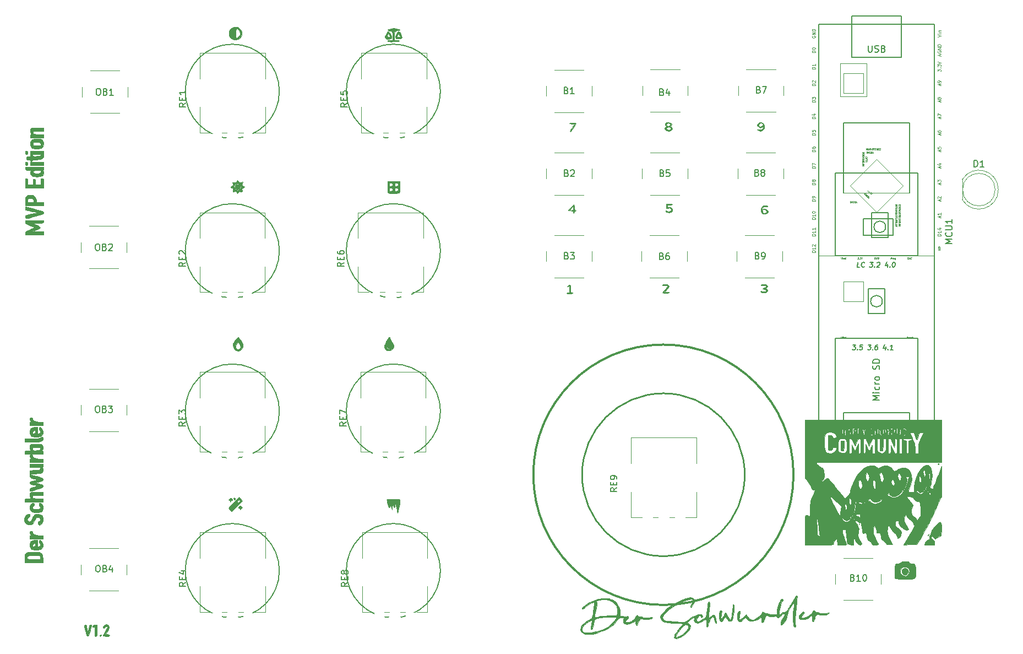
<source format=gbr>
%TF.GenerationSoftware,KiCad,Pcbnew,(5.1.4-0-10_14)*%
%TF.CreationDate,2020-09-10T02:34:38+02:00*%
%TF.ProjectId,the_mvp_v1.2,7468655f-6d76-4705-9f76-312e322e6b69,1.1*%
%TF.SameCoordinates,Original*%
%TF.FileFunction,Legend,Top*%
%TF.FilePolarity,Positive*%
%FSLAX46Y46*%
G04 Gerber Fmt 4.6, Leading zero omitted, Abs format (unit mm)*
G04 Created by KiCad (PCBNEW (5.1.4-0-10_14)) date 2020-09-10 02:34:38*
%MOMM*%
%LPD*%
G04 APERTURE LIST*
%ADD10C,0.350000*%
%ADD11C,0.250000*%
%ADD12C,0.150000*%
%ADD13C,0.010000*%
%ADD14C,0.120000*%
%ADD15C,0.062500*%
%ADD16C,0.125000*%
%ADD17C,1.300000*%
%ADD18C,1.600000*%
%ADD19R,1.600000X1.600000*%
%ADD20C,2.000000*%
%ADD21C,4.300000*%
%ADD22O,1.400000X1.400000*%
%ADD23C,1.400000*%
%ADD24C,1.800000*%
%ADD25R,1.800000X1.800000*%
%ADD26R,2.000000X2.000000*%
%ADD27C,4.000000*%
G04 APERTURE END LIST*
D10*
X196786601Y-131699000D02*
G75*
G03X196786601Y-131699000I-20002601J0D01*
G01*
D11*
X189294145Y-131699000D02*
G75*
G03X189294145Y-131699000I-12510145J0D01*
G01*
D12*
X142494000Y-97282000D02*
G75*
G03X142494000Y-97282000I-7239000J0D01*
G01*
X142494000Y-146431000D02*
G75*
G03X142494000Y-146431000I-7239000J0D01*
G01*
X142494000Y-121920000D02*
G75*
G03X142494000Y-121920000I-7239000J0D01*
G01*
X142494000Y-72771000D02*
G75*
G03X142494000Y-72771000I-7239000J0D01*
G01*
X117729000Y-146431000D02*
G75*
G03X117729000Y-146431000I-7239000J0D01*
G01*
X117729000Y-121920000D02*
G75*
G03X117729000Y-121920000I-7239000J0D01*
G01*
X117729000Y-97282000D02*
G75*
G03X117729000Y-97282000I-7239000J0D01*
G01*
X117729000Y-72771000D02*
G75*
G03X117729000Y-72771000I-7239000J0D01*
G01*
D13*
G36*
X181195626Y-150578367D02*
G01*
X181391139Y-150697927D01*
X181533790Y-150891802D01*
X181580398Y-151019920D01*
X181567160Y-151163843D01*
X181483371Y-151371916D01*
X181383982Y-151568329D01*
X181238360Y-151823630D01*
X181109215Y-152010882D01*
X181031741Y-152084753D01*
X180945108Y-152063675D01*
X180945469Y-151933793D01*
X181026270Y-151727449D01*
X181144334Y-151529187D01*
X181312524Y-151226702D01*
X181345094Y-151005269D01*
X181250167Y-150852559D01*
X181061773Y-150798853D01*
X180751505Y-150830934D01*
X180339704Y-150942668D01*
X179846712Y-151127927D01*
X179292869Y-151380580D01*
X178996776Y-151531693D01*
X178243054Y-151960003D01*
X177642385Y-152370223D01*
X177180961Y-152773099D01*
X176844975Y-153179378D01*
X176808711Y-153234699D01*
X176660496Y-153558497D01*
X176668831Y-153817877D01*
X176833764Y-154013086D01*
X176977514Y-154087736D01*
X177135244Y-154122568D01*
X177426543Y-154161189D01*
X177815774Y-154200877D01*
X178267296Y-154238905D01*
X178745472Y-154272548D01*
X179214664Y-154299083D01*
X179639231Y-154315783D01*
X179983537Y-154319925D01*
X180009801Y-154319581D01*
X180137961Y-154269847D01*
X180356296Y-154139890D01*
X180622776Y-153955303D01*
X180688229Y-153906471D01*
X180989007Y-153693119D01*
X181280479Y-153510253D01*
X181505210Y-153393593D01*
X181526429Y-153385190D01*
X181765777Y-153289715D01*
X181955401Y-153204124D01*
X181968685Y-153197271D01*
X182154150Y-153143190D01*
X182399206Y-153119697D01*
X182407479Y-153119667D01*
X182631838Y-153150359D01*
X182741160Y-153257235D01*
X182752760Y-153288242D01*
X182768147Y-153484992D01*
X182693226Y-153610220D01*
X182630878Y-153627667D01*
X182555330Y-153557458D01*
X182518234Y-153463812D01*
X182428097Y-153345608D01*
X182280044Y-153355487D01*
X182111549Y-153481620D01*
X182005691Y-153625596D01*
X181889994Y-153894046D01*
X181875614Y-154111940D01*
X181964312Y-154239965D01*
X181977877Y-154245915D01*
X182135938Y-154238214D01*
X182376907Y-154155703D01*
X182646351Y-154022622D01*
X182889835Y-153863213D01*
X182951329Y-153812422D01*
X183119381Y-153678288D01*
X183239516Y-153606606D01*
X183282753Y-153564619D01*
X183324704Y-153455082D01*
X183369341Y-153257427D01*
X183420637Y-152951087D01*
X183482566Y-152515493D01*
X183550763Y-151995275D01*
X183604948Y-151610450D01*
X183654951Y-151365282D01*
X183710445Y-151230662D01*
X183781104Y-151177482D01*
X183824232Y-151172333D01*
X183855219Y-151250414D01*
X183867810Y-151460726D01*
X183863782Y-151767373D01*
X183844913Y-152134459D01*
X183812982Y-152526088D01*
X183769765Y-152906363D01*
X183723588Y-153204333D01*
X183693788Y-153445002D01*
X183698976Y-153611924D01*
X183713148Y-153646206D01*
X183804115Y-153631440D01*
X183964308Y-153522987D01*
X184041181Y-153455706D01*
X184299047Y-153260066D01*
X184500126Y-153217041D01*
X184653974Y-153330944D01*
X184770150Y-153606090D01*
X184817204Y-153806023D01*
X184876746Y-154069908D01*
X184936440Y-154281107D01*
X184952974Y-154326167D01*
X184963533Y-154448534D01*
X184885291Y-154474333D01*
X184773548Y-154396316D01*
X184667891Y-154188187D01*
X184585076Y-153888832D01*
X184556886Y-153712333D01*
X184485421Y-153540667D01*
X184362330Y-153500667D01*
X184239109Y-153573839D01*
X184086064Y-153764513D01*
X183926546Y-154029421D01*
X183783905Y-154325297D01*
X183681492Y-154608873D01*
X183642655Y-154834167D01*
X183600008Y-155022304D01*
X183508513Y-155067000D01*
X183413404Y-155014430D01*
X183388314Y-154836749D01*
X183390091Y-154791833D01*
X183402576Y-154346365D01*
X183379228Y-154056276D01*
X183315380Y-153910504D01*
X183206365Y-153897986D01*
X183056000Y-154000075D01*
X182793747Y-154188421D01*
X182483409Y-154350018D01*
X182192054Y-154453343D01*
X182046941Y-154474333D01*
X181811019Y-154424628D01*
X181615897Y-154300384D01*
X181496001Y-154138903D01*
X181485754Y-153977490D01*
X181528424Y-153912442D01*
X181555673Y-153783278D01*
X181528147Y-153716885D01*
X181458122Y-153658756D01*
X181342056Y-153687326D01*
X181139489Y-153813395D01*
X181122413Y-153825187D01*
X180874537Y-154007001D01*
X180653473Y-154185316D01*
X180598905Y-154233936D01*
X180406326Y-154413350D01*
X180669497Y-154619311D01*
X180840014Y-154794214D01*
X180928978Y-154966387D01*
X180932667Y-154998109D01*
X180858760Y-155290061D01*
X180657912Y-155616018D01*
X180361429Y-155949728D01*
X180000622Y-156264939D01*
X179606796Y-156535400D01*
X179211261Y-156734858D01*
X178845324Y-156837063D01*
X178730052Y-156845000D01*
X178529415Y-156798027D01*
X178442980Y-156708266D01*
X178449294Y-156570903D01*
X178455206Y-156551389D01*
X178678367Y-156551389D01*
X178678956Y-156553023D01*
X178724926Y-156643199D01*
X178799363Y-156665663D01*
X178949848Y-156620413D01*
X179115020Y-156553001D01*
X179375106Y-156421168D01*
X179657921Y-156245408D01*
X179726134Y-156197129D01*
X180159890Y-155841179D01*
X180458684Y-155513877D01*
X180618514Y-155224614D01*
X180635377Y-154982780D01*
X180505272Y-154797768D01*
X180356301Y-154718436D01*
X180221537Y-154686846D01*
X180094235Y-154723083D01*
X179929575Y-154848651D01*
X179769239Y-155000088D01*
X179507265Y-155277478D01*
X179247586Y-155589734D01*
X179012529Y-155905056D01*
X178824421Y-156191641D01*
X178705592Y-156417686D01*
X178678367Y-156551389D01*
X178455206Y-156551389D01*
X178513787Y-156358042D01*
X178611841Y-156126298D01*
X178718838Y-155932292D01*
X178810158Y-155832641D01*
X178825302Y-155829000D01*
X178902095Y-155760329D01*
X178938647Y-155680833D01*
X179019344Y-155543883D01*
X179181037Y-155333077D01*
X179367686Y-155117589D01*
X179560747Y-154897791D01*
X179697443Y-154725518D01*
X179747334Y-154640178D01*
X179666284Y-154574260D01*
X179436818Y-154522224D01*
X179079454Y-154486396D01*
X178614714Y-154469102D01*
X178238954Y-154469235D01*
X177582664Y-154450197D01*
X177074858Y-154369840D01*
X176704508Y-154223686D01*
X176460591Y-154007255D01*
X176332080Y-153716068D01*
X176327075Y-153692542D01*
X176313274Y-153508219D01*
X176360261Y-153325690D01*
X176484426Y-153119630D01*
X176702161Y-152864717D01*
X177029856Y-152535627D01*
X177150854Y-152419793D01*
X177428635Y-152168506D01*
X177701101Y-151955770D01*
X178007557Y-151756237D01*
X178387304Y-151544558D01*
X178879646Y-151295386D01*
X178940945Y-151265295D01*
X179612985Y-150949291D01*
X180159227Y-150724793D01*
X180594916Y-150589604D01*
X180935300Y-150541527D01*
X181195626Y-150578367D01*
X181195626Y-150578367D01*
G37*
X181195626Y-150578367D02*
X181391139Y-150697927D01*
X181533790Y-150891802D01*
X181580398Y-151019920D01*
X181567160Y-151163843D01*
X181483371Y-151371916D01*
X181383982Y-151568329D01*
X181238360Y-151823630D01*
X181109215Y-152010882D01*
X181031741Y-152084753D01*
X180945108Y-152063675D01*
X180945469Y-151933793D01*
X181026270Y-151727449D01*
X181144334Y-151529187D01*
X181312524Y-151226702D01*
X181345094Y-151005269D01*
X181250167Y-150852559D01*
X181061773Y-150798853D01*
X180751505Y-150830934D01*
X180339704Y-150942668D01*
X179846712Y-151127927D01*
X179292869Y-151380580D01*
X178996776Y-151531693D01*
X178243054Y-151960003D01*
X177642385Y-152370223D01*
X177180961Y-152773099D01*
X176844975Y-153179378D01*
X176808711Y-153234699D01*
X176660496Y-153558497D01*
X176668831Y-153817877D01*
X176833764Y-154013086D01*
X176977514Y-154087736D01*
X177135244Y-154122568D01*
X177426543Y-154161189D01*
X177815774Y-154200877D01*
X178267296Y-154238905D01*
X178745472Y-154272548D01*
X179214664Y-154299083D01*
X179639231Y-154315783D01*
X179983537Y-154319925D01*
X180009801Y-154319581D01*
X180137961Y-154269847D01*
X180356296Y-154139890D01*
X180622776Y-153955303D01*
X180688229Y-153906471D01*
X180989007Y-153693119D01*
X181280479Y-153510253D01*
X181505210Y-153393593D01*
X181526429Y-153385190D01*
X181765777Y-153289715D01*
X181955401Y-153204124D01*
X181968685Y-153197271D01*
X182154150Y-153143190D01*
X182399206Y-153119697D01*
X182407479Y-153119667D01*
X182631838Y-153150359D01*
X182741160Y-153257235D01*
X182752760Y-153288242D01*
X182768147Y-153484992D01*
X182693226Y-153610220D01*
X182630878Y-153627667D01*
X182555330Y-153557458D01*
X182518234Y-153463812D01*
X182428097Y-153345608D01*
X182280044Y-153355487D01*
X182111549Y-153481620D01*
X182005691Y-153625596D01*
X181889994Y-153894046D01*
X181875614Y-154111940D01*
X181964312Y-154239965D01*
X181977877Y-154245915D01*
X182135938Y-154238214D01*
X182376907Y-154155703D01*
X182646351Y-154022622D01*
X182889835Y-153863213D01*
X182951329Y-153812422D01*
X183119381Y-153678288D01*
X183239516Y-153606606D01*
X183282753Y-153564619D01*
X183324704Y-153455082D01*
X183369341Y-153257427D01*
X183420637Y-152951087D01*
X183482566Y-152515493D01*
X183550763Y-151995275D01*
X183604948Y-151610450D01*
X183654951Y-151365282D01*
X183710445Y-151230662D01*
X183781104Y-151177482D01*
X183824232Y-151172333D01*
X183855219Y-151250414D01*
X183867810Y-151460726D01*
X183863782Y-151767373D01*
X183844913Y-152134459D01*
X183812982Y-152526088D01*
X183769765Y-152906363D01*
X183723588Y-153204333D01*
X183693788Y-153445002D01*
X183698976Y-153611924D01*
X183713148Y-153646206D01*
X183804115Y-153631440D01*
X183964308Y-153522987D01*
X184041181Y-153455706D01*
X184299047Y-153260066D01*
X184500126Y-153217041D01*
X184653974Y-153330944D01*
X184770150Y-153606090D01*
X184817204Y-153806023D01*
X184876746Y-154069908D01*
X184936440Y-154281107D01*
X184952974Y-154326167D01*
X184963533Y-154448534D01*
X184885291Y-154474333D01*
X184773548Y-154396316D01*
X184667891Y-154188187D01*
X184585076Y-153888832D01*
X184556886Y-153712333D01*
X184485421Y-153540667D01*
X184362330Y-153500667D01*
X184239109Y-153573839D01*
X184086064Y-153764513D01*
X183926546Y-154029421D01*
X183783905Y-154325297D01*
X183681492Y-154608873D01*
X183642655Y-154834167D01*
X183600008Y-155022304D01*
X183508513Y-155067000D01*
X183413404Y-155014430D01*
X183388314Y-154836749D01*
X183390091Y-154791833D01*
X183402576Y-154346365D01*
X183379228Y-154056276D01*
X183315380Y-153910504D01*
X183206365Y-153897986D01*
X183056000Y-154000075D01*
X182793747Y-154188421D01*
X182483409Y-154350018D01*
X182192054Y-154453343D01*
X182046941Y-154474333D01*
X181811019Y-154424628D01*
X181615897Y-154300384D01*
X181496001Y-154138903D01*
X181485754Y-153977490D01*
X181528424Y-153912442D01*
X181555673Y-153783278D01*
X181528147Y-153716885D01*
X181458122Y-153658756D01*
X181342056Y-153687326D01*
X181139489Y-153813395D01*
X181122413Y-153825187D01*
X180874537Y-154007001D01*
X180653473Y-154185316D01*
X180598905Y-154233936D01*
X180406326Y-154413350D01*
X180669497Y-154619311D01*
X180840014Y-154794214D01*
X180928978Y-154966387D01*
X180932667Y-154998109D01*
X180858760Y-155290061D01*
X180657912Y-155616018D01*
X180361429Y-155949728D01*
X180000622Y-156264939D01*
X179606796Y-156535400D01*
X179211261Y-156734858D01*
X178845324Y-156837063D01*
X178730052Y-156845000D01*
X178529415Y-156798027D01*
X178442980Y-156708266D01*
X178449294Y-156570903D01*
X178455206Y-156551389D01*
X178678367Y-156551389D01*
X178678956Y-156553023D01*
X178724926Y-156643199D01*
X178799363Y-156665663D01*
X178949848Y-156620413D01*
X179115020Y-156553001D01*
X179375106Y-156421168D01*
X179657921Y-156245408D01*
X179726134Y-156197129D01*
X180159890Y-155841179D01*
X180458684Y-155513877D01*
X180618514Y-155224614D01*
X180635377Y-154982780D01*
X180505272Y-154797768D01*
X180356301Y-154718436D01*
X180221537Y-154686846D01*
X180094235Y-154723083D01*
X179929575Y-154848651D01*
X179769239Y-155000088D01*
X179507265Y-155277478D01*
X179247586Y-155589734D01*
X179012529Y-155905056D01*
X178824421Y-156191641D01*
X178705592Y-156417686D01*
X178678367Y-156551389D01*
X178455206Y-156551389D01*
X178513787Y-156358042D01*
X178611841Y-156126298D01*
X178718838Y-155932292D01*
X178810158Y-155832641D01*
X178825302Y-155829000D01*
X178902095Y-155760329D01*
X178938647Y-155680833D01*
X179019344Y-155543883D01*
X179181037Y-155333077D01*
X179367686Y-155117589D01*
X179560747Y-154897791D01*
X179697443Y-154725518D01*
X179747334Y-154640178D01*
X179666284Y-154574260D01*
X179436818Y-154522224D01*
X179079454Y-154486396D01*
X178614714Y-154469102D01*
X178238954Y-154469235D01*
X177582664Y-154450197D01*
X177074858Y-154369840D01*
X176704508Y-154223686D01*
X176460591Y-154007255D01*
X176332080Y-153716068D01*
X176327075Y-153692542D01*
X176313274Y-153508219D01*
X176360261Y-153325690D01*
X176484426Y-153119630D01*
X176702161Y-152864717D01*
X177029856Y-152535627D01*
X177150854Y-152419793D01*
X177428635Y-152168506D01*
X177701101Y-151955770D01*
X178007557Y-151756237D01*
X178387304Y-151544558D01*
X178879646Y-151295386D01*
X178940945Y-151265295D01*
X179612985Y-150949291D01*
X180159227Y-150724793D01*
X180594916Y-150589604D01*
X180935300Y-150541527D01*
X181195626Y-150578367D01*
G36*
X88743410Y-154737018D02*
G01*
X88790799Y-154781270D01*
X88799008Y-154888390D01*
X88766901Y-155085675D01*
X88693340Y-155400425D01*
X88617438Y-155701862D01*
X88505457Y-156101825D01*
X88408562Y-156353009D01*
X88318662Y-156474376D01*
X88280603Y-156491287D01*
X88139094Y-156460402D01*
X88098697Y-156406757D01*
X88050856Y-156244352D01*
X87981841Y-155981878D01*
X87903051Y-155666435D01*
X87825887Y-155345122D01*
X87761747Y-155065037D01*
X87722031Y-154873280D01*
X87714667Y-154820060D01*
X87784810Y-154743345D01*
X87869345Y-154728333D01*
X87954910Y-154758423D01*
X88023287Y-154869263D01*
X88087551Y-155091708D01*
X88147376Y-155384500D01*
X88270730Y-156040667D01*
X88385675Y-155384500D01*
X88451453Y-155047014D01*
X88511648Y-154846245D01*
X88579366Y-154750613D01*
X88657977Y-154728333D01*
X88743410Y-154737018D01*
X88743410Y-154737018D01*
G37*
X88743410Y-154737018D02*
X88790799Y-154781270D01*
X88799008Y-154888390D01*
X88766901Y-155085675D01*
X88693340Y-155400425D01*
X88617438Y-155701862D01*
X88505457Y-156101825D01*
X88408562Y-156353009D01*
X88318662Y-156474376D01*
X88280603Y-156491287D01*
X88139094Y-156460402D01*
X88098697Y-156406757D01*
X88050856Y-156244352D01*
X87981841Y-155981878D01*
X87903051Y-155666435D01*
X87825887Y-155345122D01*
X87761747Y-155065037D01*
X87722031Y-154873280D01*
X87714667Y-154820060D01*
X87784810Y-154743345D01*
X87869345Y-154728333D01*
X87954910Y-154758423D01*
X88023287Y-154869263D01*
X88087551Y-155091708D01*
X88147376Y-155384500D01*
X88270730Y-156040667D01*
X88385675Y-155384500D01*
X88451453Y-155047014D01*
X88511648Y-154846245D01*
X88579366Y-154750613D01*
X88657977Y-154728333D01*
X88743410Y-154737018D01*
G36*
X89662000Y-155617333D02*
G01*
X89659877Y-156013928D01*
X89649706Y-156271143D01*
X89625784Y-156418917D01*
X89582410Y-156487188D01*
X89513880Y-156505893D01*
X89492667Y-156506333D01*
X89412342Y-156493644D01*
X89362372Y-156434131D01*
X89335637Y-156295624D01*
X89325015Y-156045954D01*
X89323334Y-155741354D01*
X89321457Y-155381168D01*
X89311068Y-155161883D01*
X89285028Y-155055071D01*
X89236200Y-155032306D01*
X89157445Y-155065161D01*
X89154000Y-155067000D01*
X89022170Y-155114625D01*
X88984715Y-155049736D01*
X88984667Y-155044579D01*
X89059909Y-154860919D01*
X89259291Y-154749118D01*
X89424934Y-154728333D01*
X89662000Y-154728333D01*
X89662000Y-155617333D01*
X89662000Y-155617333D01*
G37*
X89662000Y-155617333D02*
X89659877Y-156013928D01*
X89649706Y-156271143D01*
X89625784Y-156418917D01*
X89582410Y-156487188D01*
X89513880Y-156505893D01*
X89492667Y-156506333D01*
X89412342Y-156493644D01*
X89362372Y-156434131D01*
X89335637Y-156295624D01*
X89325015Y-156045954D01*
X89323334Y-155741354D01*
X89321457Y-155381168D01*
X89311068Y-155161883D01*
X89285028Y-155055071D01*
X89236200Y-155032306D01*
X89157445Y-155065161D01*
X89154000Y-155067000D01*
X89022170Y-155114625D01*
X88984715Y-155049736D01*
X88984667Y-155044579D01*
X89059909Y-154860919D01*
X89259291Y-154749118D01*
X89424934Y-154728333D01*
X89662000Y-154728333D01*
X89662000Y-155617333D01*
G36*
X90324582Y-156320106D02*
G01*
X90339334Y-156379333D01*
X90271561Y-156491582D01*
X90212334Y-156506333D01*
X90100085Y-156438560D01*
X90085334Y-156379333D01*
X90153106Y-156267085D01*
X90212334Y-156252333D01*
X90324582Y-156320106D01*
X90324582Y-156320106D01*
G37*
X90324582Y-156320106D02*
X90339334Y-156379333D01*
X90271561Y-156491582D01*
X90212334Y-156506333D01*
X90100085Y-156438560D01*
X90085334Y-156379333D01*
X90153106Y-156267085D01*
X90212334Y-156252333D01*
X90324582Y-156320106D01*
G36*
X91313000Y-154728333D02*
G01*
X91479862Y-154871022D01*
X91529343Y-155112193D01*
X91462273Y-155429080D01*
X91279476Y-155798919D01*
X91273782Y-155808083D01*
X91022898Y-156210000D01*
X91316116Y-156236277D01*
X91535143Y-156288806D01*
X91609334Y-156384444D01*
X91565329Y-156456034D01*
X91413714Y-156494299D01*
X91125087Y-156506295D01*
X91101334Y-156506333D01*
X90783411Y-156491662D01*
X90621079Y-156446078D01*
X90593603Y-156400500D01*
X90638101Y-156281601D01*
X90754920Y-156068422D01*
X90919479Y-155805549D01*
X90932000Y-155786667D01*
X91151657Y-155426241D01*
X91253835Y-155177660D01*
X91240301Y-155032540D01*
X91112820Y-154982496D01*
X91101334Y-154982333D01*
X90963429Y-155035273D01*
X90932000Y-155109333D01*
X90861414Y-155212761D01*
X90762667Y-155236333D01*
X90625042Y-155203749D01*
X90593334Y-155158591D01*
X90666141Y-154912698D01*
X90854211Y-154747129D01*
X91112019Y-154689104D01*
X91313000Y-154728333D01*
X91313000Y-154728333D01*
G37*
X91313000Y-154728333D02*
X91479862Y-154871022D01*
X91529343Y-155112193D01*
X91462273Y-155429080D01*
X91279476Y-155798919D01*
X91273782Y-155808083D01*
X91022898Y-156210000D01*
X91316116Y-156236277D01*
X91535143Y-156288806D01*
X91609334Y-156384444D01*
X91565329Y-156456034D01*
X91413714Y-156494299D01*
X91125087Y-156506295D01*
X91101334Y-156506333D01*
X90783411Y-156491662D01*
X90621079Y-156446078D01*
X90593603Y-156400500D01*
X90638101Y-156281601D01*
X90754920Y-156068422D01*
X90919479Y-155805549D01*
X90932000Y-155786667D01*
X91151657Y-155426241D01*
X91253835Y-155177660D01*
X91240301Y-155032540D01*
X91112820Y-154982496D01*
X91101334Y-154982333D01*
X90963429Y-155035273D01*
X90932000Y-155109333D01*
X90861414Y-155212761D01*
X90762667Y-155236333D01*
X90625042Y-155203749D01*
X90593334Y-155158591D01*
X90666141Y-154912698D01*
X90854211Y-154747129D01*
X91112019Y-154689104D01*
X91313000Y-154728333D01*
G36*
X168317801Y-150684041D02*
G01*
X168494904Y-150723382D01*
X168529000Y-150749000D01*
X168649286Y-150821958D01*
X168733488Y-150833667D01*
X168940150Y-150898847D01*
X169199369Y-151070907D01*
X169471610Y-151314626D01*
X169717340Y-151594783D01*
X169891687Y-151865493D01*
X170027615Y-152180924D01*
X170083237Y-152471772D01*
X170081307Y-152795327D01*
X170077254Y-153111786D01*
X170113363Y-153295930D01*
X170175958Y-153371130D01*
X170318070Y-153415531D01*
X170368113Y-153404393D01*
X170487073Y-153400612D01*
X170691437Y-153446186D01*
X170735266Y-153459961D01*
X170979198Y-153514602D01*
X171130389Y-153476602D01*
X171145710Y-153464937D01*
X171271429Y-153421928D01*
X171355561Y-153488891D01*
X171415191Y-153666786D01*
X171321238Y-153840191D01*
X171149009Y-153953050D01*
X171008043Y-154062201D01*
X170938880Y-154196873D01*
X170964214Y-154299316D01*
X171005500Y-154318252D01*
X171377038Y-154325783D01*
X171763892Y-154220001D01*
X172117169Y-154025967D01*
X172387981Y-153768740D01*
X172507998Y-153548111D01*
X172619677Y-153306920D01*
X172737303Y-153228197D01*
X172854848Y-153314916D01*
X172883495Y-153362757D01*
X173025677Y-153492478D01*
X173206727Y-153504937D01*
X173418004Y-153514463D01*
X173547302Y-153564898D01*
X173698374Y-153616957D01*
X173960526Y-153649132D01*
X174276481Y-153659692D01*
X174588964Y-153646904D01*
X174840696Y-153609039D01*
X174857834Y-153604504D01*
X175039404Y-153579043D01*
X175090402Y-153624506D01*
X175019444Y-153715380D01*
X174835147Y-153826152D01*
X174773780Y-153853377D01*
X174392364Y-153938382D01*
X173892063Y-153921752D01*
X173379225Y-153830452D01*
X173215903Y-153816506D01*
X173112135Y-153895959D01*
X173029140Y-154062881D01*
X172921964Y-154338640D01*
X172833543Y-154601333D01*
X172734443Y-154808361D01*
X172627213Y-154857411D01*
X172540456Y-154755807D01*
X172502858Y-154516667D01*
X172481868Y-154304970D01*
X172436091Y-154187914D01*
X172418191Y-154179637D01*
X172305269Y-154217272D01*
X172094824Y-154312972D01*
X171897315Y-154412470D01*
X171506774Y-154573705D01*
X171150149Y-154642665D01*
X171110061Y-154643667D01*
X170878721Y-154627730D01*
X170748583Y-154553313D01*
X170652539Y-154380501D01*
X170647402Y-154368500D01*
X170576879Y-154159124D01*
X170593455Y-154010528D01*
X170648306Y-153910670D01*
X170706574Y-153763451D01*
X170638650Y-153674589D01*
X170429043Y-153633617D01*
X170229482Y-153627667D01*
X170064576Y-153646599D01*
X169927065Y-153724841D01*
X169775611Y-153894559D01*
X169636197Y-154089315D01*
X169263765Y-154554704D01*
X168826765Y-154947868D01*
X168294311Y-155290784D01*
X167635519Y-155605425D01*
X167336355Y-155725727D01*
X166569338Y-155993485D01*
X165913278Y-156159235D01*
X165346728Y-156226525D01*
X164848239Y-156198907D01*
X164678006Y-156165638D01*
X164402119Y-156043158D01*
X164168041Y-155840054D01*
X164023449Y-155604682D01*
X164005111Y-155507769D01*
X164247298Y-155507769D01*
X164373343Y-155743609D01*
X164618748Y-155909496D01*
X164622226Y-155910843D01*
X164848738Y-155949869D01*
X165189902Y-155952655D01*
X165595985Y-155923590D01*
X166017253Y-155867062D01*
X166403972Y-155787462D01*
X166574483Y-155738545D01*
X166847993Y-155652592D01*
X167056179Y-155593358D01*
X167143863Y-155575000D01*
X167314615Y-155530446D01*
X167578466Y-155413493D01*
X167890043Y-155249207D01*
X168203975Y-155062653D01*
X168474888Y-154878896D01*
X168622189Y-154758329D01*
X168881543Y-154498163D01*
X169126452Y-154224144D01*
X169333082Y-153966715D01*
X169477596Y-153756317D01*
X169536160Y-153623394D01*
X169530139Y-153598695D01*
X169410166Y-153564940D01*
X169157983Y-153546504D01*
X168809925Y-153542353D01*
X168402324Y-153551455D01*
X167971514Y-153572775D01*
X167553827Y-153605280D01*
X167185598Y-153647939D01*
X167051288Y-153669185D01*
X166630420Y-153755192D01*
X166351738Y-153847420D01*
X166188364Y-153961642D01*
X166113419Y-154113632D01*
X166099789Y-154227570D01*
X166069488Y-154449530D01*
X166002876Y-154746299D01*
X165917829Y-155051446D01*
X165832226Y-155298541D01*
X165785523Y-155395347D01*
X165679491Y-155472497D01*
X165591952Y-155426879D01*
X165578548Y-155300933D01*
X165598068Y-155252362D01*
X165647028Y-155095439D01*
X165698432Y-154831859D01*
X165734616Y-154571503D01*
X165765368Y-154281579D01*
X165766985Y-154125953D01*
X165729577Y-154070690D01*
X165643256Y-154081851D01*
X165596152Y-154096269D01*
X165258907Y-154252702D01*
X164906260Y-154497783D01*
X164586503Y-154789755D01*
X164347932Y-155086863D01*
X164264974Y-155247228D01*
X164247298Y-155507769D01*
X164005111Y-155507769D01*
X163999334Y-155477241D01*
X164059222Y-155197947D01*
X164211697Y-154889710D01*
X164415967Y-154627916D01*
X164496907Y-154557618D01*
X164693052Y-154407034D01*
X164840965Y-154287514D01*
X164982293Y-154191592D01*
X165214527Y-154056718D01*
X165388812Y-153963452D01*
X165657052Y-153802042D01*
X165820022Y-153626318D01*
X165904084Y-153388246D01*
X166219622Y-153388246D01*
X166231909Y-153502293D01*
X166334865Y-153601998D01*
X166434214Y-153586558D01*
X166594865Y-153540713D01*
X166857981Y-153482795D01*
X167089667Y-153439134D01*
X167385565Y-153400458D01*
X167792164Y-153364655D01*
X168250839Y-153336237D01*
X168612635Y-153321942D01*
X169627603Y-153293496D01*
X169693097Y-153058415D01*
X169721523Y-152835169D01*
X169719364Y-152535265D01*
X169706102Y-152383333D01*
X169570698Y-151908619D01*
X169299656Y-151510394D01*
X168913452Y-151199559D01*
X168432562Y-150987017D01*
X167877465Y-150883671D01*
X167268636Y-150900422D01*
X167005000Y-150945220D01*
X166497000Y-151052816D01*
X166526326Y-151498674D01*
X166527524Y-151803270D01*
X166497471Y-152074150D01*
X166471888Y-152172266D01*
X166376905Y-152476853D01*
X166296958Y-152815635D01*
X166241410Y-153136728D01*
X166219622Y-153388246D01*
X165904084Y-153388246D01*
X165904188Y-153387952D01*
X165936012Y-153038614D01*
X165938227Y-152960095D01*
X165959226Y-152666355D01*
X166004355Y-152303241D01*
X166044159Y-152059746D01*
X166087694Y-151761113D01*
X166102823Y-151516838D01*
X166090116Y-151396335D01*
X166041373Y-151318445D01*
X165949939Y-151314239D01*
X165766501Y-151385213D01*
X165716374Y-151407684D01*
X165189580Y-151700031D01*
X164678848Y-152079889D01*
X164570275Y-152175997D01*
X164389692Y-152311823D01*
X164271547Y-152318511D01*
X164242921Y-152296454D01*
X164242921Y-152191837D01*
X164374233Y-152035452D01*
X164612501Y-151842168D01*
X164933367Y-151626856D01*
X165312475Y-151404384D01*
X165725467Y-151189623D01*
X166147986Y-150997443D01*
X166555675Y-150842712D01*
X166697223Y-150798126D01*
X166977564Y-150737673D01*
X167322327Y-150694898D01*
X167688977Y-150670940D01*
X168034980Y-150666941D01*
X168317801Y-150684041D01*
X168317801Y-150684041D01*
G37*
X168317801Y-150684041D02*
X168494904Y-150723382D01*
X168529000Y-150749000D01*
X168649286Y-150821958D01*
X168733488Y-150833667D01*
X168940150Y-150898847D01*
X169199369Y-151070907D01*
X169471610Y-151314626D01*
X169717340Y-151594783D01*
X169891687Y-151865493D01*
X170027615Y-152180924D01*
X170083237Y-152471772D01*
X170081307Y-152795327D01*
X170077254Y-153111786D01*
X170113363Y-153295930D01*
X170175958Y-153371130D01*
X170318070Y-153415531D01*
X170368113Y-153404393D01*
X170487073Y-153400612D01*
X170691437Y-153446186D01*
X170735266Y-153459961D01*
X170979198Y-153514602D01*
X171130389Y-153476602D01*
X171145710Y-153464937D01*
X171271429Y-153421928D01*
X171355561Y-153488891D01*
X171415191Y-153666786D01*
X171321238Y-153840191D01*
X171149009Y-153953050D01*
X171008043Y-154062201D01*
X170938880Y-154196873D01*
X170964214Y-154299316D01*
X171005500Y-154318252D01*
X171377038Y-154325783D01*
X171763892Y-154220001D01*
X172117169Y-154025967D01*
X172387981Y-153768740D01*
X172507998Y-153548111D01*
X172619677Y-153306920D01*
X172737303Y-153228197D01*
X172854848Y-153314916D01*
X172883495Y-153362757D01*
X173025677Y-153492478D01*
X173206727Y-153504937D01*
X173418004Y-153514463D01*
X173547302Y-153564898D01*
X173698374Y-153616957D01*
X173960526Y-153649132D01*
X174276481Y-153659692D01*
X174588964Y-153646904D01*
X174840696Y-153609039D01*
X174857834Y-153604504D01*
X175039404Y-153579043D01*
X175090402Y-153624506D01*
X175019444Y-153715380D01*
X174835147Y-153826152D01*
X174773780Y-153853377D01*
X174392364Y-153938382D01*
X173892063Y-153921752D01*
X173379225Y-153830452D01*
X173215903Y-153816506D01*
X173112135Y-153895959D01*
X173029140Y-154062881D01*
X172921964Y-154338640D01*
X172833543Y-154601333D01*
X172734443Y-154808361D01*
X172627213Y-154857411D01*
X172540456Y-154755807D01*
X172502858Y-154516667D01*
X172481868Y-154304970D01*
X172436091Y-154187914D01*
X172418191Y-154179637D01*
X172305269Y-154217272D01*
X172094824Y-154312972D01*
X171897315Y-154412470D01*
X171506774Y-154573705D01*
X171150149Y-154642665D01*
X171110061Y-154643667D01*
X170878721Y-154627730D01*
X170748583Y-154553313D01*
X170652539Y-154380501D01*
X170647402Y-154368500D01*
X170576879Y-154159124D01*
X170593455Y-154010528D01*
X170648306Y-153910670D01*
X170706574Y-153763451D01*
X170638650Y-153674589D01*
X170429043Y-153633617D01*
X170229482Y-153627667D01*
X170064576Y-153646599D01*
X169927065Y-153724841D01*
X169775611Y-153894559D01*
X169636197Y-154089315D01*
X169263765Y-154554704D01*
X168826765Y-154947868D01*
X168294311Y-155290784D01*
X167635519Y-155605425D01*
X167336355Y-155725727D01*
X166569338Y-155993485D01*
X165913278Y-156159235D01*
X165346728Y-156226525D01*
X164848239Y-156198907D01*
X164678006Y-156165638D01*
X164402119Y-156043158D01*
X164168041Y-155840054D01*
X164023449Y-155604682D01*
X164005111Y-155507769D01*
X164247298Y-155507769D01*
X164373343Y-155743609D01*
X164618748Y-155909496D01*
X164622226Y-155910843D01*
X164848738Y-155949869D01*
X165189902Y-155952655D01*
X165595985Y-155923590D01*
X166017253Y-155867062D01*
X166403972Y-155787462D01*
X166574483Y-155738545D01*
X166847993Y-155652592D01*
X167056179Y-155593358D01*
X167143863Y-155575000D01*
X167314615Y-155530446D01*
X167578466Y-155413493D01*
X167890043Y-155249207D01*
X168203975Y-155062653D01*
X168474888Y-154878896D01*
X168622189Y-154758329D01*
X168881543Y-154498163D01*
X169126452Y-154224144D01*
X169333082Y-153966715D01*
X169477596Y-153756317D01*
X169536160Y-153623394D01*
X169530139Y-153598695D01*
X169410166Y-153564940D01*
X169157983Y-153546504D01*
X168809925Y-153542353D01*
X168402324Y-153551455D01*
X167971514Y-153572775D01*
X167553827Y-153605280D01*
X167185598Y-153647939D01*
X167051288Y-153669185D01*
X166630420Y-153755192D01*
X166351738Y-153847420D01*
X166188364Y-153961642D01*
X166113419Y-154113632D01*
X166099789Y-154227570D01*
X166069488Y-154449530D01*
X166002876Y-154746299D01*
X165917829Y-155051446D01*
X165832226Y-155298541D01*
X165785523Y-155395347D01*
X165679491Y-155472497D01*
X165591952Y-155426879D01*
X165578548Y-155300933D01*
X165598068Y-155252362D01*
X165647028Y-155095439D01*
X165698432Y-154831859D01*
X165734616Y-154571503D01*
X165765368Y-154281579D01*
X165766985Y-154125953D01*
X165729577Y-154070690D01*
X165643256Y-154081851D01*
X165596152Y-154096269D01*
X165258907Y-154252702D01*
X164906260Y-154497783D01*
X164586503Y-154789755D01*
X164347932Y-155086863D01*
X164264974Y-155247228D01*
X164247298Y-155507769D01*
X164005111Y-155507769D01*
X163999334Y-155477241D01*
X164059222Y-155197947D01*
X164211697Y-154889710D01*
X164415967Y-154627916D01*
X164496907Y-154557618D01*
X164693052Y-154407034D01*
X164840965Y-154287514D01*
X164982293Y-154191592D01*
X165214527Y-154056718D01*
X165388812Y-153963452D01*
X165657052Y-153802042D01*
X165820022Y-153626318D01*
X165904084Y-153388246D01*
X166219622Y-153388246D01*
X166231909Y-153502293D01*
X166334865Y-153601998D01*
X166434214Y-153586558D01*
X166594865Y-153540713D01*
X166857981Y-153482795D01*
X167089667Y-153439134D01*
X167385565Y-153400458D01*
X167792164Y-153364655D01*
X168250839Y-153336237D01*
X168612635Y-153321942D01*
X169627603Y-153293496D01*
X169693097Y-153058415D01*
X169721523Y-152835169D01*
X169719364Y-152535265D01*
X169706102Y-152383333D01*
X169570698Y-151908619D01*
X169299656Y-151510394D01*
X168913452Y-151199559D01*
X168432562Y-150987017D01*
X167877465Y-150883671D01*
X167268636Y-150900422D01*
X167005000Y-150945220D01*
X166497000Y-151052816D01*
X166526326Y-151498674D01*
X166527524Y-151803270D01*
X166497471Y-152074150D01*
X166471888Y-152172266D01*
X166376905Y-152476853D01*
X166296958Y-152815635D01*
X166241410Y-153136728D01*
X166219622Y-153388246D01*
X165904084Y-153388246D01*
X165904188Y-153387952D01*
X165936012Y-153038614D01*
X165938227Y-152960095D01*
X165959226Y-152666355D01*
X166004355Y-152303241D01*
X166044159Y-152059746D01*
X166087694Y-151761113D01*
X166102823Y-151516838D01*
X166090116Y-151396335D01*
X166041373Y-151318445D01*
X165949939Y-151314239D01*
X165766501Y-151385213D01*
X165716374Y-151407684D01*
X165189580Y-151700031D01*
X164678848Y-152079889D01*
X164570275Y-152175997D01*
X164389692Y-152311823D01*
X164271547Y-152318511D01*
X164242921Y-152296454D01*
X164242921Y-152191837D01*
X164374233Y-152035452D01*
X164612501Y-151842168D01*
X164933367Y-151626856D01*
X165312475Y-151404384D01*
X165725467Y-151189623D01*
X166147986Y-150997443D01*
X166555675Y-150842712D01*
X166697223Y-150798126D01*
X166977564Y-150737673D01*
X167322327Y-150694898D01*
X167688977Y-150670940D01*
X168034980Y-150666941D01*
X168317801Y-150684041D01*
G36*
X197311939Y-150283050D02*
G01*
X197336187Y-150474230D01*
X197316183Y-150823033D01*
X197279895Y-151149200D01*
X197164782Y-152143698D01*
X197085577Y-152979793D01*
X197042014Y-153664505D01*
X197033833Y-154204857D01*
X197060768Y-154607869D01*
X197122556Y-154880564D01*
X197138495Y-154918833D01*
X197146261Y-155038480D01*
X197042358Y-155065392D01*
X196861790Y-154991458D01*
X196851835Y-154985259D01*
X196800227Y-154919993D01*
X196763433Y-154783613D01*
X196738880Y-154551661D01*
X196723996Y-154199680D01*
X196716207Y-153703213D01*
X196716138Y-153695389D01*
X196716804Y-153242076D01*
X196725906Y-152834471D01*
X196741998Y-152509933D01*
X196763634Y-152305822D01*
X196771192Y-152273000D01*
X196819340Y-152058861D01*
X196863170Y-151769569D01*
X196876040Y-151652796D01*
X196915303Y-151244258D01*
X196674426Y-151525796D01*
X196526552Y-151710212D01*
X196439522Y-151841059D01*
X196430108Y-151866593D01*
X196387611Y-151964101D01*
X196279555Y-152162547D01*
X196130551Y-152416926D01*
X195922727Y-152827942D01*
X195836176Y-153163968D01*
X195834218Y-153211977D01*
X195793831Y-153495256D01*
X195686352Y-153808417D01*
X195531745Y-154121546D01*
X195349975Y-154404732D01*
X195161008Y-154628063D01*
X194984808Y-154761625D01*
X194841341Y-154775507D01*
X194806914Y-154751113D01*
X194790309Y-154628849D01*
X194842059Y-154403381D01*
X194946117Y-154118307D01*
X195086438Y-153817224D01*
X195246976Y-153543729D01*
X195256364Y-153529930D01*
X195390676Y-153274231D01*
X195400956Y-153108260D01*
X195311630Y-153040297D01*
X195147121Y-153078619D01*
X194931857Y-153231505D01*
X194795309Y-153373667D01*
X194589665Y-153597288D01*
X194450081Y-153692709D01*
X194345024Y-153670110D01*
X194249328Y-153549959D01*
X194099935Y-153418367D01*
X193903111Y-153443619D01*
X193820060Y-153488798D01*
X193658301Y-153520548D01*
X193400362Y-153506280D01*
X193110321Y-153454668D01*
X192852256Y-153374383D01*
X192800035Y-153350744D01*
X192643588Y-153300323D01*
X192525633Y-153363619D01*
X192448338Y-153457002D01*
X192330361Y-153681304D01*
X192247460Y-153956939D01*
X192242284Y-153986366D01*
X192168207Y-154218708D01*
X192052036Y-154363793D01*
X191925706Y-154388909D01*
X191879460Y-154358015D01*
X191849129Y-154247121D01*
X191838572Y-154036067D01*
X191840169Y-153966556D01*
X191830826Y-153754629D01*
X191791355Y-153636480D01*
X191773635Y-153627667D01*
X191662592Y-153671554D01*
X191466205Y-153783766D01*
X191329745Y-153871584D01*
X190858214Y-154119006D01*
X190426225Y-154204330D01*
X190036840Y-154127540D01*
X189693125Y-153888623D01*
X189683962Y-153879369D01*
X189515999Y-153723390D01*
X189393326Y-153636367D01*
X189372701Y-153630018D01*
X189277683Y-153687314D01*
X189133017Y-153831319D01*
X189105743Y-153862966D01*
X188904313Y-154061257D01*
X188693109Y-154213114D01*
X188688698Y-154215500D01*
X188514322Y-154286292D01*
X188385342Y-154249186D01*
X188299489Y-154178744D01*
X188199869Y-154051008D01*
X188147416Y-153865029D01*
X188129773Y-153570975D01*
X188129334Y-153492541D01*
X188142065Y-153206935D01*
X188175225Y-152993875D01*
X188215381Y-152907146D01*
X188263984Y-152805304D01*
X188252348Y-152774552D01*
X188266007Y-152688069D01*
X188375807Y-152634918D01*
X188508795Y-152639463D01*
X188561504Y-152671304D01*
X188600182Y-152819043D01*
X188568099Y-152957713D01*
X188506455Y-153173920D01*
X188448086Y-153454514D01*
X188436610Y-153523975D01*
X188421475Y-153801878D01*
X188486060Y-153934813D01*
X188632803Y-153922978D01*
X188864143Y-153766572D01*
X189073075Y-153575727D01*
X189495774Y-153162000D01*
X189701133Y-153416000D01*
X189833268Y-153591130D01*
X189903473Y-153706967D01*
X189906913Y-153720167D01*
X189974168Y-153788738D01*
X190140027Y-153894945D01*
X190186756Y-153920814D01*
X190370782Y-154009639D01*
X190509878Y-154024215D01*
X190682461Y-153962528D01*
X190800589Y-153905055D01*
X191200035Y-153695451D01*
X191476692Y-153517365D01*
X191666004Y-153342002D01*
X191803410Y-153140571D01*
X191847938Y-153054191D01*
X192026728Y-152686189D01*
X192250334Y-152862077D01*
X192451329Y-152973206D01*
X192621515Y-152991119D01*
X192622845Y-152990706D01*
X192771235Y-152988008D01*
X192821303Y-153023624D01*
X192938724Y-153088343D01*
X193168952Y-153141376D01*
X193455529Y-153175874D01*
X193741998Y-153184985D01*
X193967924Y-153162749D01*
X194124261Y-153115240D01*
X194199781Y-153028950D01*
X194223651Y-152852185D01*
X194225334Y-152706539D01*
X194239420Y-152452407D01*
X194275065Y-152269027D01*
X194296369Y-152226433D01*
X194352745Y-152104866D01*
X194424882Y-151873900D01*
X194479225Y-151659167D01*
X194549840Y-151399707D01*
X194618989Y-151223103D01*
X194662189Y-151172333D01*
X194726820Y-151104312D01*
X194733334Y-151055700D01*
X194790200Y-150898838D01*
X194918701Y-150796939D01*
X195055686Y-150792668D01*
X195088174Y-150815974D01*
X195128437Y-150933849D01*
X195046192Y-151116449D01*
X195035850Y-151132445D01*
X194940352Y-151329369D01*
X194841798Y-151616749D01*
X194747741Y-151958219D01*
X194665735Y-152317410D01*
X194603332Y-152657957D01*
X194568087Y-152943491D01*
X194567552Y-153137645D01*
X194605522Y-153204333D01*
X194703915Y-153154539D01*
X194871479Y-153031050D01*
X194918107Y-152992667D01*
X195149266Y-152850506D01*
X195383399Y-152782144D01*
X195409901Y-152781000D01*
X195567834Y-152753833D01*
X195705323Y-152649619D01*
X195862607Y-152434291D01*
X195911405Y-152356395D01*
X196052304Y-152114147D01*
X196147161Y-151925681D01*
X196172667Y-151848395D01*
X196222971Y-151767101D01*
X196237392Y-151765000D01*
X196303937Y-151695724D01*
X196428322Y-151510033D01*
X196589091Y-151241129D01*
X196677265Y-151084307D01*
X196926103Y-150650121D01*
X197111656Y-150371507D01*
X197238682Y-150248980D01*
X197311939Y-150283050D01*
X197311939Y-150283050D01*
G37*
X197311939Y-150283050D02*
X197336187Y-150474230D01*
X197316183Y-150823033D01*
X197279895Y-151149200D01*
X197164782Y-152143698D01*
X197085577Y-152979793D01*
X197042014Y-153664505D01*
X197033833Y-154204857D01*
X197060768Y-154607869D01*
X197122556Y-154880564D01*
X197138495Y-154918833D01*
X197146261Y-155038480D01*
X197042358Y-155065392D01*
X196861790Y-154991458D01*
X196851835Y-154985259D01*
X196800227Y-154919993D01*
X196763433Y-154783613D01*
X196738880Y-154551661D01*
X196723996Y-154199680D01*
X196716207Y-153703213D01*
X196716138Y-153695389D01*
X196716804Y-153242076D01*
X196725906Y-152834471D01*
X196741998Y-152509933D01*
X196763634Y-152305822D01*
X196771192Y-152273000D01*
X196819340Y-152058861D01*
X196863170Y-151769569D01*
X196876040Y-151652796D01*
X196915303Y-151244258D01*
X196674426Y-151525796D01*
X196526552Y-151710212D01*
X196439522Y-151841059D01*
X196430108Y-151866593D01*
X196387611Y-151964101D01*
X196279555Y-152162547D01*
X196130551Y-152416926D01*
X195922727Y-152827942D01*
X195836176Y-153163968D01*
X195834218Y-153211977D01*
X195793831Y-153495256D01*
X195686352Y-153808417D01*
X195531745Y-154121546D01*
X195349975Y-154404732D01*
X195161008Y-154628063D01*
X194984808Y-154761625D01*
X194841341Y-154775507D01*
X194806914Y-154751113D01*
X194790309Y-154628849D01*
X194842059Y-154403381D01*
X194946117Y-154118307D01*
X195086438Y-153817224D01*
X195246976Y-153543729D01*
X195256364Y-153529930D01*
X195390676Y-153274231D01*
X195400956Y-153108260D01*
X195311630Y-153040297D01*
X195147121Y-153078619D01*
X194931857Y-153231505D01*
X194795309Y-153373667D01*
X194589665Y-153597288D01*
X194450081Y-153692709D01*
X194345024Y-153670110D01*
X194249328Y-153549959D01*
X194099935Y-153418367D01*
X193903111Y-153443619D01*
X193820060Y-153488798D01*
X193658301Y-153520548D01*
X193400362Y-153506280D01*
X193110321Y-153454668D01*
X192852256Y-153374383D01*
X192800035Y-153350744D01*
X192643588Y-153300323D01*
X192525633Y-153363619D01*
X192448338Y-153457002D01*
X192330361Y-153681304D01*
X192247460Y-153956939D01*
X192242284Y-153986366D01*
X192168207Y-154218708D01*
X192052036Y-154363793D01*
X191925706Y-154388909D01*
X191879460Y-154358015D01*
X191849129Y-154247121D01*
X191838572Y-154036067D01*
X191840169Y-153966556D01*
X191830826Y-153754629D01*
X191791355Y-153636480D01*
X191773635Y-153627667D01*
X191662592Y-153671554D01*
X191466205Y-153783766D01*
X191329745Y-153871584D01*
X190858214Y-154119006D01*
X190426225Y-154204330D01*
X190036840Y-154127540D01*
X189693125Y-153888623D01*
X189683962Y-153879369D01*
X189515999Y-153723390D01*
X189393326Y-153636367D01*
X189372701Y-153630018D01*
X189277683Y-153687314D01*
X189133017Y-153831319D01*
X189105743Y-153862966D01*
X188904313Y-154061257D01*
X188693109Y-154213114D01*
X188688698Y-154215500D01*
X188514322Y-154286292D01*
X188385342Y-154249186D01*
X188299489Y-154178744D01*
X188199869Y-154051008D01*
X188147416Y-153865029D01*
X188129773Y-153570975D01*
X188129334Y-153492541D01*
X188142065Y-153206935D01*
X188175225Y-152993875D01*
X188215381Y-152907146D01*
X188263984Y-152805304D01*
X188252348Y-152774552D01*
X188266007Y-152688069D01*
X188375807Y-152634918D01*
X188508795Y-152639463D01*
X188561504Y-152671304D01*
X188600182Y-152819043D01*
X188568099Y-152957713D01*
X188506455Y-153173920D01*
X188448086Y-153454514D01*
X188436610Y-153523975D01*
X188421475Y-153801878D01*
X188486060Y-153934813D01*
X188632803Y-153922978D01*
X188864143Y-153766572D01*
X189073075Y-153575727D01*
X189495774Y-153162000D01*
X189701133Y-153416000D01*
X189833268Y-153591130D01*
X189903473Y-153706967D01*
X189906913Y-153720167D01*
X189974168Y-153788738D01*
X190140027Y-153894945D01*
X190186756Y-153920814D01*
X190370782Y-154009639D01*
X190509878Y-154024215D01*
X190682461Y-153962528D01*
X190800589Y-153905055D01*
X191200035Y-153695451D01*
X191476692Y-153517365D01*
X191666004Y-153342002D01*
X191803410Y-153140571D01*
X191847938Y-153054191D01*
X192026728Y-152686189D01*
X192250334Y-152862077D01*
X192451329Y-152973206D01*
X192621515Y-152991119D01*
X192622845Y-152990706D01*
X192771235Y-152988008D01*
X192821303Y-153023624D01*
X192938724Y-153088343D01*
X193168952Y-153141376D01*
X193455529Y-153175874D01*
X193741998Y-153184985D01*
X193967924Y-153162749D01*
X194124261Y-153115240D01*
X194199781Y-153028950D01*
X194223651Y-152852185D01*
X194225334Y-152706539D01*
X194239420Y-152452407D01*
X194275065Y-152269027D01*
X194296369Y-152226433D01*
X194352745Y-152104866D01*
X194424882Y-151873900D01*
X194479225Y-151659167D01*
X194549840Y-151399707D01*
X194618989Y-151223103D01*
X194662189Y-151172333D01*
X194726820Y-151104312D01*
X194733334Y-151055700D01*
X194790200Y-150898838D01*
X194918701Y-150796939D01*
X195055686Y-150792668D01*
X195088174Y-150815974D01*
X195128437Y-150933849D01*
X195046192Y-151116449D01*
X195035850Y-151132445D01*
X194940352Y-151329369D01*
X194841798Y-151616749D01*
X194747741Y-151958219D01*
X194665735Y-152317410D01*
X194603332Y-152657957D01*
X194568087Y-152943491D01*
X194567552Y-153137645D01*
X194605522Y-153204333D01*
X194703915Y-153154539D01*
X194871479Y-153031050D01*
X194918107Y-152992667D01*
X195149266Y-152850506D01*
X195383399Y-152782144D01*
X195409901Y-152781000D01*
X195567834Y-152753833D01*
X195705323Y-152649619D01*
X195862607Y-152434291D01*
X195911405Y-152356395D01*
X196052304Y-152114147D01*
X196147161Y-151925681D01*
X196172667Y-151848395D01*
X196222971Y-151767101D01*
X196237392Y-151765000D01*
X196303937Y-151695724D01*
X196428322Y-151510033D01*
X196589091Y-151241129D01*
X196677265Y-151084307D01*
X196926103Y-150650121D01*
X197111656Y-150371507D01*
X197238682Y-150248980D01*
X197311939Y-150283050D01*
G36*
X187609787Y-151665775D02*
G01*
X187631454Y-151743833D01*
X187639823Y-152194501D01*
X187612611Y-152685393D01*
X187556000Y-153164402D01*
X187476175Y-153579419D01*
X187379318Y-153878334D01*
X187377767Y-153881667D01*
X187255566Y-154084833D01*
X187110056Y-154167519D01*
X186985832Y-154178000D01*
X186800475Y-154146820D01*
X186662813Y-154025244D01*
X186563165Y-153860729D01*
X186439918Y-153664791D01*
X186333690Y-153553112D01*
X186307087Y-153543229D01*
X186216004Y-153610972D01*
X186094788Y-153780218D01*
X186057776Y-153845173D01*
X185867066Y-154127757D01*
X185688347Y-154242854D01*
X185519229Y-154191700D01*
X185472990Y-154147442D01*
X185394019Y-153971910D01*
X185345761Y-153690793D01*
X185328843Y-153360306D01*
X185343892Y-153036664D01*
X185391533Y-152776082D01*
X185456286Y-152647952D01*
X185619277Y-152526826D01*
X185712590Y-152559534D01*
X185736535Y-152746408D01*
X185718242Y-152929167D01*
X185667812Y-153283117D01*
X185639244Y-153507461D01*
X185629620Y-153640105D01*
X185636023Y-153718952D01*
X185653114Y-153775347D01*
X185725459Y-153845352D01*
X185833624Y-153754734D01*
X185979064Y-153501870D01*
X186065350Y-153316052D01*
X186184958Y-153080803D01*
X186290344Y-152933970D01*
X186348798Y-152906433D01*
X186427120Y-153002061D01*
X186554293Y-153204282D01*
X186698364Y-153461209D01*
X186868557Y-153761285D01*
X186990073Y-153921116D01*
X187079735Y-153956609D01*
X187151017Y-153889190D01*
X187204708Y-153734325D01*
X187264258Y-153458255D01*
X187322711Y-153108619D01*
X187373110Y-152733060D01*
X187408497Y-152379220D01*
X187421915Y-152094739D01*
X187421026Y-152040167D01*
X187426130Y-151753534D01*
X187470231Y-151615034D01*
X187513182Y-151595667D01*
X187609787Y-151665775D01*
X187609787Y-151665775D01*
G37*
X187609787Y-151665775D02*
X187631454Y-151743833D01*
X187639823Y-152194501D01*
X187612611Y-152685393D01*
X187556000Y-153164402D01*
X187476175Y-153579419D01*
X187379318Y-153878334D01*
X187377767Y-153881667D01*
X187255566Y-154084833D01*
X187110056Y-154167519D01*
X186985832Y-154178000D01*
X186800475Y-154146820D01*
X186662813Y-154025244D01*
X186563165Y-153860729D01*
X186439918Y-153664791D01*
X186333690Y-153553112D01*
X186307087Y-153543229D01*
X186216004Y-153610972D01*
X186094788Y-153780218D01*
X186057776Y-153845173D01*
X185867066Y-154127757D01*
X185688347Y-154242854D01*
X185519229Y-154191700D01*
X185472990Y-154147442D01*
X185394019Y-153971910D01*
X185345761Y-153690793D01*
X185328843Y-153360306D01*
X185343892Y-153036664D01*
X185391533Y-152776082D01*
X185456286Y-152647952D01*
X185619277Y-152526826D01*
X185712590Y-152559534D01*
X185736535Y-152746408D01*
X185718242Y-152929167D01*
X185667812Y-153283117D01*
X185639244Y-153507461D01*
X185629620Y-153640105D01*
X185636023Y-153718952D01*
X185653114Y-153775347D01*
X185725459Y-153845352D01*
X185833624Y-153754734D01*
X185979064Y-153501870D01*
X186065350Y-153316052D01*
X186184958Y-153080803D01*
X186290344Y-152933970D01*
X186348798Y-152906433D01*
X186427120Y-153002061D01*
X186554293Y-153204282D01*
X186698364Y-153461209D01*
X186868557Y-153761285D01*
X186990073Y-153921116D01*
X187079735Y-153956609D01*
X187151017Y-153889190D01*
X187204708Y-153734325D01*
X187264258Y-153458255D01*
X187322711Y-153108619D01*
X187373110Y-152733060D01*
X187408497Y-152379220D01*
X187421915Y-152094739D01*
X187421026Y-152040167D01*
X187426130Y-151753534D01*
X187470231Y-151615034D01*
X187513182Y-151595667D01*
X187609787Y-151665775D01*
G36*
X199981809Y-152585503D02*
G01*
X200055425Y-152671673D01*
X200261402Y-152811932D01*
X200406000Y-152825534D01*
X200600997Y-152832367D01*
X200702334Y-152867650D01*
X200901104Y-152946924D01*
X201201970Y-152991949D01*
X201540205Y-152997527D01*
X201846382Y-152959524D01*
X202127696Y-152909799D01*
X202253125Y-152922760D01*
X202224353Y-152999074D01*
X202135486Y-153074270D01*
X201854518Y-153200655D01*
X201470235Y-153259763D01*
X201037025Y-153245998D01*
X200817975Y-153209807D01*
X200554207Y-153159292D01*
X200399387Y-153158203D01*
X200298021Y-153215570D01*
X200220063Y-153307096D01*
X200105654Y-153527508D01*
X200066523Y-153712333D01*
X200015626Y-153941643D01*
X199898946Y-154131011D01*
X199755660Y-154219396D01*
X199740500Y-154220333D01*
X199680244Y-154140061D01*
X199648125Y-153913488D01*
X199644000Y-153754667D01*
X199628776Y-153454626D01*
X199578620Y-153312944D01*
X199486803Y-153321012D01*
X199384519Y-153422605D01*
X199150545Y-153615484D01*
X198817251Y-153786983D01*
X198454494Y-153908471D01*
X198132132Y-153951318D01*
X198098346Y-153949732D01*
X197862338Y-153913732D01*
X197729264Y-153823072D01*
X197640682Y-153653860D01*
X197585432Y-153492500D01*
X197593704Y-153369318D01*
X197684797Y-153230569D01*
X197861093Y-153040107D01*
X198107348Y-152819686D01*
X198283709Y-152741589D01*
X198324952Y-152747805D01*
X198446075Y-152852881D01*
X198411020Y-153008907D01*
X198222140Y-153207322D01*
X198192088Y-153231356D01*
X198021499Y-153415222D01*
X197976907Y-153578534D01*
X198058505Y-153687142D01*
X198189375Y-153712333D01*
X198410573Y-153678040D01*
X198681780Y-153594133D01*
X198921383Y-153489069D01*
X199022854Y-153421700D01*
X199152855Y-153312339D01*
X199345810Y-153159674D01*
X199382688Y-153131303D01*
X199550600Y-152983667D01*
X199639671Y-152868114D01*
X199644000Y-152850089D01*
X199698176Y-152731222D01*
X199780258Y-152632647D01*
X199891126Y-152546747D01*
X199981809Y-152585503D01*
X199981809Y-152585503D01*
G37*
X199981809Y-152585503D02*
X200055425Y-152671673D01*
X200261402Y-152811932D01*
X200406000Y-152825534D01*
X200600997Y-152832367D01*
X200702334Y-152867650D01*
X200901104Y-152946924D01*
X201201970Y-152991949D01*
X201540205Y-152997527D01*
X201846382Y-152959524D01*
X202127696Y-152909799D01*
X202253125Y-152922760D01*
X202224353Y-152999074D01*
X202135486Y-153074270D01*
X201854518Y-153200655D01*
X201470235Y-153259763D01*
X201037025Y-153245998D01*
X200817975Y-153209807D01*
X200554207Y-153159292D01*
X200399387Y-153158203D01*
X200298021Y-153215570D01*
X200220063Y-153307096D01*
X200105654Y-153527508D01*
X200066523Y-153712333D01*
X200015626Y-153941643D01*
X199898946Y-154131011D01*
X199755660Y-154219396D01*
X199740500Y-154220333D01*
X199680244Y-154140061D01*
X199648125Y-153913488D01*
X199644000Y-153754667D01*
X199628776Y-153454626D01*
X199578620Y-153312944D01*
X199486803Y-153321012D01*
X199384519Y-153422605D01*
X199150545Y-153615484D01*
X198817251Y-153786983D01*
X198454494Y-153908471D01*
X198132132Y-153951318D01*
X198098346Y-153949732D01*
X197862338Y-153913732D01*
X197729264Y-153823072D01*
X197640682Y-153653860D01*
X197585432Y-153492500D01*
X197593704Y-153369318D01*
X197684797Y-153230569D01*
X197861093Y-153040107D01*
X198107348Y-152819686D01*
X198283709Y-152741589D01*
X198324952Y-152747805D01*
X198446075Y-152852881D01*
X198411020Y-153008907D01*
X198222140Y-153207322D01*
X198192088Y-153231356D01*
X198021499Y-153415222D01*
X197976907Y-153578534D01*
X198058505Y-153687142D01*
X198189375Y-153712333D01*
X198410573Y-153678040D01*
X198681780Y-153594133D01*
X198921383Y-153489069D01*
X199022854Y-153421700D01*
X199152855Y-153312339D01*
X199345810Y-153159674D01*
X199382688Y-153131303D01*
X199550600Y-152983667D01*
X199639671Y-152868114D01*
X199644000Y-152850089D01*
X199698176Y-152731222D01*
X199780258Y-152632647D01*
X199891126Y-152546747D01*
X199981809Y-152585503D01*
G36*
X214264185Y-144997688D02*
G01*
X214449216Y-145022817D01*
X214544940Y-145077650D01*
X214587667Y-145161000D01*
X214673932Y-145281713D01*
X214859805Y-145328565D01*
X214953206Y-145331630D01*
X215183794Y-145341949D01*
X215342065Y-145388806D01*
X215442893Y-145499434D01*
X215501152Y-145701069D01*
X215531714Y-146020946D01*
X215547445Y-146419738D01*
X215561818Y-146858688D01*
X215559865Y-147184197D01*
X215520147Y-147413158D01*
X215421224Y-147562466D01*
X215241656Y-147649016D01*
X214960004Y-147689700D01*
X214554828Y-147701415D01*
X214004689Y-147701053D01*
X213921466Y-147701000D01*
X213439715Y-147697886D01*
X213018007Y-147689254D01*
X212685010Y-147676168D01*
X212469395Y-147659691D01*
X212400445Y-147644555D01*
X212368545Y-147528750D01*
X212348762Y-147285213D01*
X212340258Y-146955052D01*
X212342194Y-146579373D01*
X212344664Y-146497980D01*
X213203813Y-146497980D01*
X213241636Y-146764551D01*
X213434370Y-147026384D01*
X213438154Y-147030179D01*
X213731409Y-147232021D01*
X214032383Y-147267323D01*
X214327673Y-147135532D01*
X214405970Y-147070043D01*
X214585952Y-146809429D01*
X214637106Y-146516859D01*
X214573499Y-146233709D01*
X214409199Y-146001351D01*
X214158275Y-145861162D01*
X213987166Y-145838333D01*
X213673490Y-145866357D01*
X213468905Y-145968748D01*
X213319790Y-146172987D01*
X213314535Y-146183055D01*
X213203813Y-146497980D01*
X212344664Y-146497980D01*
X212353730Y-146199281D01*
X212374029Y-145855884D01*
X212402250Y-145590286D01*
X212437555Y-145443596D01*
X212445600Y-145431933D01*
X212592779Y-145364788D01*
X212823158Y-145331214D01*
X212865955Y-145330333D01*
X213119865Y-145297002D01*
X213261749Y-145184264D01*
X213275334Y-145161000D01*
X213348929Y-145069357D01*
X213474681Y-145017732D01*
X213694992Y-144995481D01*
X213949940Y-144991667D01*
X214264185Y-144997688D01*
X214264185Y-144997688D01*
G37*
X214264185Y-144997688D02*
X214449216Y-145022817D01*
X214544940Y-145077650D01*
X214587667Y-145161000D01*
X214673932Y-145281713D01*
X214859805Y-145328565D01*
X214953206Y-145331630D01*
X215183794Y-145341949D01*
X215342065Y-145388806D01*
X215442893Y-145499434D01*
X215501152Y-145701069D01*
X215531714Y-146020946D01*
X215547445Y-146419738D01*
X215561818Y-146858688D01*
X215559865Y-147184197D01*
X215520147Y-147413158D01*
X215421224Y-147562466D01*
X215241656Y-147649016D01*
X214960004Y-147689700D01*
X214554828Y-147701415D01*
X214004689Y-147701053D01*
X213921466Y-147701000D01*
X213439715Y-147697886D01*
X213018007Y-147689254D01*
X212685010Y-147676168D01*
X212469395Y-147659691D01*
X212400445Y-147644555D01*
X212368545Y-147528750D01*
X212348762Y-147285213D01*
X212340258Y-146955052D01*
X212342194Y-146579373D01*
X212344664Y-146497980D01*
X213203813Y-146497980D01*
X213241636Y-146764551D01*
X213434370Y-147026384D01*
X213438154Y-147030179D01*
X213731409Y-147232021D01*
X214032383Y-147267323D01*
X214327673Y-147135532D01*
X214405970Y-147070043D01*
X214585952Y-146809429D01*
X214637106Y-146516859D01*
X214573499Y-146233709D01*
X214409199Y-146001351D01*
X214158275Y-145861162D01*
X213987166Y-145838333D01*
X213673490Y-145866357D01*
X213468905Y-145968748D01*
X213319790Y-146172987D01*
X213314535Y-146183055D01*
X213203813Y-146497980D01*
X212344664Y-146497980D01*
X212353730Y-146199281D01*
X212374029Y-145855884D01*
X212402250Y-145590286D01*
X212437555Y-145443596D01*
X212445600Y-145431933D01*
X212592779Y-145364788D01*
X212823158Y-145331214D01*
X212865955Y-145330333D01*
X213119865Y-145297002D01*
X213261749Y-145184264D01*
X213275334Y-145161000D01*
X213348929Y-145069357D01*
X213474681Y-145017732D01*
X213694992Y-144995481D01*
X213949940Y-144991667D01*
X214264185Y-144997688D01*
G36*
X80332032Y-143555157D02*
G01*
X80615769Y-143567984D01*
X80805741Y-143597345D01*
X80939716Y-143649776D01*
X81055460Y-143731806D01*
X81081434Y-143753792D01*
X81207857Y-143881638D01*
X81283562Y-144028401D01*
X81325626Y-144245270D01*
X81349710Y-144558126D01*
X81383776Y-145161000D01*
X78570667Y-145161000D01*
X78570667Y-144564485D01*
X78573269Y-144451700D01*
X78909334Y-144451700D01*
X78914223Y-144536323D01*
X78947657Y-144593120D01*
X79037783Y-144627639D01*
X79212748Y-144645427D01*
X79500701Y-144652031D01*
X79929790Y-144653000D01*
X80952062Y-144653000D01*
X80925531Y-144377833D01*
X80899000Y-144102667D01*
X80022361Y-144078441D01*
X79563616Y-144073868D01*
X79248168Y-144095536D01*
X79050926Y-144151861D01*
X78946794Y-144251258D01*
X78910679Y-144402142D01*
X78909334Y-144451700D01*
X78573269Y-144451700D01*
X78578271Y-144234939D01*
X78610064Y-144022246D01*
X78679518Y-143874262D01*
X78778485Y-143760151D01*
X78880837Y-143668610D01*
X78993087Y-143608771D01*
X79151897Y-143573942D01*
X79393928Y-143557429D01*
X79755843Y-143552538D01*
X79916764Y-143552333D01*
X80332032Y-143555157D01*
X80332032Y-143555157D01*
G37*
X80332032Y-143555157D02*
X80615769Y-143567984D01*
X80805741Y-143597345D01*
X80939716Y-143649776D01*
X81055460Y-143731806D01*
X81081434Y-143753792D01*
X81207857Y-143881638D01*
X81283562Y-144028401D01*
X81325626Y-144245270D01*
X81349710Y-144558126D01*
X81383776Y-145161000D01*
X78570667Y-145161000D01*
X78570667Y-144564485D01*
X78573269Y-144451700D01*
X78909334Y-144451700D01*
X78914223Y-144536323D01*
X78947657Y-144593120D01*
X79037783Y-144627639D01*
X79212748Y-144645427D01*
X79500701Y-144652031D01*
X79929790Y-144653000D01*
X80952062Y-144653000D01*
X80925531Y-144377833D01*
X80899000Y-144102667D01*
X80022361Y-144078441D01*
X79563616Y-144073868D01*
X79248168Y-144095536D01*
X79050926Y-144151861D01*
X78946794Y-144251258D01*
X78910679Y-144402142D01*
X78909334Y-144451700D01*
X78573269Y-144451700D01*
X78578271Y-144234939D01*
X78610064Y-144022246D01*
X78679518Y-143874262D01*
X78778485Y-143760151D01*
X78880837Y-143668610D01*
X78993087Y-143608771D01*
X79151897Y-143573942D01*
X79393928Y-143557429D01*
X79755843Y-143552538D01*
X79916764Y-143552333D01*
X80332032Y-143555157D01*
G36*
X80518000Y-142197667D02*
G01*
X80522482Y-142479207D01*
X80546972Y-142631210D01*
X80608038Y-142693439D01*
X80722248Y-142705655D01*
X80729667Y-142705667D01*
X80891150Y-142670341D01*
X80940602Y-142533039D01*
X80941334Y-142498997D01*
X80910116Y-142319724D01*
X80856667Y-142240000D01*
X80794885Y-142125154D01*
X80772000Y-141946596D01*
X80792128Y-141778358D01*
X80875570Y-141737543D01*
X80943924Y-141750478D01*
X81162088Y-141886208D01*
X81306885Y-142127944D01*
X81369427Y-142425118D01*
X81340828Y-142727160D01*
X81212200Y-142983501D01*
X81168710Y-143029575D01*
X81038698Y-143127022D01*
X80875627Y-143183184D01*
X80631695Y-143208531D01*
X80328188Y-143213667D01*
X79994154Y-143208875D01*
X79783153Y-143186118D01*
X79648971Y-143132824D01*
X79545395Y-143036422D01*
X79508145Y-142990582D01*
X79373303Y-142705033D01*
X79345982Y-142472833D01*
X79771543Y-142472833D01*
X79774883Y-142641732D01*
X79869150Y-142700837D01*
X79962043Y-142705667D01*
X80115821Y-142680230D01*
X80173198Y-142569466D01*
X80179334Y-142445778D01*
X80160463Y-142265375D01*
X80079477Y-142207680D01*
X79988834Y-142212945D01*
X79830997Y-142294181D01*
X79771543Y-142472833D01*
X79345982Y-142472833D01*
X79332690Y-142359871D01*
X79385260Y-142074460D01*
X79526305Y-141908964D01*
X79778738Y-141774587D01*
X80084671Y-141698095D01*
X80217462Y-141689667D01*
X80518000Y-141689667D01*
X80518000Y-142197667D01*
X80518000Y-142197667D01*
G37*
X80518000Y-142197667D02*
X80522482Y-142479207D01*
X80546972Y-142631210D01*
X80608038Y-142693439D01*
X80722248Y-142705655D01*
X80729667Y-142705667D01*
X80891150Y-142670341D01*
X80940602Y-142533039D01*
X80941334Y-142498997D01*
X80910116Y-142319724D01*
X80856667Y-142240000D01*
X80794885Y-142125154D01*
X80772000Y-141946596D01*
X80792128Y-141778358D01*
X80875570Y-141737543D01*
X80943924Y-141750478D01*
X81162088Y-141886208D01*
X81306885Y-142127944D01*
X81369427Y-142425118D01*
X81340828Y-142727160D01*
X81212200Y-142983501D01*
X81168710Y-143029575D01*
X81038698Y-143127022D01*
X80875627Y-143183184D01*
X80631695Y-143208531D01*
X80328188Y-143213667D01*
X79994154Y-143208875D01*
X79783153Y-143186118D01*
X79648971Y-143132824D01*
X79545395Y-143036422D01*
X79508145Y-142990582D01*
X79373303Y-142705033D01*
X79345982Y-142472833D01*
X79771543Y-142472833D01*
X79774883Y-142641732D01*
X79869150Y-142700837D01*
X79962043Y-142705667D01*
X80115821Y-142680230D01*
X80173198Y-142569466D01*
X80179334Y-142445778D01*
X80160463Y-142265375D01*
X80079477Y-142207680D01*
X79988834Y-142212945D01*
X79830997Y-142294181D01*
X79771543Y-142472833D01*
X79345982Y-142472833D01*
X79332690Y-142359871D01*
X79385260Y-142074460D01*
X79526305Y-141908964D01*
X79778738Y-141774587D01*
X80084671Y-141698095D01*
X80217462Y-141689667D01*
X80518000Y-141689667D01*
X80518000Y-142197667D01*
G36*
X219540667Y-129751667D02*
G01*
X219307834Y-129755853D01*
X219193550Y-129756364D01*
X218921049Y-129756764D01*
X218501450Y-129757056D01*
X217945869Y-129757241D01*
X217265424Y-129757319D01*
X216471231Y-129757291D01*
X215574408Y-129757160D01*
X214586072Y-129756926D01*
X213517340Y-129756590D01*
X212379329Y-129756153D01*
X211183156Y-129755617D01*
X209939939Y-129754983D01*
X209677000Y-129754839D01*
X208040770Y-129754700D01*
X206551798Y-129756162D01*
X205212353Y-129759206D01*
X204024703Y-129763813D01*
X202991117Y-129769964D01*
X202113864Y-129777641D01*
X201395211Y-129786825D01*
X200837429Y-129797496D01*
X200442785Y-129809636D01*
X200213549Y-129823227D01*
X200152000Y-129834023D01*
X200073897Y-129901382D01*
X200152572Y-129919394D01*
X200173167Y-129919703D01*
X200298893Y-129957976D01*
X200321334Y-129999668D01*
X200386335Y-130084997D01*
X200548654Y-130221015D01*
X200759259Y-130373226D01*
X200969121Y-130507135D01*
X201129210Y-130588248D01*
X201172245Y-130598333D01*
X201245256Y-130666205D01*
X201252667Y-130714966D01*
X201312223Y-130868428D01*
X201361093Y-130921585D01*
X201425072Y-131057748D01*
X201469983Y-131320491D01*
X201485942Y-131565757D01*
X201480177Y-131931552D01*
X201428569Y-132197899D01*
X201324687Y-132421087D01*
X201208729Y-132648667D01*
X201195868Y-132754044D01*
X201281892Y-132730016D01*
X201430339Y-132601755D01*
X201708046Y-132373077D01*
X201953083Y-132256508D01*
X202135032Y-132266487D01*
X202135806Y-132266921D01*
X202225264Y-132353421D01*
X202398123Y-132550734D01*
X202634720Y-132835318D01*
X202915392Y-133183629D01*
X203146486Y-133477000D01*
X203469339Y-133888025D01*
X203783199Y-134282631D01*
X204061936Y-134628318D01*
X204279419Y-134892585D01*
X204371784Y-135001000D01*
X204705298Y-135382000D01*
X205095649Y-134963458D01*
X205095722Y-134963371D01*
X211256793Y-134963371D01*
X211333335Y-134955369D01*
X211460458Y-134959912D01*
X211566169Y-135023991D01*
X211889138Y-135208480D01*
X212261070Y-135237295D01*
X212345121Y-135212667D01*
X213583931Y-135212667D01*
X213763529Y-135050539D01*
X214122000Y-135050539D01*
X214174657Y-135131377D01*
X214315911Y-135307141D01*
X214520691Y-135547245D01*
X214645459Y-135689062D01*
X215168917Y-136278047D01*
X215026040Y-136676690D01*
X214917097Y-137097220D01*
X214893562Y-137482833D01*
X214951285Y-137800482D01*
X215086117Y-138017120D01*
X215202891Y-138085057D01*
X215460289Y-138230957D01*
X215653032Y-138456316D01*
X215731614Y-138702766D01*
X215731687Y-138708465D01*
X215739095Y-138830844D01*
X215773312Y-138839806D01*
X215854653Y-138722014D01*
X215943353Y-138569524D01*
X216065231Y-138342217D01*
X216141290Y-138173205D01*
X216154000Y-138125024D01*
X216216437Y-138050045D01*
X216228797Y-138049000D01*
X216312380Y-137967565D01*
X216354466Y-137725967D01*
X216354837Y-137328269D01*
X216313276Y-136778533D01*
X216302305Y-136672859D01*
X216255727Y-136268849D01*
X216214938Y-136007131D01*
X216172617Y-135861173D01*
X216121445Y-135804441D01*
X216063509Y-135807182D01*
X215821198Y-135805422D01*
X215564455Y-135686018D01*
X215357674Y-135481193D01*
X215332911Y-135441575D01*
X215119773Y-135221295D01*
X214872076Y-135102143D01*
X214601735Y-135035656D01*
X214354191Y-135004111D01*
X214178421Y-135010877D01*
X214122000Y-135050539D01*
X213763529Y-135050539D01*
X213818407Y-135001000D01*
X214002333Y-134811471D01*
X214136015Y-134633562D01*
X214143636Y-134620000D01*
X214197877Y-134504579D01*
X214150935Y-134520965D01*
X214089576Y-134570147D01*
X213943082Y-134721119D01*
X213779492Y-134929491D01*
X213764347Y-134951147D01*
X213583931Y-135212667D01*
X212345121Y-135212667D01*
X212691905Y-135111056D01*
X212725000Y-135096212D01*
X213151989Y-134820956D01*
X213552937Y-134416817D01*
X213900720Y-133924240D01*
X214168212Y-133383672D01*
X214328288Y-132835558D01*
X214351860Y-132670436D01*
X214390583Y-132404899D01*
X214439285Y-132215527D01*
X214472768Y-132157187D01*
X214547171Y-132058254D01*
X214478862Y-131977898D01*
X214338664Y-131953000D01*
X214152648Y-131991591D01*
X214060075Y-132081814D01*
X214093225Y-132185343D01*
X214123792Y-132208108D01*
X214191716Y-132341349D01*
X214197670Y-132589286D01*
X214148727Y-132911997D01*
X214051961Y-133269560D01*
X213914444Y-133622050D01*
X213850420Y-133751166D01*
X213486789Y-134284318D01*
X213035440Y-134700725D01*
X212548190Y-134966022D01*
X212311784Y-135046452D01*
X212145938Y-135057072D01*
X211965894Y-134995524D01*
X211864442Y-134946990D01*
X211613963Y-134774471D01*
X211497530Y-134586175D01*
X211451383Y-134383016D01*
X211347358Y-134611325D01*
X211259540Y-134844784D01*
X211256793Y-134963371D01*
X205095722Y-134963371D01*
X205294746Y-134729061D01*
X205435388Y-134523542D01*
X205486000Y-134396328D01*
X205520238Y-134169893D01*
X205611894Y-133836913D01*
X205744384Y-133443150D01*
X205889227Y-133065395D01*
X206771241Y-133065395D01*
X206805008Y-133360818D01*
X206874353Y-133596363D01*
X206997527Y-133824972D01*
X207112493Y-133888195D01*
X207228886Y-133789033D01*
X207270038Y-133719718D01*
X207324802Y-133507285D01*
X207318035Y-133235906D01*
X207262296Y-132951565D01*
X207258608Y-132941506D01*
X208926302Y-132941506D01*
X208951041Y-133228093D01*
X209012841Y-133508336D01*
X209102966Y-133736848D01*
X209212683Y-133868240D01*
X209282934Y-133881854D01*
X209360174Y-133834828D01*
X209403438Y-133708474D01*
X209421124Y-133467159D01*
X209423000Y-133287531D01*
X209409224Y-132936185D01*
X209362231Y-132711233D01*
X209275438Y-132573454D01*
X209143028Y-132478193D01*
X209036940Y-132517471D01*
X209022943Y-132530857D01*
X208947358Y-132693965D01*
X208926302Y-132941506D01*
X207258608Y-132941506D01*
X207170140Y-132700245D01*
X207054125Y-132527931D01*
X206931406Y-132479627D01*
X206836957Y-132575514D01*
X206782729Y-132787199D01*
X206771241Y-133065395D01*
X205889227Y-133065395D01*
X205901125Y-133034367D01*
X206065532Y-132656326D01*
X206221021Y-132354789D01*
X206233387Y-132334000D01*
X206448815Y-131983883D01*
X206539563Y-131849709D01*
X207892688Y-131849709D01*
X207901972Y-132132094D01*
X207938821Y-132385074D01*
X208003657Y-132559463D01*
X208015200Y-132575059D01*
X208140060Y-132696589D01*
X208238263Y-132675163D01*
X208331474Y-132566833D01*
X208415482Y-132373825D01*
X208446509Y-132164667D01*
X208411253Y-131916717D01*
X208352069Y-131752449D01*
X209996443Y-131752449D01*
X210036440Y-132096573D01*
X210045708Y-132138534D01*
X210156054Y-132511715D01*
X210276809Y-132731685D01*
X210402884Y-132793552D01*
X210460882Y-132747117D01*
X211792634Y-132747117D01*
X211842393Y-133003211D01*
X211960784Y-133266332D01*
X211973263Y-133286500D01*
X212114449Y-133448899D01*
X212226079Y-133444908D01*
X212306897Y-133274588D01*
X212308104Y-133269830D01*
X212316868Y-133041376D01*
X212262147Y-132777885D01*
X212164825Y-132544783D01*
X212045784Y-132407497D01*
X212030600Y-132400402D01*
X211889193Y-132407770D01*
X211809052Y-132535989D01*
X211792634Y-132747117D01*
X210460882Y-132747117D01*
X210529193Y-132692426D01*
X210563021Y-132635899D01*
X210645640Y-132302220D01*
X210580490Y-131886429D01*
X210561992Y-131834151D01*
X212814135Y-131834151D01*
X212814540Y-131882359D01*
X212851834Y-132176307D01*
X212940507Y-132399474D01*
X213057683Y-132531833D01*
X213180491Y-132553353D01*
X213286055Y-132444007D01*
X213326150Y-132330342D01*
X213336171Y-132089963D01*
X213273998Y-131834144D01*
X213162599Y-131618100D01*
X213024941Y-131497045D01*
X212975481Y-131487333D01*
X212873569Y-131511735D01*
X212825546Y-131613208D01*
X212814135Y-131834151D01*
X210561992Y-131834151D01*
X210517088Y-131707247D01*
X210373544Y-131441049D01*
X210232707Y-131328025D01*
X210111577Y-131352620D01*
X210027156Y-131499280D01*
X209996443Y-131752449D01*
X208352069Y-131752449D01*
X208318454Y-131659152D01*
X208194394Y-131444885D01*
X208065352Y-131326827D01*
X208026000Y-131318000D01*
X207955125Y-131393474D01*
X207910547Y-131587106D01*
X207892688Y-131849709D01*
X206539563Y-131849709D01*
X206623268Y-131725950D01*
X206799481Y-131505192D01*
X207020193Y-131266597D01*
X207221667Y-131061908D01*
X207706431Y-130652480D01*
X208195108Y-130386838D01*
X208672216Y-130268925D01*
X209122272Y-130302685D01*
X209510757Y-130478897D01*
X209833811Y-130698127D01*
X210178739Y-130527598D01*
X210473129Y-130404697D01*
X210770958Y-130313602D01*
X210832498Y-130300572D01*
X211198288Y-130305516D01*
X211566828Y-130428188D01*
X211878966Y-130641165D01*
X212052423Y-130866080D01*
X212150085Y-131054700D01*
X212209426Y-131163105D01*
X212214368Y-131170544D01*
X212292146Y-131144922D01*
X212481561Y-131057259D01*
X212744850Y-130925225D01*
X212802419Y-130895378D01*
X213229035Y-130700313D01*
X213574511Y-130614055D01*
X213882975Y-130631473D01*
X214174372Y-130735771D01*
X214527580Y-130993195D01*
X214776903Y-131370768D01*
X214915910Y-131850158D01*
X214938170Y-132413036D01*
X214892779Y-132783393D01*
X214803874Y-133167499D01*
X214680783Y-133562785D01*
X214580652Y-133814095D01*
X214476168Y-134061876D01*
X214418855Y-134243274D01*
X214417418Y-134308640D01*
X214521397Y-134335825D01*
X214736302Y-134355000D01*
X214882698Y-134359834D01*
X215175023Y-134385494D01*
X215313172Y-134453483D01*
X215326308Y-134483469D01*
X215336688Y-134455978D01*
X215339959Y-134398524D01*
X215660956Y-134398524D01*
X215699671Y-134382884D01*
X215795140Y-134391967D01*
X215953774Y-134487007D01*
X215965089Y-134495773D01*
X216150952Y-134623874D01*
X216300238Y-134649614D01*
X216491651Y-134578810D01*
X216567682Y-134540324D01*
X216580492Y-134530349D01*
X217257360Y-134530349D01*
X217296446Y-134535093D01*
X217378974Y-134445682D01*
X217380175Y-134443742D01*
X217593334Y-134443742D01*
X217630644Y-134582706D01*
X217709249Y-134711207D01*
X217762667Y-134747000D01*
X217846258Y-134679560D01*
X217880608Y-134613075D01*
X217925210Y-134462920D01*
X217870221Y-134413004D01*
X217762667Y-134408333D01*
X217624853Y-134423230D01*
X217593334Y-134443742D01*
X217380175Y-134443742D01*
X217476934Y-134287554D01*
X217505974Y-134201651D01*
X217466887Y-134196907D01*
X217384360Y-134286318D01*
X217286400Y-134444445D01*
X217257360Y-134530349D01*
X216580492Y-134530349D01*
X216890851Y-134288693D01*
X217183282Y-133898345D01*
X217428797Y-133399271D01*
X217611222Y-132821461D01*
X217678942Y-132480082D01*
X217731160Y-132149513D01*
X217777893Y-131854344D01*
X217805941Y-131677833D01*
X217802719Y-131494006D01*
X217727275Y-131445000D01*
X217599753Y-131511198D01*
X217553287Y-131650859D01*
X217596457Y-131752923D01*
X217630880Y-131884866D01*
X217622256Y-132134489D01*
X217578129Y-132457877D01*
X217506046Y-132811111D01*
X217413555Y-133150274D01*
X217308201Y-133431450D01*
X217307929Y-133432040D01*
X217068204Y-133860504D01*
X216805460Y-134173560D01*
X216536986Y-134361758D01*
X216280072Y-134415648D01*
X216052007Y-134325778D01*
X215927825Y-134186407D01*
X215823712Y-134043359D01*
X215764941Y-134034031D01*
X215720158Y-134122907D01*
X215661240Y-134308760D01*
X215660956Y-134398524D01*
X215339959Y-134398524D01*
X215346210Y-134288750D01*
X215353618Y-134011379D01*
X215356904Y-133763802D01*
X215436669Y-132856914D01*
X215629621Y-132129537D01*
X216073444Y-132129537D01*
X216079608Y-132375732D01*
X216117212Y-132627602D01*
X216158861Y-132770119D01*
X216231913Y-132920609D01*
X216294335Y-132924109D01*
X216326898Y-132881464D01*
X216387654Y-132704028D01*
X216406704Y-132530012D01*
X216379288Y-132280339D01*
X216308542Y-132051247D01*
X216215843Y-131899180D01*
X216156096Y-131868333D01*
X216098886Y-131942557D01*
X216073444Y-132129537D01*
X215629621Y-132129537D01*
X215656879Y-132026784D01*
X216013321Y-131284773D01*
X216059536Y-131223980D01*
X216690732Y-131223980D01*
X216726416Y-131559226D01*
X216802575Y-131889500D01*
X216877974Y-132022618D01*
X216969608Y-132000378D01*
X217049257Y-131830816D01*
X217052491Y-131818330D01*
X217063961Y-131623587D01*
X217031789Y-131380988D01*
X216970269Y-131148095D01*
X216893695Y-130982471D01*
X216833640Y-130937000D01*
X216726644Y-131011354D01*
X216690732Y-131223980D01*
X216059536Y-131223980D01*
X216501782Y-130642238D01*
X216522688Y-130620149D01*
X216863788Y-130336763D01*
X217197020Y-130201613D01*
X217504596Y-130220736D01*
X217589980Y-130257872D01*
X217806733Y-130464427D01*
X217965160Y-130803931D01*
X218061882Y-131249160D01*
X218093518Y-131772892D01*
X218056689Y-132347904D01*
X217948016Y-132946972D01*
X217931885Y-133011785D01*
X217855835Y-133320595D01*
X217803118Y-133557172D01*
X217782424Y-133681681D01*
X217783718Y-133691194D01*
X217866066Y-133738419D01*
X217996756Y-133807849D01*
X218146563Y-133863285D01*
X218221684Y-133804835D01*
X218241421Y-133755818D01*
X218297366Y-133610584D01*
X218400216Y-133356199D01*
X218530959Y-133039486D01*
X218578077Y-132926667D01*
X218730353Y-132550683D01*
X218911200Y-132085364D01*
X219093471Y-131601276D01*
X219196965Y-131318000D01*
X219532107Y-130386667D01*
X219540667Y-134988681D01*
X219153811Y-135820340D01*
X218977171Y-136202592D01*
X218811927Y-136564594D01*
X218680878Y-136856188D01*
X218624645Y-136984646D01*
X218372709Y-137541617D01*
X218046709Y-138212253D01*
X217662271Y-138966590D01*
X217235021Y-139774667D01*
X216780587Y-140606518D01*
X216314596Y-141432181D01*
X216214984Y-141605000D01*
X215749554Y-142409333D01*
X214724857Y-142433100D01*
X213700161Y-142456866D01*
X214276531Y-141501766D01*
X214653507Y-140872991D01*
X214946127Y-140374666D01*
X215160871Y-139994333D01*
X215304218Y-139719533D01*
X215382645Y-139537809D01*
X215402631Y-139436700D01*
X215370654Y-139403749D01*
X215367537Y-139403667D01*
X215262679Y-139330657D01*
X215195656Y-139170833D01*
X215065594Y-138936571D01*
X214775953Y-138706384D01*
X214438553Y-138423186D01*
X214242047Y-138135856D01*
X214132742Y-137931049D01*
X214046519Y-137809937D01*
X214024449Y-137795971D01*
X213954730Y-137869539D01*
X213880357Y-138055111D01*
X213818193Y-138296730D01*
X213785098Y-138538439D01*
X213783334Y-138596146D01*
X213833777Y-138832749D01*
X213973179Y-139156888D01*
X214122000Y-139425541D01*
X214283466Y-139704130D01*
X214403107Y-139931274D01*
X214459045Y-140064933D01*
X214460667Y-140076362D01*
X214386157Y-140134956D01*
X214202524Y-140164728D01*
X214158880Y-140165667D01*
X213844311Y-140091737D01*
X213523018Y-139896950D01*
X213239623Y-139621810D01*
X213038750Y-139306821D01*
X212971678Y-139088021D01*
X212921651Y-138855538D01*
X212845570Y-138749387D01*
X212732320Y-138726333D01*
X212512374Y-138778861D01*
X212406918Y-138944805D01*
X212405342Y-139219888D01*
X212460318Y-139477638D01*
X212569703Y-139668210D01*
X212772221Y-139844443D01*
X212949051Y-139961818D01*
X213212373Y-140201400D01*
X213329224Y-140504846D01*
X213305444Y-140890270D01*
X213280956Y-140991452D01*
X213140903Y-141291217D01*
X212979452Y-141420055D01*
X212827168Y-141474313D01*
X212773253Y-141421627D01*
X212767334Y-141313347D01*
X212699674Y-141082952D01*
X212524854Y-140827369D01*
X212285113Y-140601117D01*
X212146378Y-140511849D01*
X211996471Y-140378950D01*
X211816664Y-140145286D01*
X211661275Y-139888735D01*
X211515424Y-139625160D01*
X211421296Y-139492529D01*
X211356529Y-139469519D01*
X211298759Y-139534807D01*
X211295607Y-139540085D01*
X211250253Y-139700551D01*
X211219214Y-139973762D01*
X211208641Y-140303329D01*
X211208917Y-140335000D01*
X211217952Y-140618701D01*
X211246049Y-140854412D01*
X211306684Y-141080221D01*
X211413332Y-141334213D01*
X211579468Y-141654476D01*
X211818569Y-142079097D01*
X211837978Y-142113000D01*
X212007720Y-142409333D01*
X211563727Y-142435600D01*
X211286979Y-142435121D01*
X211119703Y-142399513D01*
X211089307Y-142370588D01*
X211056775Y-142301773D01*
X210987397Y-142215635D01*
X210853852Y-142083702D01*
X210628823Y-141877500D01*
X210535550Y-141793447D01*
X210341093Y-141594684D01*
X210250687Y-141412344D01*
X210227404Y-141169051D01*
X210227334Y-141147647D01*
X210187022Y-140829718D01*
X210062841Y-140656128D01*
X209849920Y-140621441D01*
X209769765Y-140636866D01*
X209615527Y-140657669D01*
X209557746Y-140582959D01*
X209550000Y-140438091D01*
X209523046Y-140226514D01*
X209454796Y-139990152D01*
X209364167Y-139771544D01*
X209270076Y-139613228D01*
X209191441Y-139557743D01*
X209166837Y-139576500D01*
X209128145Y-139710209D01*
X209089876Y-139958038D01*
X209061743Y-140249068D01*
X209047236Y-140518008D01*
X209057771Y-140726562D01*
X209106656Y-140924661D01*
X209207195Y-141162236D01*
X209372694Y-141489220D01*
X209412540Y-141565498D01*
X209578300Y-141888812D01*
X209709278Y-142156719D01*
X209788423Y-142333626D01*
X209804000Y-142382639D01*
X209727551Y-142420930D01*
X209530878Y-142445995D01*
X209351924Y-142451667D01*
X209078415Y-142441369D01*
X208922990Y-142398360D01*
X208835021Y-142304471D01*
X208811459Y-142257676D01*
X208685754Y-142086595D01*
X208482723Y-141901611D01*
X208421634Y-141857137D01*
X208203582Y-141676639D01*
X208082751Y-141474446D01*
X208033291Y-141193639D01*
X208027156Y-140988509D01*
X207984880Y-140725780D01*
X207861726Y-140610787D01*
X207659568Y-140644988D01*
X207614968Y-140667083D01*
X207527370Y-140707087D01*
X207463469Y-140701218D01*
X207414198Y-140625181D01*
X207370484Y-140454680D01*
X207323259Y-140165419D01*
X207263451Y-139733102D01*
X207261840Y-139721167D01*
X207211181Y-139391729D01*
X207160315Y-139137594D01*
X207117381Y-138996691D01*
X207102855Y-138980333D01*
X206998692Y-139032885D01*
X206942267Y-139081933D01*
X206860155Y-139131567D01*
X206840667Y-139039600D01*
X206779785Y-138916853D01*
X206713667Y-138895667D01*
X206600995Y-138849949D01*
X206586667Y-138811000D01*
X206514414Y-138746633D01*
X206381489Y-138726333D01*
X206247494Y-138736299D01*
X206222350Y-138797573D01*
X206291518Y-138957222D01*
X206303024Y-138980333D01*
X206411670Y-139153151D01*
X206506449Y-139233593D01*
X206513198Y-139234333D01*
X206562603Y-139283537D01*
X206553718Y-139303815D01*
X206566294Y-139413716D01*
X206650803Y-139600822D01*
X206683976Y-139658101D01*
X206779179Y-139835551D01*
X206815319Y-139995099D01*
X206798241Y-140202487D01*
X206752964Y-140433975D01*
X206687637Y-140939354D01*
X206735728Y-141348244D01*
X206903530Y-141695298D01*
X207005459Y-141824430D01*
X207202366Y-142095205D01*
X207263132Y-142296956D01*
X207187466Y-142418865D01*
X207022363Y-142451667D01*
X206738258Y-142372173D01*
X206482799Y-142154321D01*
X206287833Y-141829058D01*
X206237914Y-141689388D01*
X206166648Y-141481158D01*
X206115182Y-141420404D01*
X206068149Y-141488931D01*
X206029198Y-141667758D01*
X206003998Y-141932735D01*
X205999951Y-142049500D01*
X205994000Y-142451667D01*
X205650337Y-142451667D01*
X205421629Y-142432623D01*
X205357097Y-142375311D01*
X205364606Y-142357929D01*
X205357902Y-142300252D01*
X205242603Y-142321301D01*
X205102507Y-142339908D01*
X205061931Y-142309205D01*
X205052175Y-142203000D01*
X205026078Y-141963213D01*
X204987508Y-141624387D01*
X204940335Y-141221064D01*
X204935667Y-141181667D01*
X204888178Y-140781226D01*
X204848805Y-140449096D01*
X204821341Y-140217284D01*
X204809578Y-140117801D01*
X204809403Y-140116278D01*
X204735159Y-140111290D01*
X204558310Y-140109222D01*
X204366449Y-140142247D01*
X204266178Y-140218087D01*
X204275242Y-140336064D01*
X204329999Y-140580225D01*
X204421722Y-140916402D01*
X204541685Y-141310431D01*
X204558868Y-141364027D01*
X204684159Y-141754365D01*
X204788072Y-142081629D01*
X204860838Y-142314787D01*
X204892687Y-142422806D01*
X204893334Y-142426383D01*
X204815397Y-142438202D01*
X204608500Y-142447067D01*
X204313006Y-142451450D01*
X204225756Y-142451667D01*
X203558178Y-142451667D01*
X203437062Y-141482285D01*
X203144667Y-141801343D01*
X202954096Y-142046101D01*
X202895415Y-142228437D01*
X202904841Y-142286034D01*
X202915333Y-142336113D01*
X202898702Y-142374927D01*
X202836294Y-142403909D01*
X202709451Y-142424494D01*
X202499518Y-142438116D01*
X202187839Y-142446208D01*
X201755759Y-142450207D01*
X201184621Y-142451544D01*
X200750372Y-142451667D01*
X198543334Y-142451667D01*
X198543334Y-142324667D01*
X201168000Y-142324667D01*
X201210334Y-142367000D01*
X201252667Y-142324667D01*
X201210334Y-142282333D01*
X201168000Y-142324667D01*
X198543334Y-142324667D01*
X198543334Y-140205343D01*
X198543683Y-139911667D01*
X199234035Y-139911667D01*
X199247341Y-140031862D01*
X199276740Y-140017500D01*
X199287923Y-139844158D01*
X199276740Y-139805833D01*
X199245837Y-139795197D01*
X199234035Y-139911667D01*
X198543683Y-139911667D01*
X198544183Y-139492600D01*
X198545312Y-139361333D01*
X199220667Y-139361333D01*
X199263000Y-139403667D01*
X199305334Y-139361333D01*
X199263000Y-139319000D01*
X199220667Y-139361333D01*
X198545312Y-139361333D01*
X198548998Y-138933041D01*
X198555878Y-138694387D01*
X200343886Y-138694387D01*
X200357841Y-139065000D01*
X200377511Y-139510636D01*
X200393272Y-139946514D01*
X200403185Y-140314214D01*
X200405615Y-140505423D01*
X200415628Y-140784239D01*
X200456422Y-140943706D01*
X200545007Y-141033247D01*
X200596500Y-141060033D01*
X200749949Y-141121579D01*
X200811668Y-141133054D01*
X200809711Y-141048604D01*
X200788589Y-140824399D01*
X200751366Y-140488550D01*
X200701112Y-140069168D01*
X200659474Y-139738231D01*
X200578802Y-139147880D01*
X200506951Y-138697820D01*
X200479123Y-138558823D01*
X204319145Y-138558823D01*
X204321737Y-138688649D01*
X204374018Y-138690993D01*
X204477771Y-138712311D01*
X204598807Y-138812996D01*
X204781630Y-138949440D01*
X204981257Y-138953584D01*
X205219124Y-138819539D01*
X205284933Y-138758698D01*
X205909334Y-138758698D01*
X205950317Y-138767206D01*
X206033641Y-138679015D01*
X206130670Y-138518837D01*
X206157948Y-138430000D01*
X206116964Y-138421492D01*
X206033641Y-138509682D01*
X205936612Y-138669861D01*
X205909334Y-138758698D01*
X205284933Y-138758698D01*
X205491451Y-138567774D01*
X205891866Y-138031789D01*
X205904729Y-138001710D01*
X206336350Y-138001710D01*
X206371166Y-138031066D01*
X206411483Y-138010282D01*
X206520054Y-138021203D01*
X206544334Y-138049000D01*
X206638691Y-138103766D01*
X206665868Y-138094711D01*
X206765257Y-138118672D01*
X206884807Y-138220330D01*
X206999772Y-138343661D01*
X207046527Y-138387667D01*
X207045817Y-138312811D01*
X207031561Y-138125734D01*
X207024511Y-138049000D01*
X206992818Y-137831837D01*
X206924062Y-137735306D01*
X206773717Y-137710868D01*
X206713832Y-137710333D01*
X206481153Y-137751688D01*
X206384059Y-137844258D01*
X206336350Y-138001710D01*
X205904729Y-138001710D01*
X206165505Y-137391932D01*
X206306023Y-136663368D01*
X206310692Y-136609667D01*
X206315183Y-136569899D01*
X211942565Y-136569899D01*
X211959519Y-136604034D01*
X212040251Y-136691567D01*
X212055103Y-136629837D01*
X212034550Y-136563682D01*
X211972217Y-136471476D01*
X211944062Y-136473382D01*
X211942565Y-136569899D01*
X206315183Y-136569899D01*
X206329816Y-136440333D01*
X206671334Y-136440333D01*
X206702312Y-136510023D01*
X206727778Y-136496778D01*
X206737911Y-136396298D01*
X206727778Y-136383889D01*
X206677444Y-136395511D01*
X206671334Y-136440333D01*
X206329816Y-136440333D01*
X206345869Y-136298193D01*
X206393152Y-136038513D01*
X206418496Y-135957736D01*
X206756000Y-135957736D01*
X206818412Y-136097519D01*
X207016601Y-136167996D01*
X207158167Y-136179649D01*
X207313691Y-136137384D01*
X207348667Y-136059333D01*
X207291725Y-135946168D01*
X207242834Y-135931177D01*
X207079495Y-135909329D01*
X206989181Y-135888712D01*
X207552369Y-135888712D01*
X207560334Y-135932333D01*
X207668576Y-136013770D01*
X207692330Y-136017000D01*
X207769720Y-135952421D01*
X207772000Y-135932333D01*
X207703085Y-135858029D01*
X207640003Y-135847667D01*
X207552369Y-135888712D01*
X206989181Y-135888712D01*
X206946500Y-135878969D01*
X206795293Y-135871696D01*
X206756000Y-135957736D01*
X206418496Y-135957736D01*
X206435481Y-135903605D01*
X206463966Y-135814219D01*
X208290989Y-135814219D01*
X208354844Y-135803361D01*
X208397113Y-135771206D01*
X208505778Y-135723871D01*
X208565148Y-135806713D01*
X208680388Y-135931690D01*
X208894836Y-136058037D01*
X209141929Y-136152568D01*
X209319886Y-136183019D01*
X209494015Y-136153515D01*
X209731846Y-136076433D01*
X209782454Y-136056104D01*
X210120465Y-135879042D01*
X210332176Y-135689598D01*
X210396667Y-135525089D01*
X210380273Y-135443742D01*
X210303043Y-135481695D01*
X210248500Y-135528001D01*
X209885043Y-135771830D01*
X209508988Y-135893491D01*
X209233922Y-135891882D01*
X208977591Y-135800199D01*
X208756355Y-135647714D01*
X208611293Y-135471836D01*
X208583483Y-135309978D01*
X208586245Y-135302035D01*
X208592748Y-135190041D01*
X208560067Y-135170333D01*
X208483329Y-135241693D01*
X208394766Y-135416917D01*
X208381675Y-135451511D01*
X208300177Y-135702000D01*
X208290989Y-135814219D01*
X206463966Y-135814219D01*
X206472350Y-135787912D01*
X206389165Y-135773550D01*
X206372854Y-135776605D01*
X206296357Y-135822235D01*
X206248409Y-135944164D01*
X206220593Y-136176271D01*
X206207971Y-136440333D01*
X206112484Y-137172051D01*
X205882468Y-137820879D01*
X205523966Y-138369815D01*
X205521059Y-138373218D01*
X205291165Y-138605103D01*
X205093591Y-138711504D01*
X204977450Y-138726333D01*
X204702500Y-138657738D01*
X204517594Y-138475215D01*
X204461561Y-138275786D01*
X204450589Y-138157956D01*
X204422845Y-138191517D01*
X204385334Y-138303000D01*
X204319145Y-138558823D01*
X200479123Y-138558823D01*
X200445747Y-138392121D01*
X200397014Y-138234857D01*
X200362577Y-138230098D01*
X200344259Y-138381918D01*
X200343886Y-138694387D01*
X198555878Y-138694387D01*
X198561180Y-138510513D01*
X198584128Y-138208867D01*
X198621245Y-138011954D01*
X198675929Y-137903623D01*
X198751583Y-137867723D01*
X198851607Y-137888105D01*
X198979401Y-137948620D01*
X199014584Y-137967322D01*
X199177452Y-138035059D01*
X199260194Y-138037695D01*
X199276922Y-137943153D01*
X199295454Y-137711037D01*
X199313851Y-137373063D01*
X199330180Y-136960948D01*
X199334701Y-136816956D01*
X199349787Y-136346606D01*
X199368503Y-136003063D01*
X199399362Y-135743871D01*
X199450879Y-135526576D01*
X199531570Y-135308720D01*
X199639350Y-135071203D01*
X202405826Y-135071203D01*
X202462419Y-135263891D01*
X202576710Y-135552495D01*
X202737561Y-135910346D01*
X202933834Y-136310772D01*
X203087900Y-136605027D01*
X203388640Y-137150889D01*
X203624799Y-137551292D01*
X203794877Y-137803967D01*
X203897379Y-137906647D01*
X203929667Y-137879667D01*
X203951167Y-137736618D01*
X203991592Y-137480311D01*
X204042441Y-137164589D01*
X204045656Y-137144826D01*
X204144570Y-136536986D01*
X204084342Y-136479919D01*
X204668648Y-136479919D01*
X204697361Y-136727743D01*
X204755281Y-136968054D01*
X204829306Y-137144538D01*
X204896597Y-137202333D01*
X204943808Y-137126352D01*
X204973184Y-136932819D01*
X204978000Y-136795182D01*
X204953551Y-136516256D01*
X204891862Y-136286910D01*
X204857900Y-136223784D01*
X204767943Y-136117272D01*
X204719418Y-136150437D01*
X204682242Y-136280899D01*
X204668648Y-136479919D01*
X204084342Y-136479919D01*
X203547372Y-135971137D01*
X203134308Y-135583281D01*
X203059061Y-135514770D01*
X205321945Y-135514770D01*
X205322005Y-135755280D01*
X205347099Y-135994692D01*
X205396870Y-136176870D01*
X205404312Y-136191899D01*
X205515172Y-136337186D01*
X205598416Y-136321033D01*
X205646496Y-136150143D01*
X205655334Y-135969100D01*
X205627225Y-135640736D01*
X205551799Y-135393721D01*
X205442404Y-135265152D01*
X205398355Y-135255000D01*
X205347276Y-135329298D01*
X205321945Y-135514770D01*
X203059061Y-135514770D01*
X202827450Y-135303894D01*
X202613460Y-135121519D01*
X202479000Y-135024699D01*
X202418069Y-135001103D01*
X202405826Y-135071203D01*
X199639350Y-135071203D01*
X199649948Y-135047849D01*
X199718379Y-134903857D01*
X199869360Y-134577837D01*
X199987450Y-134305237D01*
X200056334Y-134124660D01*
X200067334Y-134078357D01*
X199993801Y-134012823D01*
X199816616Y-133985008D01*
X199813334Y-133985000D01*
X199618607Y-133951928D01*
X199559334Y-133846107D01*
X199507453Y-133629333D01*
X199369976Y-133334732D01*
X199174154Y-133010732D01*
X198947236Y-132705757D01*
X198864633Y-132611521D01*
X198543334Y-132263491D01*
X198543334Y-126815811D01*
X201506667Y-126815811D01*
X201518853Y-127371241D01*
X201564506Y-127780256D01*
X201657271Y-128064608D01*
X201810791Y-128246052D01*
X202038709Y-128346341D01*
X202354668Y-128387229D01*
X202495004Y-128391633D01*
X202820609Y-128349537D01*
X203094738Y-128189529D01*
X203108837Y-128177807D01*
X203313369Y-127940307D01*
X203369334Y-127712140D01*
X203352025Y-127546421D01*
X203265983Y-127478456D01*
X203073000Y-127465667D01*
X202872301Y-127481783D01*
X202790197Y-127553051D01*
X202776667Y-127671628D01*
X202707227Y-127859767D01*
X202525586Y-127953422D01*
X202271762Y-127932291D01*
X202266254Y-127930568D01*
X202196649Y-127898956D01*
X202149818Y-127837480D01*
X202122188Y-127717925D01*
X202110185Y-127512078D01*
X202110229Y-127232833D01*
X203624630Y-127232833D01*
X203631591Y-127587015D01*
X203649153Y-127879647D01*
X203674171Y-128067409D01*
X203688130Y-128107902D01*
X203907521Y-128294649D01*
X204208434Y-128380976D01*
X204527742Y-128354506D01*
X204666066Y-128299658D01*
X204804059Y-128214540D01*
X204893689Y-128109735D01*
X204945362Y-127949506D01*
X204969484Y-127698117D01*
X204976461Y-127319830D01*
X204976644Y-127254000D01*
X205316667Y-127254000D01*
X205316667Y-128397000D01*
X205528334Y-128397000D01*
X205634698Y-128389241D01*
X205698085Y-128342570D01*
X205730107Y-128221896D01*
X205742378Y-127992127D01*
X205745491Y-127740833D01*
X205750983Y-127084667D01*
X205927588Y-127532917D01*
X206061249Y-127814994D01*
X206184118Y-127936800D01*
X206306439Y-127896542D01*
X206438454Y-127692422D01*
X206552823Y-127423333D01*
X206747263Y-126915333D01*
X206751632Y-127656167D01*
X206756768Y-128012280D01*
X206772144Y-128231723D01*
X206805415Y-128347139D01*
X206864233Y-128391170D01*
X206925334Y-128397000D01*
X206993376Y-128387946D01*
X207040257Y-128343122D01*
X207069902Y-128236038D01*
X207086236Y-128040202D01*
X207093182Y-127729123D01*
X207094666Y-127276310D01*
X207094667Y-127254000D01*
X207093391Y-126794876D01*
X207086899Y-126478563D01*
X207071191Y-126278540D01*
X207042269Y-126168290D01*
X206996134Y-126121292D01*
X206928788Y-126111028D01*
X206922325Y-126111000D01*
X207518000Y-126111000D01*
X207518000Y-127254000D01*
X207519342Y-127713286D01*
X207525982Y-128029736D01*
X207541846Y-128229840D01*
X207570859Y-128340090D01*
X207616945Y-128386977D01*
X207684028Y-128396991D01*
X207687334Y-128397000D01*
X207770868Y-128382799D01*
X207822052Y-128317840D01*
X207849388Y-128168585D01*
X207861380Y-127901498D01*
X207864447Y-127698500D01*
X207872228Y-127000000D01*
X208089185Y-127486833D01*
X208217617Y-127740220D01*
X208336500Y-127916294D01*
X208411568Y-127973667D01*
X208496890Y-127900572D01*
X208602629Y-127712913D01*
X208669222Y-127550333D01*
X208762444Y-127314151D01*
X208839009Y-127160483D01*
X208869871Y-127127000D01*
X208889076Y-127204600D01*
X208895825Y-127409899D01*
X208889054Y-127701648D01*
X208886225Y-127762000D01*
X208854159Y-128397000D01*
X209296000Y-128397000D01*
X209296000Y-127254000D01*
X209295219Y-126795416D01*
X209289799Y-126479558D01*
X209275127Y-126279817D01*
X209246589Y-126169584D01*
X209199570Y-126122253D01*
X209129456Y-126111214D01*
X209097795Y-126111000D01*
X209634667Y-126111000D01*
X209634667Y-127046182D01*
X209637051Y-127459591D01*
X209648630Y-127740214D01*
X209676046Y-127924577D01*
X209725941Y-128049209D01*
X209804954Y-128150636D01*
X209842485Y-128189182D01*
X210115279Y-128362308D01*
X210312000Y-128397000D01*
X210609159Y-128317852D01*
X210781515Y-128189182D01*
X210872854Y-128087115D01*
X210932642Y-127975220D01*
X210967519Y-127816970D01*
X210984127Y-127575837D01*
X210988573Y-127254000D01*
X211328000Y-127254000D01*
X211328000Y-128397000D01*
X211539667Y-128397000D01*
X211648869Y-128388416D01*
X211712652Y-128338489D01*
X211743932Y-128210959D01*
X211755623Y-127969566D01*
X211758292Y-127783167D01*
X211765251Y-127169333D01*
X212052052Y-127783167D01*
X212217388Y-128112276D01*
X212347212Y-128305905D01*
X212460175Y-128389011D01*
X212510761Y-128397000D01*
X212579816Y-128388456D01*
X212627392Y-128345147D01*
X212657477Y-128240558D01*
X212674058Y-128048173D01*
X212681124Y-127741478D01*
X212682663Y-127293957D01*
X212682667Y-127254000D01*
X212681248Y-126794490D01*
X212674431Y-126477854D01*
X212658377Y-126277640D01*
X212629246Y-126167394D01*
X212583198Y-126120665D01*
X212516758Y-126111000D01*
X213021334Y-126111000D01*
X213021334Y-128397000D01*
X213444667Y-128397000D01*
X213444667Y-126229061D01*
X213625818Y-126229061D01*
X213629683Y-126259167D01*
X213731957Y-126385439D01*
X213889891Y-126434124D01*
X214122000Y-126460914D01*
X214122000Y-127428957D01*
X214123815Y-127845887D01*
X214132611Y-128122223D01*
X214153411Y-128286695D01*
X214191243Y-128368031D01*
X214251132Y-128394960D01*
X214291334Y-128397000D01*
X214364264Y-128386624D01*
X214412602Y-128336343D01*
X214441372Y-128217428D01*
X214455599Y-128001151D01*
X214460310Y-127658783D01*
X214460667Y-127428957D01*
X214460667Y-126460914D01*
X214692776Y-126434124D01*
X214885803Y-126361844D01*
X214952984Y-126259167D01*
X214949023Y-126185686D01*
X214881816Y-126141277D01*
X214719800Y-126118870D01*
X214431406Y-126111396D01*
X214291334Y-126111000D01*
X213949996Y-126114844D01*
X213746342Y-126131090D01*
X213648804Y-126166806D01*
X213625818Y-126229061D01*
X213444667Y-126229061D01*
X213444667Y-126111000D01*
X213021334Y-126111000D01*
X212516758Y-126111000D01*
X212434288Y-126127102D01*
X212382236Y-126197619D01*
X212351506Y-126355866D01*
X212333005Y-126635161D01*
X212326258Y-126808901D01*
X212301667Y-127506802D01*
X212005334Y-126809620D01*
X211852787Y-126467084D01*
X211736895Y-126255675D01*
X211637782Y-126146904D01*
X211535574Y-126112280D01*
X211518500Y-126111719D01*
X211442063Y-126116919D01*
X211389415Y-126150921D01*
X211356121Y-126240309D01*
X211337748Y-126411669D01*
X211329863Y-126691586D01*
X211328032Y-127106643D01*
X211328000Y-127254000D01*
X210988573Y-127254000D01*
X210989108Y-127215295D01*
X210989334Y-127046182D01*
X210989334Y-126111000D01*
X210780440Y-126111000D01*
X210689953Y-126116104D01*
X210629457Y-126150841D01*
X210591831Y-126244344D01*
X210569953Y-126425748D01*
X210556701Y-126724187D01*
X210547606Y-127063500D01*
X210523667Y-128016000D01*
X210100334Y-128016000D01*
X210076394Y-127063500D01*
X210064919Y-126651488D01*
X210050468Y-126379625D01*
X210025919Y-126218775D01*
X209984150Y-126139805D01*
X209918040Y-126113581D01*
X209843561Y-126111000D01*
X209634667Y-126111000D01*
X209097795Y-126111000D01*
X208985374Y-126135020D01*
X208887495Y-126228034D01*
X208781238Y-126421467D01*
X208655299Y-126717827D01*
X208411010Y-127324655D01*
X208180341Y-126823661D01*
X208060271Y-126548794D01*
X207975331Y-126327576D01*
X207945503Y-126216833D01*
X207869768Y-126137214D01*
X207729667Y-126111000D01*
X207518000Y-126111000D01*
X206922325Y-126111000D01*
X206823221Y-126140628D01*
X206722685Y-126244666D01*
X206607191Y-126445848D01*
X206463214Y-126766903D01*
X206317778Y-127127000D01*
X206271892Y-127221529D01*
X206224545Y-127232343D01*
X206158192Y-127139191D01*
X206055284Y-126921820D01*
X205969335Y-126724833D01*
X205823577Y-126406936D01*
X205710676Y-126218856D01*
X205608063Y-126130404D01*
X205510420Y-126111000D01*
X205432682Y-126116068D01*
X205379138Y-126149008D01*
X205345278Y-126236427D01*
X205326592Y-126404931D01*
X205318570Y-126681125D01*
X205316702Y-127091615D01*
X205316667Y-127254000D01*
X204976644Y-127254000D01*
X204976704Y-127232833D01*
X204962173Y-126770577D01*
X204907078Y-126451485D01*
X204796862Y-126251396D01*
X204616963Y-126146150D01*
X204352821Y-126111586D01*
X204300667Y-126111000D01*
X204021380Y-126136314D01*
X203828713Y-126228362D01*
X203708108Y-126411305D01*
X203645004Y-126709305D01*
X203624841Y-127146522D01*
X203624630Y-127232833D01*
X202110229Y-127232833D01*
X202110236Y-127191725D01*
X202118088Y-126760695D01*
X202141667Y-125645333D01*
X202438000Y-125645333D01*
X202645949Y-125665941D01*
X202739321Y-125748142D01*
X202761389Y-125835833D01*
X202813247Y-125968725D01*
X202951324Y-126020814D01*
X203078889Y-126026333D01*
X203279834Y-126007125D01*
X203360017Y-125931018D01*
X203369334Y-125851434D01*
X203339043Y-125730000D01*
X204962322Y-125730000D01*
X205105797Y-125534025D01*
X205193161Y-125377924D01*
X205198303Y-125287080D01*
X205133524Y-125263021D01*
X205074415Y-125358191D01*
X205023013Y-125518333D01*
X204962322Y-125730000D01*
X203339043Y-125730000D01*
X203291758Y-125540448D01*
X203065321Y-125302381D01*
X202899571Y-125214832D01*
X202550461Y-125109919D01*
X202242199Y-125126396D01*
X201975694Y-125226080D01*
X201795815Y-125333561D01*
X201667645Y-125476785D01*
X201582930Y-125683721D01*
X201533420Y-125982338D01*
X201510862Y-126400602D01*
X201506667Y-126815811D01*
X198543334Y-126815811D01*
X198543334Y-125052667D01*
X204226502Y-125052667D01*
X204235788Y-125332879D01*
X204264189Y-125531088D01*
X204303806Y-125603000D01*
X204345322Y-125525783D01*
X204374686Y-125323749D01*
X204382740Y-125118703D01*
X204471108Y-125118703D01*
X204533500Y-125151073D01*
X204617490Y-125259898D01*
X204639334Y-125384278D01*
X204672679Y-125581665D01*
X204754558Y-125683944D01*
X204775659Y-125687667D01*
X204787006Y-125610788D01*
X204792674Y-125411200D01*
X204791992Y-125186592D01*
X204783786Y-125037099D01*
X205130142Y-125037099D01*
X205139503Y-125131889D01*
X205156507Y-125131664D01*
X205225828Y-125015000D01*
X205232000Y-124963003D01*
X205279339Y-124853576D01*
X205316667Y-124841000D01*
X205383649Y-124915635D01*
X205416520Y-125102774D01*
X205407654Y-125327833D01*
X205449266Y-125425429D01*
X205482289Y-125433667D01*
X205559984Y-125479726D01*
X205560641Y-125497167D01*
X205561965Y-125624749D01*
X205597139Y-125668380D01*
X205624235Y-125631683D01*
X205623881Y-125501711D01*
X205581063Y-125268490D01*
X205527331Y-125061748D01*
X205441964Y-124799404D01*
X205417454Y-124740372D01*
X205830906Y-124740372D01*
X205831769Y-125022715D01*
X205833438Y-125092682D01*
X205851744Y-125396683D01*
X205885638Y-125585725D01*
X205929141Y-125633091D01*
X205977839Y-125521036D01*
X205972192Y-125385653D01*
X205980035Y-125224964D01*
X206103739Y-125162744D01*
X206290856Y-125070535D01*
X206597032Y-125070535D01*
X206605402Y-125345622D01*
X206631277Y-125537955D01*
X206665350Y-125603000D01*
X206702659Y-125526426D01*
X206723926Y-125328486D01*
X206725409Y-125155917D01*
X206844316Y-125155917D01*
X206890193Y-125175464D01*
X206944887Y-125177092D01*
X207079855Y-125103387D01*
X207145555Y-124964057D01*
X207168275Y-124784641D01*
X207147168Y-124695946D01*
X207106178Y-124722520D01*
X207094667Y-124822682D01*
X207030229Y-125007876D01*
X206946500Y-125088218D01*
X206844316Y-125155917D01*
X206725409Y-125155917D01*
X206725660Y-125126793D01*
X206727818Y-124844889D01*
X206761335Y-124685370D01*
X206839473Y-124602258D01*
X206882950Y-124581420D01*
X206905770Y-124570314D01*
X207319120Y-124570314D01*
X207363076Y-124740148D01*
X207389864Y-124809006D01*
X207476294Y-125081352D01*
X207517444Y-125339825D01*
X207518000Y-125364336D01*
X207541774Y-125527622D01*
X207602190Y-125560958D01*
X207602667Y-125560667D01*
X207663903Y-125459425D01*
X208449334Y-125459425D01*
X208520654Y-125581561D01*
X208689388Y-125639562D01*
X208851500Y-125620649D01*
X208949824Y-125541389D01*
X208957334Y-125511932D01*
X208894831Y-125473322D01*
X208829255Y-125488129D01*
X208662250Y-125480871D01*
X208575255Y-125432772D01*
X208475525Y-125374076D01*
X208449388Y-125450884D01*
X208449334Y-125459425D01*
X207663903Y-125459425D01*
X207675342Y-125440514D01*
X207687334Y-125354343D01*
X207698384Y-125292555D01*
X208900889Y-125292555D01*
X208912511Y-125342890D01*
X208957334Y-125349000D01*
X209027024Y-125318022D01*
X209013778Y-125292555D01*
X208913298Y-125282422D01*
X208900889Y-125292555D01*
X207698384Y-125292555D01*
X207719111Y-125176666D01*
X207797290Y-124938574D01*
X207814334Y-124896392D01*
X207834060Y-124846785D01*
X208449334Y-124846785D01*
X208519228Y-124986578D01*
X208680603Y-125113228D01*
X208861002Y-125171197D01*
X208872667Y-125171244D01*
X208914943Y-125143517D01*
X208905347Y-125137333D01*
X209228211Y-125137333D01*
X209232325Y-125437266D01*
X209274549Y-125587287D01*
X209304571Y-125603000D01*
X209363965Y-125535726D01*
X209354780Y-125428487D01*
X209365926Y-125262260D01*
X209429572Y-125207762D01*
X209537523Y-125121355D01*
X209550000Y-125080945D01*
X209514802Y-125052667D01*
X209634667Y-125052667D01*
X209646630Y-125340249D01*
X209678319Y-125537143D01*
X209719334Y-125603000D01*
X209763577Y-125525242D01*
X209793868Y-125319260D01*
X209804000Y-125052667D01*
X209802739Y-125022350D01*
X209981024Y-125022350D01*
X209990434Y-125291254D01*
X210069644Y-125505515D01*
X210209770Y-125617296D01*
X210387144Y-125611586D01*
X210550998Y-125575920D01*
X211002270Y-125575920D01*
X211049994Y-125593434D01*
X211134521Y-125597049D01*
X211315035Y-125541483D01*
X211395012Y-125454833D01*
X211436454Y-125306667D01*
X211776494Y-125306667D01*
X211790076Y-125502406D01*
X211834351Y-125600393D01*
X211844380Y-125603000D01*
X211894811Y-125528545D01*
X211920011Y-125345474D01*
X211920667Y-125306667D01*
X211903605Y-125110743D01*
X211884920Y-125067151D01*
X212216962Y-125067151D01*
X212217176Y-125073833D01*
X212228254Y-125397719D01*
X212239904Y-125584421D01*
X212259299Y-125665960D01*
X212293611Y-125674358D01*
X212345048Y-125644685D01*
X212380230Y-125546555D01*
X212626222Y-125546555D01*
X212637845Y-125596890D01*
X212682667Y-125603000D01*
X212752357Y-125572022D01*
X212739111Y-125546555D01*
X212638632Y-125536422D01*
X212626222Y-125546555D01*
X212380230Y-125546555D01*
X212384713Y-125534054D01*
X212353497Y-125453644D01*
X212321988Y-125248161D01*
X212357145Y-125102760D01*
X212383480Y-124968000D01*
X212598000Y-124968000D01*
X212615195Y-125265231D01*
X212664688Y-125416868D01*
X212696778Y-125433667D01*
X212757919Y-125403549D01*
X212746849Y-125384960D01*
X212734407Y-125278462D01*
X212761652Y-125131398D01*
X212873145Y-125131398D01*
X212930104Y-125249342D01*
X213018547Y-125301354D01*
X213043287Y-125293098D01*
X213092199Y-125292963D01*
X213076474Y-125328278D01*
X213054224Y-125453341D01*
X213088376Y-125588214D01*
X213154295Y-125657167D01*
X213181466Y-125651020D01*
X213194728Y-125612875D01*
X213698667Y-125612875D01*
X213750959Y-125681370D01*
X213899026Y-125622337D01*
X213973834Y-125569807D01*
X214106865Y-125415702D01*
X214080034Y-125287789D01*
X213983025Y-125229120D01*
X213921770Y-125214118D01*
X214714667Y-125214118D01*
X214745457Y-125301140D01*
X214829178Y-125512003D01*
X214952855Y-125814564D01*
X215095667Y-126157958D01*
X215265041Y-126573771D01*
X215375580Y-126886488D01*
X215439531Y-127146706D01*
X215469140Y-127405023D01*
X215476651Y-127712034D01*
X215476667Y-127732173D01*
X215476667Y-128397000D01*
X215984667Y-128397000D01*
X215986330Y-127698500D01*
X215992984Y-127373358D01*
X216019530Y-127109849D01*
X216078514Y-126855731D01*
X216182481Y-126558764D01*
X216343976Y-126166707D01*
X216367330Y-126111929D01*
X216517572Y-125758377D01*
X216639687Y-125467557D01*
X216720396Y-125271325D01*
X216746667Y-125201762D01*
X216672289Y-125186939D01*
X216490263Y-125179785D01*
X216460656Y-125179667D01*
X216304192Y-125189387D01*
X216199173Y-125242499D01*
X216113093Y-125374926D01*
X216013444Y-125622595D01*
X215981835Y-125708833D01*
X215875515Y-125988369D01*
X215785745Y-126202686D01*
X215734243Y-126301703D01*
X215684551Y-126259354D01*
X215603122Y-126089241D01*
X215506055Y-125826036D01*
X215488515Y-125772536D01*
X215387015Y-125468438D01*
X215308075Y-125291519D01*
X215223682Y-125207349D01*
X215105825Y-125181502D01*
X215006118Y-125179667D01*
X214812064Y-125188468D01*
X214716690Y-125210061D01*
X214714667Y-125214118D01*
X213921770Y-125214118D01*
X213891542Y-125206715D01*
X213928374Y-125276756D01*
X213954615Y-125309014D01*
X214014466Y-125417025D01*
X213931910Y-125475888D01*
X213881924Y-125490160D01*
X213737414Y-125556882D01*
X213698667Y-125612875D01*
X213194728Y-125612875D01*
X213215210Y-125553967D01*
X213244149Y-125338302D01*
X213258213Y-125123222D01*
X213444667Y-125123222D01*
X213458286Y-125355320D01*
X213492873Y-125497410D01*
X213515600Y-125518333D01*
X213556806Y-125443392D01*
X213573590Y-125256137D01*
X213572185Y-125179808D01*
X213562922Y-125084417D01*
X213698667Y-125084417D01*
X213771184Y-125140125D01*
X213910334Y-125158500D01*
X214069502Y-125133119D01*
X214122000Y-125084417D01*
X214049483Y-125028708D01*
X213910334Y-125010333D01*
X213751165Y-125035714D01*
X213698667Y-125084417D01*
X213562922Y-125084417D01*
X213546631Y-124916662D01*
X213507704Y-124798320D01*
X213469609Y-124831086D01*
X213446555Y-125021264D01*
X213444667Y-125123222D01*
X213258213Y-125123222D01*
X213259248Y-125107398D01*
X213255228Y-124792152D01*
X213230287Y-124658298D01*
X213402334Y-124658298D01*
X213677500Y-124664982D01*
X213864890Y-124692341D01*
X213951902Y-124749994D01*
X213952667Y-124756333D01*
X214017096Y-124838540D01*
X214037334Y-124841000D01*
X214119757Y-124803671D01*
X214122000Y-124792619D01*
X214069302Y-124700832D01*
X213994244Y-124616482D01*
X213851238Y-124534402D01*
X213655883Y-124565871D01*
X213634411Y-124573512D01*
X213402334Y-124658298D01*
X213230287Y-124658298D01*
X213217710Y-124590804D01*
X213182698Y-124539741D01*
X213123225Y-124554666D01*
X213110907Y-124712925D01*
X213119448Y-124829850D01*
X213123123Y-125074071D01*
X213070299Y-125174804D01*
X213044738Y-125179667D01*
X212944924Y-125118656D01*
X212936667Y-125080889D01*
X212909024Y-125017057D01*
X212892341Y-125026437D01*
X212873145Y-125131398D01*
X212761652Y-125131398D01*
X212770123Y-125085675D01*
X212774675Y-125069401D01*
X212814350Y-124814225D01*
X212787777Y-124609890D01*
X212703597Y-124506545D01*
X212676961Y-124502333D01*
X212633718Y-124578893D01*
X212605037Y-124776383D01*
X212598000Y-124968000D01*
X212383480Y-124968000D01*
X212397673Y-124895374D01*
X212384796Y-124685437D01*
X212327769Y-124536445D01*
X212269631Y-124502333D01*
X212236547Y-124579594D01*
X212217659Y-124782370D01*
X212216962Y-125067151D01*
X211884920Y-125067151D01*
X211861654Y-125012872D01*
X211852780Y-125010333D01*
X211805764Y-125084884D01*
X211778160Y-125268159D01*
X211776494Y-125306667D01*
X211436454Y-125306667D01*
X211478589Y-125156030D01*
X211457940Y-124862094D01*
X211338457Y-124639236D01*
X211327804Y-124629155D01*
X211252314Y-124580171D01*
X211497334Y-124580171D01*
X211566624Y-124636122D01*
X211645500Y-124641092D01*
X211766676Y-124691842D01*
X211781908Y-124777500D01*
X211798610Y-124908369D01*
X211867075Y-124892449D01*
X211965739Y-124735584D01*
X211969979Y-124726524D01*
X212017495Y-124592031D01*
X211964654Y-124535160D01*
X211779479Y-124518097D01*
X211589493Y-124530019D01*
X211498647Y-124573206D01*
X211497334Y-124580171D01*
X211252314Y-124580171D01*
X211184136Y-124535932D01*
X211097100Y-124535678D01*
X211097663Y-124624946D01*
X211131953Y-124655157D01*
X211195870Y-124769411D01*
X211243821Y-124987028D01*
X211254281Y-125087299D01*
X211257724Y-125332609D01*
X211210882Y-125463649D01*
X211114113Y-125525795D01*
X211002270Y-125575920D01*
X210550998Y-125575920D01*
X210608334Y-125563440D01*
X210375500Y-125535263D01*
X210203098Y-125482961D01*
X210134089Y-125406876D01*
X210134495Y-125071734D01*
X210159645Y-124937874D01*
X210493848Y-124937874D01*
X210494248Y-125049259D01*
X210523143Y-125291942D01*
X210571946Y-125375706D01*
X210620600Y-125306184D01*
X210643765Y-125129353D01*
X210863784Y-125129353D01*
X210879574Y-125294275D01*
X210912718Y-125349000D01*
X210957721Y-125273145D01*
X210985274Y-125080513D01*
X210989334Y-124953889D01*
X210980196Y-124733526D01*
X210956931Y-124614260D01*
X210940535Y-124607576D01*
X210896683Y-124721553D01*
X210870293Y-124916963D01*
X210863784Y-125129353D01*
X210643765Y-125129353D01*
X210649051Y-125089006D01*
X210650667Y-125005336D01*
X210631473Y-124795118D01*
X210583605Y-124679430D01*
X210565316Y-124671667D01*
X210517134Y-124747113D01*
X210493848Y-124937874D01*
X210159645Y-124937874D01*
X210187424Y-124790028D01*
X210282160Y-124616087D01*
X210291597Y-124608167D01*
X210371499Y-124524286D01*
X210316350Y-124502333D01*
X210156483Y-124577057D01*
X210040541Y-124767340D01*
X209981024Y-125022350D01*
X209802739Y-125022350D01*
X209792037Y-124765084D01*
X209760348Y-124568190D01*
X209719334Y-124502333D01*
X209675090Y-124580091D01*
X209644799Y-124786073D01*
X209634667Y-125052667D01*
X209514802Y-125052667D01*
X209497594Y-125038843D01*
X209465334Y-125052667D01*
X209402551Y-125022691D01*
X209380667Y-124888330D01*
X209365687Y-124703046D01*
X209329565Y-124661971D01*
X209285525Y-124743504D01*
X209246793Y-124926046D01*
X209228211Y-125137333D01*
X208905347Y-125137333D01*
X208814106Y-125078535D01*
X208636676Y-124948814D01*
X208579102Y-124811197D01*
X208655572Y-124705758D01*
X208678517Y-124695562D01*
X208812944Y-124695589D01*
X208853478Y-124741101D01*
X208931417Y-124830386D01*
X209019165Y-124821289D01*
X209042000Y-124759312D01*
X208975897Y-124659583D01*
X208870668Y-124585930D01*
X208713122Y-124544667D01*
X209296000Y-124544667D01*
X209338334Y-124587000D01*
X209380667Y-124544667D01*
X209338334Y-124502333D01*
X209296000Y-124544667D01*
X208713122Y-124544667D01*
X208700716Y-124541418D01*
X208574335Y-124619237D01*
X208470950Y-124767704D01*
X208449334Y-124846785D01*
X207834060Y-124846785D01*
X207907115Y-124663077D01*
X207934986Y-124545513D01*
X207903257Y-124505364D01*
X207868915Y-124502333D01*
X207797596Y-124574377D01*
X207719009Y-124750526D01*
X207710201Y-124777500D01*
X207623907Y-125052667D01*
X207520338Y-124777500D01*
X207431073Y-124593492D01*
X207348370Y-124503988D01*
X207339248Y-124502333D01*
X207319120Y-124570314D01*
X206905770Y-124570314D01*
X206981304Y-124533554D01*
X206929259Y-124520925D01*
X206826726Y-124525162D01*
X206703843Y-124541484D01*
X206635911Y-124599212D01*
X206606119Y-124738259D01*
X206597658Y-124998537D01*
X206597032Y-125070535D01*
X206290856Y-125070535D01*
X206304329Y-125063896D01*
X206397814Y-124878780D01*
X206371440Y-124704341D01*
X206319725Y-124621713D01*
X206287856Y-124678202D01*
X206267935Y-124819833D01*
X206209024Y-125015546D01*
X206115845Y-125096729D01*
X206030235Y-125053685D01*
X205994000Y-124883333D01*
X206022983Y-124724218D01*
X206078667Y-124671667D01*
X206160873Y-124607237D01*
X206163334Y-124587000D01*
X206092289Y-124518619D01*
X205990937Y-124502333D01*
X205900766Y-124516632D01*
X205850664Y-124583828D01*
X205830906Y-124740372D01*
X205417454Y-124740372D01*
X205363491Y-124610409D01*
X205321112Y-124547414D01*
X205260308Y-124593005D01*
X205190172Y-124758375D01*
X205166505Y-124841510D01*
X205130142Y-125037099D01*
X204783786Y-125037099D01*
X204777055Y-124914493D01*
X204746368Y-124698125D01*
X204708695Y-124561173D01*
X204672798Y-124527318D01*
X204647438Y-124620243D01*
X204640630Y-124777500D01*
X204613611Y-125002055D01*
X204542825Y-125100203D01*
X204533500Y-125101684D01*
X204471108Y-125118703D01*
X204382740Y-125118703D01*
X204385334Y-125052667D01*
X204374487Y-124772412D01*
X204346106Y-124574197D01*
X204308030Y-124502333D01*
X204268067Y-124579569D01*
X204238673Y-124781650D01*
X204226502Y-125052667D01*
X198543334Y-125052667D01*
X198543334Y-123232333D01*
X219540667Y-123232333D01*
X219540667Y-129751667D01*
X219540667Y-129751667D01*
G37*
X219540667Y-129751667D02*
X219307834Y-129755853D01*
X219193550Y-129756364D01*
X218921049Y-129756764D01*
X218501450Y-129757056D01*
X217945869Y-129757241D01*
X217265424Y-129757319D01*
X216471231Y-129757291D01*
X215574408Y-129757160D01*
X214586072Y-129756926D01*
X213517340Y-129756590D01*
X212379329Y-129756153D01*
X211183156Y-129755617D01*
X209939939Y-129754983D01*
X209677000Y-129754839D01*
X208040770Y-129754700D01*
X206551798Y-129756162D01*
X205212353Y-129759206D01*
X204024703Y-129763813D01*
X202991117Y-129769964D01*
X202113864Y-129777641D01*
X201395211Y-129786825D01*
X200837429Y-129797496D01*
X200442785Y-129809636D01*
X200213549Y-129823227D01*
X200152000Y-129834023D01*
X200073897Y-129901382D01*
X200152572Y-129919394D01*
X200173167Y-129919703D01*
X200298893Y-129957976D01*
X200321334Y-129999668D01*
X200386335Y-130084997D01*
X200548654Y-130221015D01*
X200759259Y-130373226D01*
X200969121Y-130507135D01*
X201129210Y-130588248D01*
X201172245Y-130598333D01*
X201245256Y-130666205D01*
X201252667Y-130714966D01*
X201312223Y-130868428D01*
X201361093Y-130921585D01*
X201425072Y-131057748D01*
X201469983Y-131320491D01*
X201485942Y-131565757D01*
X201480177Y-131931552D01*
X201428569Y-132197899D01*
X201324687Y-132421087D01*
X201208729Y-132648667D01*
X201195868Y-132754044D01*
X201281892Y-132730016D01*
X201430339Y-132601755D01*
X201708046Y-132373077D01*
X201953083Y-132256508D01*
X202135032Y-132266487D01*
X202135806Y-132266921D01*
X202225264Y-132353421D01*
X202398123Y-132550734D01*
X202634720Y-132835318D01*
X202915392Y-133183629D01*
X203146486Y-133477000D01*
X203469339Y-133888025D01*
X203783199Y-134282631D01*
X204061936Y-134628318D01*
X204279419Y-134892585D01*
X204371784Y-135001000D01*
X204705298Y-135382000D01*
X205095649Y-134963458D01*
X205095722Y-134963371D01*
X211256793Y-134963371D01*
X211333335Y-134955369D01*
X211460458Y-134959912D01*
X211566169Y-135023991D01*
X211889138Y-135208480D01*
X212261070Y-135237295D01*
X212345121Y-135212667D01*
X213583931Y-135212667D01*
X213763529Y-135050539D01*
X214122000Y-135050539D01*
X214174657Y-135131377D01*
X214315911Y-135307141D01*
X214520691Y-135547245D01*
X214645459Y-135689062D01*
X215168917Y-136278047D01*
X215026040Y-136676690D01*
X214917097Y-137097220D01*
X214893562Y-137482833D01*
X214951285Y-137800482D01*
X215086117Y-138017120D01*
X215202891Y-138085057D01*
X215460289Y-138230957D01*
X215653032Y-138456316D01*
X215731614Y-138702766D01*
X215731687Y-138708465D01*
X215739095Y-138830844D01*
X215773312Y-138839806D01*
X215854653Y-138722014D01*
X215943353Y-138569524D01*
X216065231Y-138342217D01*
X216141290Y-138173205D01*
X216154000Y-138125024D01*
X216216437Y-138050045D01*
X216228797Y-138049000D01*
X216312380Y-137967565D01*
X216354466Y-137725967D01*
X216354837Y-137328269D01*
X216313276Y-136778533D01*
X216302305Y-136672859D01*
X216255727Y-136268849D01*
X216214938Y-136007131D01*
X216172617Y-135861173D01*
X216121445Y-135804441D01*
X216063509Y-135807182D01*
X215821198Y-135805422D01*
X215564455Y-135686018D01*
X215357674Y-135481193D01*
X215332911Y-135441575D01*
X215119773Y-135221295D01*
X214872076Y-135102143D01*
X214601735Y-135035656D01*
X214354191Y-135004111D01*
X214178421Y-135010877D01*
X214122000Y-135050539D01*
X213763529Y-135050539D01*
X213818407Y-135001000D01*
X214002333Y-134811471D01*
X214136015Y-134633562D01*
X214143636Y-134620000D01*
X214197877Y-134504579D01*
X214150935Y-134520965D01*
X214089576Y-134570147D01*
X213943082Y-134721119D01*
X213779492Y-134929491D01*
X213764347Y-134951147D01*
X213583931Y-135212667D01*
X212345121Y-135212667D01*
X212691905Y-135111056D01*
X212725000Y-135096212D01*
X213151989Y-134820956D01*
X213552937Y-134416817D01*
X213900720Y-133924240D01*
X214168212Y-133383672D01*
X214328288Y-132835558D01*
X214351860Y-132670436D01*
X214390583Y-132404899D01*
X214439285Y-132215527D01*
X214472768Y-132157187D01*
X214547171Y-132058254D01*
X214478862Y-131977898D01*
X214338664Y-131953000D01*
X214152648Y-131991591D01*
X214060075Y-132081814D01*
X214093225Y-132185343D01*
X214123792Y-132208108D01*
X214191716Y-132341349D01*
X214197670Y-132589286D01*
X214148727Y-132911997D01*
X214051961Y-133269560D01*
X213914444Y-133622050D01*
X213850420Y-133751166D01*
X213486789Y-134284318D01*
X213035440Y-134700725D01*
X212548190Y-134966022D01*
X212311784Y-135046452D01*
X212145938Y-135057072D01*
X211965894Y-134995524D01*
X211864442Y-134946990D01*
X211613963Y-134774471D01*
X211497530Y-134586175D01*
X211451383Y-134383016D01*
X211347358Y-134611325D01*
X211259540Y-134844784D01*
X211256793Y-134963371D01*
X205095722Y-134963371D01*
X205294746Y-134729061D01*
X205435388Y-134523542D01*
X205486000Y-134396328D01*
X205520238Y-134169893D01*
X205611894Y-133836913D01*
X205744384Y-133443150D01*
X205889227Y-133065395D01*
X206771241Y-133065395D01*
X206805008Y-133360818D01*
X206874353Y-133596363D01*
X206997527Y-133824972D01*
X207112493Y-133888195D01*
X207228886Y-133789033D01*
X207270038Y-133719718D01*
X207324802Y-133507285D01*
X207318035Y-133235906D01*
X207262296Y-132951565D01*
X207258608Y-132941506D01*
X208926302Y-132941506D01*
X208951041Y-133228093D01*
X209012841Y-133508336D01*
X209102966Y-133736848D01*
X209212683Y-133868240D01*
X209282934Y-133881854D01*
X209360174Y-133834828D01*
X209403438Y-133708474D01*
X209421124Y-133467159D01*
X209423000Y-133287531D01*
X209409224Y-132936185D01*
X209362231Y-132711233D01*
X209275438Y-132573454D01*
X209143028Y-132478193D01*
X209036940Y-132517471D01*
X209022943Y-132530857D01*
X208947358Y-132693965D01*
X208926302Y-132941506D01*
X207258608Y-132941506D01*
X207170140Y-132700245D01*
X207054125Y-132527931D01*
X206931406Y-132479627D01*
X206836957Y-132575514D01*
X206782729Y-132787199D01*
X206771241Y-133065395D01*
X205889227Y-133065395D01*
X205901125Y-133034367D01*
X206065532Y-132656326D01*
X206221021Y-132354789D01*
X206233387Y-132334000D01*
X206448815Y-131983883D01*
X206539563Y-131849709D01*
X207892688Y-131849709D01*
X207901972Y-132132094D01*
X207938821Y-132385074D01*
X208003657Y-132559463D01*
X208015200Y-132575059D01*
X208140060Y-132696589D01*
X208238263Y-132675163D01*
X208331474Y-132566833D01*
X208415482Y-132373825D01*
X208446509Y-132164667D01*
X208411253Y-131916717D01*
X208352069Y-131752449D01*
X209996443Y-131752449D01*
X210036440Y-132096573D01*
X210045708Y-132138534D01*
X210156054Y-132511715D01*
X210276809Y-132731685D01*
X210402884Y-132793552D01*
X210460882Y-132747117D01*
X211792634Y-132747117D01*
X211842393Y-133003211D01*
X211960784Y-133266332D01*
X211973263Y-133286500D01*
X212114449Y-133448899D01*
X212226079Y-133444908D01*
X212306897Y-133274588D01*
X212308104Y-133269830D01*
X212316868Y-133041376D01*
X212262147Y-132777885D01*
X212164825Y-132544783D01*
X212045784Y-132407497D01*
X212030600Y-132400402D01*
X211889193Y-132407770D01*
X211809052Y-132535989D01*
X211792634Y-132747117D01*
X210460882Y-132747117D01*
X210529193Y-132692426D01*
X210563021Y-132635899D01*
X210645640Y-132302220D01*
X210580490Y-131886429D01*
X210561992Y-131834151D01*
X212814135Y-131834151D01*
X212814540Y-131882359D01*
X212851834Y-132176307D01*
X212940507Y-132399474D01*
X213057683Y-132531833D01*
X213180491Y-132553353D01*
X213286055Y-132444007D01*
X213326150Y-132330342D01*
X213336171Y-132089963D01*
X213273998Y-131834144D01*
X213162599Y-131618100D01*
X213024941Y-131497045D01*
X212975481Y-131487333D01*
X212873569Y-131511735D01*
X212825546Y-131613208D01*
X212814135Y-131834151D01*
X210561992Y-131834151D01*
X210517088Y-131707247D01*
X210373544Y-131441049D01*
X210232707Y-131328025D01*
X210111577Y-131352620D01*
X210027156Y-131499280D01*
X209996443Y-131752449D01*
X208352069Y-131752449D01*
X208318454Y-131659152D01*
X208194394Y-131444885D01*
X208065352Y-131326827D01*
X208026000Y-131318000D01*
X207955125Y-131393474D01*
X207910547Y-131587106D01*
X207892688Y-131849709D01*
X206539563Y-131849709D01*
X206623268Y-131725950D01*
X206799481Y-131505192D01*
X207020193Y-131266597D01*
X207221667Y-131061908D01*
X207706431Y-130652480D01*
X208195108Y-130386838D01*
X208672216Y-130268925D01*
X209122272Y-130302685D01*
X209510757Y-130478897D01*
X209833811Y-130698127D01*
X210178739Y-130527598D01*
X210473129Y-130404697D01*
X210770958Y-130313602D01*
X210832498Y-130300572D01*
X211198288Y-130305516D01*
X211566828Y-130428188D01*
X211878966Y-130641165D01*
X212052423Y-130866080D01*
X212150085Y-131054700D01*
X212209426Y-131163105D01*
X212214368Y-131170544D01*
X212292146Y-131144922D01*
X212481561Y-131057259D01*
X212744850Y-130925225D01*
X212802419Y-130895378D01*
X213229035Y-130700313D01*
X213574511Y-130614055D01*
X213882975Y-130631473D01*
X214174372Y-130735771D01*
X214527580Y-130993195D01*
X214776903Y-131370768D01*
X214915910Y-131850158D01*
X214938170Y-132413036D01*
X214892779Y-132783393D01*
X214803874Y-133167499D01*
X214680783Y-133562785D01*
X214580652Y-133814095D01*
X214476168Y-134061876D01*
X214418855Y-134243274D01*
X214417418Y-134308640D01*
X214521397Y-134335825D01*
X214736302Y-134355000D01*
X214882698Y-134359834D01*
X215175023Y-134385494D01*
X215313172Y-134453483D01*
X215326308Y-134483469D01*
X215336688Y-134455978D01*
X215339959Y-134398524D01*
X215660956Y-134398524D01*
X215699671Y-134382884D01*
X215795140Y-134391967D01*
X215953774Y-134487007D01*
X215965089Y-134495773D01*
X216150952Y-134623874D01*
X216300238Y-134649614D01*
X216491651Y-134578810D01*
X216567682Y-134540324D01*
X216580492Y-134530349D01*
X217257360Y-134530349D01*
X217296446Y-134535093D01*
X217378974Y-134445682D01*
X217380175Y-134443742D01*
X217593334Y-134443742D01*
X217630644Y-134582706D01*
X217709249Y-134711207D01*
X217762667Y-134747000D01*
X217846258Y-134679560D01*
X217880608Y-134613075D01*
X217925210Y-134462920D01*
X217870221Y-134413004D01*
X217762667Y-134408333D01*
X217624853Y-134423230D01*
X217593334Y-134443742D01*
X217380175Y-134443742D01*
X217476934Y-134287554D01*
X217505974Y-134201651D01*
X217466887Y-134196907D01*
X217384360Y-134286318D01*
X217286400Y-134444445D01*
X217257360Y-134530349D01*
X216580492Y-134530349D01*
X216890851Y-134288693D01*
X217183282Y-133898345D01*
X217428797Y-133399271D01*
X217611222Y-132821461D01*
X217678942Y-132480082D01*
X217731160Y-132149513D01*
X217777893Y-131854344D01*
X217805941Y-131677833D01*
X217802719Y-131494006D01*
X217727275Y-131445000D01*
X217599753Y-131511198D01*
X217553287Y-131650859D01*
X217596457Y-131752923D01*
X217630880Y-131884866D01*
X217622256Y-132134489D01*
X217578129Y-132457877D01*
X217506046Y-132811111D01*
X217413555Y-133150274D01*
X217308201Y-133431450D01*
X217307929Y-133432040D01*
X217068204Y-133860504D01*
X216805460Y-134173560D01*
X216536986Y-134361758D01*
X216280072Y-134415648D01*
X216052007Y-134325778D01*
X215927825Y-134186407D01*
X215823712Y-134043359D01*
X215764941Y-134034031D01*
X215720158Y-134122907D01*
X215661240Y-134308760D01*
X215660956Y-134398524D01*
X215339959Y-134398524D01*
X215346210Y-134288750D01*
X215353618Y-134011379D01*
X215356904Y-133763802D01*
X215436669Y-132856914D01*
X215629621Y-132129537D01*
X216073444Y-132129537D01*
X216079608Y-132375732D01*
X216117212Y-132627602D01*
X216158861Y-132770119D01*
X216231913Y-132920609D01*
X216294335Y-132924109D01*
X216326898Y-132881464D01*
X216387654Y-132704028D01*
X216406704Y-132530012D01*
X216379288Y-132280339D01*
X216308542Y-132051247D01*
X216215843Y-131899180D01*
X216156096Y-131868333D01*
X216098886Y-131942557D01*
X216073444Y-132129537D01*
X215629621Y-132129537D01*
X215656879Y-132026784D01*
X216013321Y-131284773D01*
X216059536Y-131223980D01*
X216690732Y-131223980D01*
X216726416Y-131559226D01*
X216802575Y-131889500D01*
X216877974Y-132022618D01*
X216969608Y-132000378D01*
X217049257Y-131830816D01*
X217052491Y-131818330D01*
X217063961Y-131623587D01*
X217031789Y-131380988D01*
X216970269Y-131148095D01*
X216893695Y-130982471D01*
X216833640Y-130937000D01*
X216726644Y-131011354D01*
X216690732Y-131223980D01*
X216059536Y-131223980D01*
X216501782Y-130642238D01*
X216522688Y-130620149D01*
X216863788Y-130336763D01*
X217197020Y-130201613D01*
X217504596Y-130220736D01*
X217589980Y-130257872D01*
X217806733Y-130464427D01*
X217965160Y-130803931D01*
X218061882Y-131249160D01*
X218093518Y-131772892D01*
X218056689Y-132347904D01*
X217948016Y-132946972D01*
X217931885Y-133011785D01*
X217855835Y-133320595D01*
X217803118Y-133557172D01*
X217782424Y-133681681D01*
X217783718Y-133691194D01*
X217866066Y-133738419D01*
X217996756Y-133807849D01*
X218146563Y-133863285D01*
X218221684Y-133804835D01*
X218241421Y-133755818D01*
X218297366Y-133610584D01*
X218400216Y-133356199D01*
X218530959Y-133039486D01*
X218578077Y-132926667D01*
X218730353Y-132550683D01*
X218911200Y-132085364D01*
X219093471Y-131601276D01*
X219196965Y-131318000D01*
X219532107Y-130386667D01*
X219540667Y-134988681D01*
X219153811Y-135820340D01*
X218977171Y-136202592D01*
X218811927Y-136564594D01*
X218680878Y-136856188D01*
X218624645Y-136984646D01*
X218372709Y-137541617D01*
X218046709Y-138212253D01*
X217662271Y-138966590D01*
X217235021Y-139774667D01*
X216780587Y-140606518D01*
X216314596Y-141432181D01*
X216214984Y-141605000D01*
X215749554Y-142409333D01*
X214724857Y-142433100D01*
X213700161Y-142456866D01*
X214276531Y-141501766D01*
X214653507Y-140872991D01*
X214946127Y-140374666D01*
X215160871Y-139994333D01*
X215304218Y-139719533D01*
X215382645Y-139537809D01*
X215402631Y-139436700D01*
X215370654Y-139403749D01*
X215367537Y-139403667D01*
X215262679Y-139330657D01*
X215195656Y-139170833D01*
X215065594Y-138936571D01*
X214775953Y-138706384D01*
X214438553Y-138423186D01*
X214242047Y-138135856D01*
X214132742Y-137931049D01*
X214046519Y-137809937D01*
X214024449Y-137795971D01*
X213954730Y-137869539D01*
X213880357Y-138055111D01*
X213818193Y-138296730D01*
X213785098Y-138538439D01*
X213783334Y-138596146D01*
X213833777Y-138832749D01*
X213973179Y-139156888D01*
X214122000Y-139425541D01*
X214283466Y-139704130D01*
X214403107Y-139931274D01*
X214459045Y-140064933D01*
X214460667Y-140076362D01*
X214386157Y-140134956D01*
X214202524Y-140164728D01*
X214158880Y-140165667D01*
X213844311Y-140091737D01*
X213523018Y-139896950D01*
X213239623Y-139621810D01*
X213038750Y-139306821D01*
X212971678Y-139088021D01*
X212921651Y-138855538D01*
X212845570Y-138749387D01*
X212732320Y-138726333D01*
X212512374Y-138778861D01*
X212406918Y-138944805D01*
X212405342Y-139219888D01*
X212460318Y-139477638D01*
X212569703Y-139668210D01*
X212772221Y-139844443D01*
X212949051Y-139961818D01*
X213212373Y-140201400D01*
X213329224Y-140504846D01*
X213305444Y-140890270D01*
X213280956Y-140991452D01*
X213140903Y-141291217D01*
X212979452Y-141420055D01*
X212827168Y-141474313D01*
X212773253Y-141421627D01*
X212767334Y-141313347D01*
X212699674Y-141082952D01*
X212524854Y-140827369D01*
X212285113Y-140601117D01*
X212146378Y-140511849D01*
X211996471Y-140378950D01*
X211816664Y-140145286D01*
X211661275Y-139888735D01*
X211515424Y-139625160D01*
X211421296Y-139492529D01*
X211356529Y-139469519D01*
X211298759Y-139534807D01*
X211295607Y-139540085D01*
X211250253Y-139700551D01*
X211219214Y-139973762D01*
X211208641Y-140303329D01*
X211208917Y-140335000D01*
X211217952Y-140618701D01*
X211246049Y-140854412D01*
X211306684Y-141080221D01*
X211413332Y-141334213D01*
X211579468Y-141654476D01*
X211818569Y-142079097D01*
X211837978Y-142113000D01*
X212007720Y-142409333D01*
X211563727Y-142435600D01*
X211286979Y-142435121D01*
X211119703Y-142399513D01*
X211089307Y-142370588D01*
X211056775Y-142301773D01*
X210987397Y-142215635D01*
X210853852Y-142083702D01*
X210628823Y-141877500D01*
X210535550Y-141793447D01*
X210341093Y-141594684D01*
X210250687Y-141412344D01*
X210227404Y-141169051D01*
X210227334Y-141147647D01*
X210187022Y-140829718D01*
X210062841Y-140656128D01*
X209849920Y-140621441D01*
X209769765Y-140636866D01*
X209615527Y-140657669D01*
X209557746Y-140582959D01*
X209550000Y-140438091D01*
X209523046Y-140226514D01*
X209454796Y-139990152D01*
X209364167Y-139771544D01*
X209270076Y-139613228D01*
X209191441Y-139557743D01*
X209166837Y-139576500D01*
X209128145Y-139710209D01*
X209089876Y-139958038D01*
X209061743Y-140249068D01*
X209047236Y-140518008D01*
X209057771Y-140726562D01*
X209106656Y-140924661D01*
X209207195Y-141162236D01*
X209372694Y-141489220D01*
X209412540Y-141565498D01*
X209578300Y-141888812D01*
X209709278Y-142156719D01*
X209788423Y-142333626D01*
X209804000Y-142382639D01*
X209727551Y-142420930D01*
X209530878Y-142445995D01*
X209351924Y-142451667D01*
X209078415Y-142441369D01*
X208922990Y-142398360D01*
X208835021Y-142304471D01*
X208811459Y-142257676D01*
X208685754Y-142086595D01*
X208482723Y-141901611D01*
X208421634Y-141857137D01*
X208203582Y-141676639D01*
X208082751Y-141474446D01*
X208033291Y-141193639D01*
X208027156Y-140988509D01*
X207984880Y-140725780D01*
X207861726Y-140610787D01*
X207659568Y-140644988D01*
X207614968Y-140667083D01*
X207527370Y-140707087D01*
X207463469Y-140701218D01*
X207414198Y-140625181D01*
X207370484Y-140454680D01*
X207323259Y-140165419D01*
X207263451Y-139733102D01*
X207261840Y-139721167D01*
X207211181Y-139391729D01*
X207160315Y-139137594D01*
X207117381Y-138996691D01*
X207102855Y-138980333D01*
X206998692Y-139032885D01*
X206942267Y-139081933D01*
X206860155Y-139131567D01*
X206840667Y-139039600D01*
X206779785Y-138916853D01*
X206713667Y-138895667D01*
X206600995Y-138849949D01*
X206586667Y-138811000D01*
X206514414Y-138746633D01*
X206381489Y-138726333D01*
X206247494Y-138736299D01*
X206222350Y-138797573D01*
X206291518Y-138957222D01*
X206303024Y-138980333D01*
X206411670Y-139153151D01*
X206506449Y-139233593D01*
X206513198Y-139234333D01*
X206562603Y-139283537D01*
X206553718Y-139303815D01*
X206566294Y-139413716D01*
X206650803Y-139600822D01*
X206683976Y-139658101D01*
X206779179Y-139835551D01*
X206815319Y-139995099D01*
X206798241Y-140202487D01*
X206752964Y-140433975D01*
X206687637Y-140939354D01*
X206735728Y-141348244D01*
X206903530Y-141695298D01*
X207005459Y-141824430D01*
X207202366Y-142095205D01*
X207263132Y-142296956D01*
X207187466Y-142418865D01*
X207022363Y-142451667D01*
X206738258Y-142372173D01*
X206482799Y-142154321D01*
X206287833Y-141829058D01*
X206237914Y-141689388D01*
X206166648Y-141481158D01*
X206115182Y-141420404D01*
X206068149Y-141488931D01*
X206029198Y-141667758D01*
X206003998Y-141932735D01*
X205999951Y-142049500D01*
X205994000Y-142451667D01*
X205650337Y-142451667D01*
X205421629Y-142432623D01*
X205357097Y-142375311D01*
X205364606Y-142357929D01*
X205357902Y-142300252D01*
X205242603Y-142321301D01*
X205102507Y-142339908D01*
X205061931Y-142309205D01*
X205052175Y-142203000D01*
X205026078Y-141963213D01*
X204987508Y-141624387D01*
X204940335Y-141221064D01*
X204935667Y-141181667D01*
X204888178Y-140781226D01*
X204848805Y-140449096D01*
X204821341Y-140217284D01*
X204809578Y-140117801D01*
X204809403Y-140116278D01*
X204735159Y-140111290D01*
X204558310Y-140109222D01*
X204366449Y-140142247D01*
X204266178Y-140218087D01*
X204275242Y-140336064D01*
X204329999Y-140580225D01*
X204421722Y-140916402D01*
X204541685Y-141310431D01*
X204558868Y-141364027D01*
X204684159Y-141754365D01*
X204788072Y-142081629D01*
X204860838Y-142314787D01*
X204892687Y-142422806D01*
X204893334Y-142426383D01*
X204815397Y-142438202D01*
X204608500Y-142447067D01*
X204313006Y-142451450D01*
X204225756Y-142451667D01*
X203558178Y-142451667D01*
X203437062Y-141482285D01*
X203144667Y-141801343D01*
X202954096Y-142046101D01*
X202895415Y-142228437D01*
X202904841Y-142286034D01*
X202915333Y-142336113D01*
X202898702Y-142374927D01*
X202836294Y-142403909D01*
X202709451Y-142424494D01*
X202499518Y-142438116D01*
X202187839Y-142446208D01*
X201755759Y-142450207D01*
X201184621Y-142451544D01*
X200750372Y-142451667D01*
X198543334Y-142451667D01*
X198543334Y-142324667D01*
X201168000Y-142324667D01*
X201210334Y-142367000D01*
X201252667Y-142324667D01*
X201210334Y-142282333D01*
X201168000Y-142324667D01*
X198543334Y-142324667D01*
X198543334Y-140205343D01*
X198543683Y-139911667D01*
X199234035Y-139911667D01*
X199247341Y-140031862D01*
X199276740Y-140017500D01*
X199287923Y-139844158D01*
X199276740Y-139805833D01*
X199245837Y-139795197D01*
X199234035Y-139911667D01*
X198543683Y-139911667D01*
X198544183Y-139492600D01*
X198545312Y-139361333D01*
X199220667Y-139361333D01*
X199263000Y-139403667D01*
X199305334Y-139361333D01*
X199263000Y-139319000D01*
X199220667Y-139361333D01*
X198545312Y-139361333D01*
X198548998Y-138933041D01*
X198555878Y-138694387D01*
X200343886Y-138694387D01*
X200357841Y-139065000D01*
X200377511Y-139510636D01*
X200393272Y-139946514D01*
X200403185Y-140314214D01*
X200405615Y-140505423D01*
X200415628Y-140784239D01*
X200456422Y-140943706D01*
X200545007Y-141033247D01*
X200596500Y-141060033D01*
X200749949Y-141121579D01*
X200811668Y-141133054D01*
X200809711Y-141048604D01*
X200788589Y-140824399D01*
X200751366Y-140488550D01*
X200701112Y-140069168D01*
X200659474Y-139738231D01*
X200578802Y-139147880D01*
X200506951Y-138697820D01*
X200479123Y-138558823D01*
X204319145Y-138558823D01*
X204321737Y-138688649D01*
X204374018Y-138690993D01*
X204477771Y-138712311D01*
X204598807Y-138812996D01*
X204781630Y-138949440D01*
X204981257Y-138953584D01*
X205219124Y-138819539D01*
X205284933Y-138758698D01*
X205909334Y-138758698D01*
X205950317Y-138767206D01*
X206033641Y-138679015D01*
X206130670Y-138518837D01*
X206157948Y-138430000D01*
X206116964Y-138421492D01*
X206033641Y-138509682D01*
X205936612Y-138669861D01*
X205909334Y-138758698D01*
X205284933Y-138758698D01*
X205491451Y-138567774D01*
X205891866Y-138031789D01*
X205904729Y-138001710D01*
X206336350Y-138001710D01*
X206371166Y-138031066D01*
X206411483Y-138010282D01*
X206520054Y-138021203D01*
X206544334Y-138049000D01*
X206638691Y-138103766D01*
X206665868Y-138094711D01*
X206765257Y-138118672D01*
X206884807Y-138220330D01*
X206999772Y-138343661D01*
X207046527Y-138387667D01*
X207045817Y-138312811D01*
X207031561Y-138125734D01*
X207024511Y-138049000D01*
X206992818Y-137831837D01*
X206924062Y-137735306D01*
X206773717Y-137710868D01*
X206713832Y-137710333D01*
X206481153Y-137751688D01*
X206384059Y-137844258D01*
X206336350Y-138001710D01*
X205904729Y-138001710D01*
X206165505Y-137391932D01*
X206306023Y-136663368D01*
X206310692Y-136609667D01*
X206315183Y-136569899D01*
X211942565Y-136569899D01*
X211959519Y-136604034D01*
X212040251Y-136691567D01*
X212055103Y-136629837D01*
X212034550Y-136563682D01*
X211972217Y-136471476D01*
X211944062Y-136473382D01*
X211942565Y-136569899D01*
X206315183Y-136569899D01*
X206329816Y-136440333D01*
X206671334Y-136440333D01*
X206702312Y-136510023D01*
X206727778Y-136496778D01*
X206737911Y-136396298D01*
X206727778Y-136383889D01*
X206677444Y-136395511D01*
X206671334Y-136440333D01*
X206329816Y-136440333D01*
X206345869Y-136298193D01*
X206393152Y-136038513D01*
X206418496Y-135957736D01*
X206756000Y-135957736D01*
X206818412Y-136097519D01*
X207016601Y-136167996D01*
X207158167Y-136179649D01*
X207313691Y-136137384D01*
X207348667Y-136059333D01*
X207291725Y-135946168D01*
X207242834Y-135931177D01*
X207079495Y-135909329D01*
X206989181Y-135888712D01*
X207552369Y-135888712D01*
X207560334Y-135932333D01*
X207668576Y-136013770D01*
X207692330Y-136017000D01*
X207769720Y-135952421D01*
X207772000Y-135932333D01*
X207703085Y-135858029D01*
X207640003Y-135847667D01*
X207552369Y-135888712D01*
X206989181Y-135888712D01*
X206946500Y-135878969D01*
X206795293Y-135871696D01*
X206756000Y-135957736D01*
X206418496Y-135957736D01*
X206435481Y-135903605D01*
X206463966Y-135814219D01*
X208290989Y-135814219D01*
X208354844Y-135803361D01*
X208397113Y-135771206D01*
X208505778Y-135723871D01*
X208565148Y-135806713D01*
X208680388Y-135931690D01*
X208894836Y-136058037D01*
X209141929Y-136152568D01*
X209319886Y-136183019D01*
X209494015Y-136153515D01*
X209731846Y-136076433D01*
X209782454Y-136056104D01*
X210120465Y-135879042D01*
X210332176Y-135689598D01*
X210396667Y-135525089D01*
X210380273Y-135443742D01*
X210303043Y-135481695D01*
X210248500Y-135528001D01*
X209885043Y-135771830D01*
X209508988Y-135893491D01*
X209233922Y-135891882D01*
X208977591Y-135800199D01*
X208756355Y-135647714D01*
X208611293Y-135471836D01*
X208583483Y-135309978D01*
X208586245Y-135302035D01*
X208592748Y-135190041D01*
X208560067Y-135170333D01*
X208483329Y-135241693D01*
X208394766Y-135416917D01*
X208381675Y-135451511D01*
X208300177Y-135702000D01*
X208290989Y-135814219D01*
X206463966Y-135814219D01*
X206472350Y-135787912D01*
X206389165Y-135773550D01*
X206372854Y-135776605D01*
X206296357Y-135822235D01*
X206248409Y-135944164D01*
X206220593Y-136176271D01*
X206207971Y-136440333D01*
X206112484Y-137172051D01*
X205882468Y-137820879D01*
X205523966Y-138369815D01*
X205521059Y-138373218D01*
X205291165Y-138605103D01*
X205093591Y-138711504D01*
X204977450Y-138726333D01*
X204702500Y-138657738D01*
X204517594Y-138475215D01*
X204461561Y-138275786D01*
X204450589Y-138157956D01*
X204422845Y-138191517D01*
X204385334Y-138303000D01*
X204319145Y-138558823D01*
X200479123Y-138558823D01*
X200445747Y-138392121D01*
X200397014Y-138234857D01*
X200362577Y-138230098D01*
X200344259Y-138381918D01*
X200343886Y-138694387D01*
X198555878Y-138694387D01*
X198561180Y-138510513D01*
X198584128Y-138208867D01*
X198621245Y-138011954D01*
X198675929Y-137903623D01*
X198751583Y-137867723D01*
X198851607Y-137888105D01*
X198979401Y-137948620D01*
X199014584Y-137967322D01*
X199177452Y-138035059D01*
X199260194Y-138037695D01*
X199276922Y-137943153D01*
X199295454Y-137711037D01*
X199313851Y-137373063D01*
X199330180Y-136960948D01*
X199334701Y-136816956D01*
X199349787Y-136346606D01*
X199368503Y-136003063D01*
X199399362Y-135743871D01*
X199450879Y-135526576D01*
X199531570Y-135308720D01*
X199639350Y-135071203D01*
X202405826Y-135071203D01*
X202462419Y-135263891D01*
X202576710Y-135552495D01*
X202737561Y-135910346D01*
X202933834Y-136310772D01*
X203087900Y-136605027D01*
X203388640Y-137150889D01*
X203624799Y-137551292D01*
X203794877Y-137803967D01*
X203897379Y-137906647D01*
X203929667Y-137879667D01*
X203951167Y-137736618D01*
X203991592Y-137480311D01*
X204042441Y-137164589D01*
X204045656Y-137144826D01*
X204144570Y-136536986D01*
X204084342Y-136479919D01*
X204668648Y-136479919D01*
X204697361Y-136727743D01*
X204755281Y-136968054D01*
X204829306Y-137144538D01*
X204896597Y-137202333D01*
X204943808Y-137126352D01*
X204973184Y-136932819D01*
X204978000Y-136795182D01*
X204953551Y-136516256D01*
X204891862Y-136286910D01*
X204857900Y-136223784D01*
X204767943Y-136117272D01*
X204719418Y-136150437D01*
X204682242Y-136280899D01*
X204668648Y-136479919D01*
X204084342Y-136479919D01*
X203547372Y-135971137D01*
X203134308Y-135583281D01*
X203059061Y-135514770D01*
X205321945Y-135514770D01*
X205322005Y-135755280D01*
X205347099Y-135994692D01*
X205396870Y-136176870D01*
X205404312Y-136191899D01*
X205515172Y-136337186D01*
X205598416Y-136321033D01*
X205646496Y-136150143D01*
X205655334Y-135969100D01*
X205627225Y-135640736D01*
X205551799Y-135393721D01*
X205442404Y-135265152D01*
X205398355Y-135255000D01*
X205347276Y-135329298D01*
X205321945Y-135514770D01*
X203059061Y-135514770D01*
X202827450Y-135303894D01*
X202613460Y-135121519D01*
X202479000Y-135024699D01*
X202418069Y-135001103D01*
X202405826Y-135071203D01*
X199639350Y-135071203D01*
X199649948Y-135047849D01*
X199718379Y-134903857D01*
X199869360Y-134577837D01*
X199987450Y-134305237D01*
X200056334Y-134124660D01*
X200067334Y-134078357D01*
X199993801Y-134012823D01*
X199816616Y-133985008D01*
X199813334Y-133985000D01*
X199618607Y-133951928D01*
X199559334Y-133846107D01*
X199507453Y-133629333D01*
X199369976Y-133334732D01*
X199174154Y-133010732D01*
X198947236Y-132705757D01*
X198864633Y-132611521D01*
X198543334Y-132263491D01*
X198543334Y-126815811D01*
X201506667Y-126815811D01*
X201518853Y-127371241D01*
X201564506Y-127780256D01*
X201657271Y-128064608D01*
X201810791Y-128246052D01*
X202038709Y-128346341D01*
X202354668Y-128387229D01*
X202495004Y-128391633D01*
X202820609Y-128349537D01*
X203094738Y-128189529D01*
X203108837Y-128177807D01*
X203313369Y-127940307D01*
X203369334Y-127712140D01*
X203352025Y-127546421D01*
X203265983Y-127478456D01*
X203073000Y-127465667D01*
X202872301Y-127481783D01*
X202790197Y-127553051D01*
X202776667Y-127671628D01*
X202707227Y-127859767D01*
X202525586Y-127953422D01*
X202271762Y-127932291D01*
X202266254Y-127930568D01*
X202196649Y-127898956D01*
X202149818Y-127837480D01*
X202122188Y-127717925D01*
X202110185Y-127512078D01*
X202110229Y-127232833D01*
X203624630Y-127232833D01*
X203631591Y-127587015D01*
X203649153Y-127879647D01*
X203674171Y-128067409D01*
X203688130Y-128107902D01*
X203907521Y-128294649D01*
X204208434Y-128380976D01*
X204527742Y-128354506D01*
X204666066Y-128299658D01*
X204804059Y-128214540D01*
X204893689Y-128109735D01*
X204945362Y-127949506D01*
X204969484Y-127698117D01*
X204976461Y-127319830D01*
X204976644Y-127254000D01*
X205316667Y-127254000D01*
X205316667Y-128397000D01*
X205528334Y-128397000D01*
X205634698Y-128389241D01*
X205698085Y-128342570D01*
X205730107Y-128221896D01*
X205742378Y-127992127D01*
X205745491Y-127740833D01*
X205750983Y-127084667D01*
X205927588Y-127532917D01*
X206061249Y-127814994D01*
X206184118Y-127936800D01*
X206306439Y-127896542D01*
X206438454Y-127692422D01*
X206552823Y-127423333D01*
X206747263Y-126915333D01*
X206751632Y-127656167D01*
X206756768Y-128012280D01*
X206772144Y-128231723D01*
X206805415Y-128347139D01*
X206864233Y-128391170D01*
X206925334Y-128397000D01*
X206993376Y-128387946D01*
X207040257Y-128343122D01*
X207069902Y-128236038D01*
X207086236Y-128040202D01*
X207093182Y-127729123D01*
X207094666Y-127276310D01*
X207094667Y-127254000D01*
X207093391Y-126794876D01*
X207086899Y-126478563D01*
X207071191Y-126278540D01*
X207042269Y-126168290D01*
X206996134Y-126121292D01*
X206928788Y-126111028D01*
X206922325Y-126111000D01*
X207518000Y-126111000D01*
X207518000Y-127254000D01*
X207519342Y-127713286D01*
X207525982Y-128029736D01*
X207541846Y-128229840D01*
X207570859Y-128340090D01*
X207616945Y-128386977D01*
X207684028Y-128396991D01*
X207687334Y-128397000D01*
X207770868Y-128382799D01*
X207822052Y-128317840D01*
X207849388Y-128168585D01*
X207861380Y-127901498D01*
X207864447Y-127698500D01*
X207872228Y-127000000D01*
X208089185Y-127486833D01*
X208217617Y-127740220D01*
X208336500Y-127916294D01*
X208411568Y-127973667D01*
X208496890Y-127900572D01*
X208602629Y-127712913D01*
X208669222Y-127550333D01*
X208762444Y-127314151D01*
X208839009Y-127160483D01*
X208869871Y-127127000D01*
X208889076Y-127204600D01*
X208895825Y-127409899D01*
X208889054Y-127701648D01*
X208886225Y-127762000D01*
X208854159Y-128397000D01*
X209296000Y-128397000D01*
X209296000Y-127254000D01*
X209295219Y-126795416D01*
X209289799Y-126479558D01*
X209275127Y-126279817D01*
X209246589Y-126169584D01*
X209199570Y-126122253D01*
X209129456Y-126111214D01*
X209097795Y-126111000D01*
X209634667Y-126111000D01*
X209634667Y-127046182D01*
X209637051Y-127459591D01*
X209648630Y-127740214D01*
X209676046Y-127924577D01*
X209725941Y-128049209D01*
X209804954Y-128150636D01*
X209842485Y-128189182D01*
X210115279Y-128362308D01*
X210312000Y-128397000D01*
X210609159Y-128317852D01*
X210781515Y-128189182D01*
X210872854Y-128087115D01*
X210932642Y-127975220D01*
X210967519Y-127816970D01*
X210984127Y-127575837D01*
X210988573Y-127254000D01*
X211328000Y-127254000D01*
X211328000Y-128397000D01*
X211539667Y-128397000D01*
X211648869Y-128388416D01*
X211712652Y-128338489D01*
X211743932Y-128210959D01*
X211755623Y-127969566D01*
X211758292Y-127783167D01*
X211765251Y-127169333D01*
X212052052Y-127783167D01*
X212217388Y-128112276D01*
X212347212Y-128305905D01*
X212460175Y-128389011D01*
X212510761Y-128397000D01*
X212579816Y-128388456D01*
X212627392Y-128345147D01*
X212657477Y-128240558D01*
X212674058Y-128048173D01*
X212681124Y-127741478D01*
X212682663Y-127293957D01*
X212682667Y-127254000D01*
X212681248Y-126794490D01*
X212674431Y-126477854D01*
X212658377Y-126277640D01*
X212629246Y-126167394D01*
X212583198Y-126120665D01*
X212516758Y-126111000D01*
X213021334Y-126111000D01*
X213021334Y-128397000D01*
X213444667Y-128397000D01*
X213444667Y-126229061D01*
X213625818Y-126229061D01*
X213629683Y-126259167D01*
X213731957Y-126385439D01*
X213889891Y-126434124D01*
X214122000Y-126460914D01*
X214122000Y-127428957D01*
X214123815Y-127845887D01*
X214132611Y-128122223D01*
X214153411Y-128286695D01*
X214191243Y-128368031D01*
X214251132Y-128394960D01*
X214291334Y-128397000D01*
X214364264Y-128386624D01*
X214412602Y-128336343D01*
X214441372Y-128217428D01*
X214455599Y-128001151D01*
X214460310Y-127658783D01*
X214460667Y-127428957D01*
X214460667Y-126460914D01*
X214692776Y-126434124D01*
X214885803Y-126361844D01*
X214952984Y-126259167D01*
X214949023Y-126185686D01*
X214881816Y-126141277D01*
X214719800Y-126118870D01*
X214431406Y-126111396D01*
X214291334Y-126111000D01*
X213949996Y-126114844D01*
X213746342Y-126131090D01*
X213648804Y-126166806D01*
X213625818Y-126229061D01*
X213444667Y-126229061D01*
X213444667Y-126111000D01*
X213021334Y-126111000D01*
X212516758Y-126111000D01*
X212434288Y-126127102D01*
X212382236Y-126197619D01*
X212351506Y-126355866D01*
X212333005Y-126635161D01*
X212326258Y-126808901D01*
X212301667Y-127506802D01*
X212005334Y-126809620D01*
X211852787Y-126467084D01*
X211736895Y-126255675D01*
X211637782Y-126146904D01*
X211535574Y-126112280D01*
X211518500Y-126111719D01*
X211442063Y-126116919D01*
X211389415Y-126150921D01*
X211356121Y-126240309D01*
X211337748Y-126411669D01*
X211329863Y-126691586D01*
X211328032Y-127106643D01*
X211328000Y-127254000D01*
X210988573Y-127254000D01*
X210989108Y-127215295D01*
X210989334Y-127046182D01*
X210989334Y-126111000D01*
X210780440Y-126111000D01*
X210689953Y-126116104D01*
X210629457Y-126150841D01*
X210591831Y-126244344D01*
X210569953Y-126425748D01*
X210556701Y-126724187D01*
X210547606Y-127063500D01*
X210523667Y-128016000D01*
X210100334Y-128016000D01*
X210076394Y-127063500D01*
X210064919Y-126651488D01*
X210050468Y-126379625D01*
X210025919Y-126218775D01*
X209984150Y-126139805D01*
X209918040Y-126113581D01*
X209843561Y-126111000D01*
X209634667Y-126111000D01*
X209097795Y-126111000D01*
X208985374Y-126135020D01*
X208887495Y-126228034D01*
X208781238Y-126421467D01*
X208655299Y-126717827D01*
X208411010Y-127324655D01*
X208180341Y-126823661D01*
X208060271Y-126548794D01*
X207975331Y-126327576D01*
X207945503Y-126216833D01*
X207869768Y-126137214D01*
X207729667Y-126111000D01*
X207518000Y-126111000D01*
X206922325Y-126111000D01*
X206823221Y-126140628D01*
X206722685Y-126244666D01*
X206607191Y-126445848D01*
X206463214Y-126766903D01*
X206317778Y-127127000D01*
X206271892Y-127221529D01*
X206224545Y-127232343D01*
X206158192Y-127139191D01*
X206055284Y-126921820D01*
X205969335Y-126724833D01*
X205823577Y-126406936D01*
X205710676Y-126218856D01*
X205608063Y-126130404D01*
X205510420Y-126111000D01*
X205432682Y-126116068D01*
X205379138Y-126149008D01*
X205345278Y-126236427D01*
X205326592Y-126404931D01*
X205318570Y-126681125D01*
X205316702Y-127091615D01*
X205316667Y-127254000D01*
X204976644Y-127254000D01*
X204976704Y-127232833D01*
X204962173Y-126770577D01*
X204907078Y-126451485D01*
X204796862Y-126251396D01*
X204616963Y-126146150D01*
X204352821Y-126111586D01*
X204300667Y-126111000D01*
X204021380Y-126136314D01*
X203828713Y-126228362D01*
X203708108Y-126411305D01*
X203645004Y-126709305D01*
X203624841Y-127146522D01*
X203624630Y-127232833D01*
X202110229Y-127232833D01*
X202110236Y-127191725D01*
X202118088Y-126760695D01*
X202141667Y-125645333D01*
X202438000Y-125645333D01*
X202645949Y-125665941D01*
X202739321Y-125748142D01*
X202761389Y-125835833D01*
X202813247Y-125968725D01*
X202951324Y-126020814D01*
X203078889Y-126026333D01*
X203279834Y-126007125D01*
X203360017Y-125931018D01*
X203369334Y-125851434D01*
X203339043Y-125730000D01*
X204962322Y-125730000D01*
X205105797Y-125534025D01*
X205193161Y-125377924D01*
X205198303Y-125287080D01*
X205133524Y-125263021D01*
X205074415Y-125358191D01*
X205023013Y-125518333D01*
X204962322Y-125730000D01*
X203339043Y-125730000D01*
X203291758Y-125540448D01*
X203065321Y-125302381D01*
X202899571Y-125214832D01*
X202550461Y-125109919D01*
X202242199Y-125126396D01*
X201975694Y-125226080D01*
X201795815Y-125333561D01*
X201667645Y-125476785D01*
X201582930Y-125683721D01*
X201533420Y-125982338D01*
X201510862Y-126400602D01*
X201506667Y-126815811D01*
X198543334Y-126815811D01*
X198543334Y-125052667D01*
X204226502Y-125052667D01*
X204235788Y-125332879D01*
X204264189Y-125531088D01*
X204303806Y-125603000D01*
X204345322Y-125525783D01*
X204374686Y-125323749D01*
X204382740Y-125118703D01*
X204471108Y-125118703D01*
X204533500Y-125151073D01*
X204617490Y-125259898D01*
X204639334Y-125384278D01*
X204672679Y-125581665D01*
X204754558Y-125683944D01*
X204775659Y-125687667D01*
X204787006Y-125610788D01*
X204792674Y-125411200D01*
X204791992Y-125186592D01*
X204783786Y-125037099D01*
X205130142Y-125037099D01*
X205139503Y-125131889D01*
X205156507Y-125131664D01*
X205225828Y-125015000D01*
X205232000Y-124963003D01*
X205279339Y-124853576D01*
X205316667Y-124841000D01*
X205383649Y-124915635D01*
X205416520Y-125102774D01*
X205407654Y-125327833D01*
X205449266Y-125425429D01*
X205482289Y-125433667D01*
X205559984Y-125479726D01*
X205560641Y-125497167D01*
X205561965Y-125624749D01*
X205597139Y-125668380D01*
X205624235Y-125631683D01*
X205623881Y-125501711D01*
X205581063Y-125268490D01*
X205527331Y-125061748D01*
X205441964Y-124799404D01*
X205417454Y-124740372D01*
X205830906Y-124740372D01*
X205831769Y-125022715D01*
X205833438Y-125092682D01*
X205851744Y-125396683D01*
X205885638Y-125585725D01*
X205929141Y-125633091D01*
X205977839Y-125521036D01*
X205972192Y-125385653D01*
X205980035Y-125224964D01*
X206103739Y-125162744D01*
X206290856Y-125070535D01*
X206597032Y-125070535D01*
X206605402Y-125345622D01*
X206631277Y-125537955D01*
X206665350Y-125603000D01*
X206702659Y-125526426D01*
X206723926Y-125328486D01*
X206725409Y-125155917D01*
X206844316Y-125155917D01*
X206890193Y-125175464D01*
X206944887Y-125177092D01*
X207079855Y-125103387D01*
X207145555Y-124964057D01*
X207168275Y-124784641D01*
X207147168Y-124695946D01*
X207106178Y-124722520D01*
X207094667Y-124822682D01*
X207030229Y-125007876D01*
X206946500Y-125088218D01*
X206844316Y-125155917D01*
X206725409Y-125155917D01*
X206725660Y-125126793D01*
X206727818Y-124844889D01*
X206761335Y-124685370D01*
X206839473Y-124602258D01*
X206882950Y-124581420D01*
X206905770Y-124570314D01*
X207319120Y-124570314D01*
X207363076Y-124740148D01*
X207389864Y-124809006D01*
X207476294Y-125081352D01*
X207517444Y-125339825D01*
X207518000Y-125364336D01*
X207541774Y-125527622D01*
X207602190Y-125560958D01*
X207602667Y-125560667D01*
X207663903Y-125459425D01*
X208449334Y-125459425D01*
X208520654Y-125581561D01*
X208689388Y-125639562D01*
X208851500Y-125620649D01*
X208949824Y-125541389D01*
X208957334Y-125511932D01*
X208894831Y-125473322D01*
X208829255Y-125488129D01*
X208662250Y-125480871D01*
X208575255Y-125432772D01*
X208475525Y-125374076D01*
X208449388Y-125450884D01*
X208449334Y-125459425D01*
X207663903Y-125459425D01*
X207675342Y-125440514D01*
X207687334Y-125354343D01*
X207698384Y-125292555D01*
X208900889Y-125292555D01*
X208912511Y-125342890D01*
X208957334Y-125349000D01*
X209027024Y-125318022D01*
X209013778Y-125292555D01*
X208913298Y-125282422D01*
X208900889Y-125292555D01*
X207698384Y-125292555D01*
X207719111Y-125176666D01*
X207797290Y-124938574D01*
X207814334Y-124896392D01*
X207834060Y-124846785D01*
X208449334Y-124846785D01*
X208519228Y-124986578D01*
X208680603Y-125113228D01*
X208861002Y-125171197D01*
X208872667Y-125171244D01*
X208914943Y-125143517D01*
X208905347Y-125137333D01*
X209228211Y-125137333D01*
X209232325Y-125437266D01*
X209274549Y-125587287D01*
X209304571Y-125603000D01*
X209363965Y-125535726D01*
X209354780Y-125428487D01*
X209365926Y-125262260D01*
X209429572Y-125207762D01*
X209537523Y-125121355D01*
X209550000Y-125080945D01*
X209514802Y-125052667D01*
X209634667Y-125052667D01*
X209646630Y-125340249D01*
X209678319Y-125537143D01*
X209719334Y-125603000D01*
X209763577Y-125525242D01*
X209793868Y-125319260D01*
X209804000Y-125052667D01*
X209802739Y-125022350D01*
X209981024Y-125022350D01*
X209990434Y-125291254D01*
X210069644Y-125505515D01*
X210209770Y-125617296D01*
X210387144Y-125611586D01*
X210550998Y-125575920D01*
X211002270Y-125575920D01*
X211049994Y-125593434D01*
X211134521Y-125597049D01*
X211315035Y-125541483D01*
X211395012Y-125454833D01*
X211436454Y-125306667D01*
X211776494Y-125306667D01*
X211790076Y-125502406D01*
X211834351Y-125600393D01*
X211844380Y-125603000D01*
X211894811Y-125528545D01*
X211920011Y-125345474D01*
X211920667Y-125306667D01*
X211903605Y-125110743D01*
X211884920Y-125067151D01*
X212216962Y-125067151D01*
X212217176Y-125073833D01*
X212228254Y-125397719D01*
X212239904Y-125584421D01*
X212259299Y-125665960D01*
X212293611Y-125674358D01*
X212345048Y-125644685D01*
X212380230Y-125546555D01*
X212626222Y-125546555D01*
X212637845Y-125596890D01*
X212682667Y-125603000D01*
X212752357Y-125572022D01*
X212739111Y-125546555D01*
X212638632Y-125536422D01*
X212626222Y-125546555D01*
X212380230Y-125546555D01*
X212384713Y-125534054D01*
X212353497Y-125453644D01*
X212321988Y-125248161D01*
X212357145Y-125102760D01*
X212383480Y-124968000D01*
X212598000Y-124968000D01*
X212615195Y-125265231D01*
X212664688Y-125416868D01*
X212696778Y-125433667D01*
X212757919Y-125403549D01*
X212746849Y-125384960D01*
X212734407Y-125278462D01*
X212761652Y-125131398D01*
X212873145Y-125131398D01*
X212930104Y-125249342D01*
X213018547Y-125301354D01*
X213043287Y-125293098D01*
X213092199Y-125292963D01*
X213076474Y-125328278D01*
X213054224Y-125453341D01*
X213088376Y-125588214D01*
X213154295Y-125657167D01*
X213181466Y-125651020D01*
X213194728Y-125612875D01*
X213698667Y-125612875D01*
X213750959Y-125681370D01*
X213899026Y-125622337D01*
X213973834Y-125569807D01*
X214106865Y-125415702D01*
X214080034Y-125287789D01*
X213983025Y-125229120D01*
X213921770Y-125214118D01*
X214714667Y-125214118D01*
X214745457Y-125301140D01*
X214829178Y-125512003D01*
X214952855Y-125814564D01*
X215095667Y-126157958D01*
X215265041Y-126573771D01*
X215375580Y-126886488D01*
X215439531Y-127146706D01*
X215469140Y-127405023D01*
X215476651Y-127712034D01*
X215476667Y-127732173D01*
X215476667Y-128397000D01*
X215984667Y-128397000D01*
X215986330Y-127698500D01*
X215992984Y-127373358D01*
X216019530Y-127109849D01*
X216078514Y-126855731D01*
X216182481Y-126558764D01*
X216343976Y-126166707D01*
X216367330Y-126111929D01*
X216517572Y-125758377D01*
X216639687Y-125467557D01*
X216720396Y-125271325D01*
X216746667Y-125201762D01*
X216672289Y-125186939D01*
X216490263Y-125179785D01*
X216460656Y-125179667D01*
X216304192Y-125189387D01*
X216199173Y-125242499D01*
X216113093Y-125374926D01*
X216013444Y-125622595D01*
X215981835Y-125708833D01*
X215875515Y-125988369D01*
X215785745Y-126202686D01*
X215734243Y-126301703D01*
X215684551Y-126259354D01*
X215603122Y-126089241D01*
X215506055Y-125826036D01*
X215488515Y-125772536D01*
X215387015Y-125468438D01*
X215308075Y-125291519D01*
X215223682Y-125207349D01*
X215105825Y-125181502D01*
X215006118Y-125179667D01*
X214812064Y-125188468D01*
X214716690Y-125210061D01*
X214714667Y-125214118D01*
X213921770Y-125214118D01*
X213891542Y-125206715D01*
X213928374Y-125276756D01*
X213954615Y-125309014D01*
X214014466Y-125417025D01*
X213931910Y-125475888D01*
X213881924Y-125490160D01*
X213737414Y-125556882D01*
X213698667Y-125612875D01*
X213194728Y-125612875D01*
X213215210Y-125553967D01*
X213244149Y-125338302D01*
X213258213Y-125123222D01*
X213444667Y-125123222D01*
X213458286Y-125355320D01*
X213492873Y-125497410D01*
X213515600Y-125518333D01*
X213556806Y-125443392D01*
X213573590Y-125256137D01*
X213572185Y-125179808D01*
X213562922Y-125084417D01*
X213698667Y-125084417D01*
X213771184Y-125140125D01*
X213910334Y-125158500D01*
X214069502Y-125133119D01*
X214122000Y-125084417D01*
X214049483Y-125028708D01*
X213910334Y-125010333D01*
X213751165Y-125035714D01*
X213698667Y-125084417D01*
X213562922Y-125084417D01*
X213546631Y-124916662D01*
X213507704Y-124798320D01*
X213469609Y-124831086D01*
X213446555Y-125021264D01*
X213444667Y-125123222D01*
X213258213Y-125123222D01*
X213259248Y-125107398D01*
X213255228Y-124792152D01*
X213230287Y-124658298D01*
X213402334Y-124658298D01*
X213677500Y-124664982D01*
X213864890Y-124692341D01*
X213951902Y-124749994D01*
X213952667Y-124756333D01*
X214017096Y-124838540D01*
X214037334Y-124841000D01*
X214119757Y-124803671D01*
X214122000Y-124792619D01*
X214069302Y-124700832D01*
X213994244Y-124616482D01*
X213851238Y-124534402D01*
X213655883Y-124565871D01*
X213634411Y-124573512D01*
X213402334Y-124658298D01*
X213230287Y-124658298D01*
X213217710Y-124590804D01*
X213182698Y-124539741D01*
X213123225Y-124554666D01*
X213110907Y-124712925D01*
X213119448Y-124829850D01*
X213123123Y-125074071D01*
X213070299Y-125174804D01*
X213044738Y-125179667D01*
X212944924Y-125118656D01*
X212936667Y-125080889D01*
X212909024Y-125017057D01*
X212892341Y-125026437D01*
X212873145Y-125131398D01*
X212761652Y-125131398D01*
X212770123Y-125085675D01*
X212774675Y-125069401D01*
X212814350Y-124814225D01*
X212787777Y-124609890D01*
X212703597Y-124506545D01*
X212676961Y-124502333D01*
X212633718Y-124578893D01*
X212605037Y-124776383D01*
X212598000Y-124968000D01*
X212383480Y-124968000D01*
X212397673Y-124895374D01*
X212384796Y-124685437D01*
X212327769Y-124536445D01*
X212269631Y-124502333D01*
X212236547Y-124579594D01*
X212217659Y-124782370D01*
X212216962Y-125067151D01*
X211884920Y-125067151D01*
X211861654Y-125012872D01*
X211852780Y-125010333D01*
X211805764Y-125084884D01*
X211778160Y-125268159D01*
X211776494Y-125306667D01*
X211436454Y-125306667D01*
X211478589Y-125156030D01*
X211457940Y-124862094D01*
X211338457Y-124639236D01*
X211327804Y-124629155D01*
X211252314Y-124580171D01*
X211497334Y-124580171D01*
X211566624Y-124636122D01*
X211645500Y-124641092D01*
X211766676Y-124691842D01*
X211781908Y-124777500D01*
X211798610Y-124908369D01*
X211867075Y-124892449D01*
X211965739Y-124735584D01*
X211969979Y-124726524D01*
X212017495Y-124592031D01*
X211964654Y-124535160D01*
X211779479Y-124518097D01*
X211589493Y-124530019D01*
X211498647Y-124573206D01*
X211497334Y-124580171D01*
X211252314Y-124580171D01*
X211184136Y-124535932D01*
X211097100Y-124535678D01*
X211097663Y-124624946D01*
X211131953Y-124655157D01*
X211195870Y-124769411D01*
X211243821Y-124987028D01*
X211254281Y-125087299D01*
X211257724Y-125332609D01*
X211210882Y-125463649D01*
X211114113Y-125525795D01*
X211002270Y-125575920D01*
X210550998Y-125575920D01*
X210608334Y-125563440D01*
X210375500Y-125535263D01*
X210203098Y-125482961D01*
X210134089Y-125406876D01*
X210134495Y-125071734D01*
X210159645Y-124937874D01*
X210493848Y-124937874D01*
X210494248Y-125049259D01*
X210523143Y-125291942D01*
X210571946Y-125375706D01*
X210620600Y-125306184D01*
X210643765Y-125129353D01*
X210863784Y-125129353D01*
X210879574Y-125294275D01*
X210912718Y-125349000D01*
X210957721Y-125273145D01*
X210985274Y-125080513D01*
X210989334Y-124953889D01*
X210980196Y-124733526D01*
X210956931Y-124614260D01*
X210940535Y-124607576D01*
X210896683Y-124721553D01*
X210870293Y-124916963D01*
X210863784Y-125129353D01*
X210643765Y-125129353D01*
X210649051Y-125089006D01*
X210650667Y-125005336D01*
X210631473Y-124795118D01*
X210583605Y-124679430D01*
X210565316Y-124671667D01*
X210517134Y-124747113D01*
X210493848Y-124937874D01*
X210159645Y-124937874D01*
X210187424Y-124790028D01*
X210282160Y-124616087D01*
X210291597Y-124608167D01*
X210371499Y-124524286D01*
X210316350Y-124502333D01*
X210156483Y-124577057D01*
X210040541Y-124767340D01*
X209981024Y-125022350D01*
X209802739Y-125022350D01*
X209792037Y-124765084D01*
X209760348Y-124568190D01*
X209719334Y-124502333D01*
X209675090Y-124580091D01*
X209644799Y-124786073D01*
X209634667Y-125052667D01*
X209514802Y-125052667D01*
X209497594Y-125038843D01*
X209465334Y-125052667D01*
X209402551Y-125022691D01*
X209380667Y-124888330D01*
X209365687Y-124703046D01*
X209329565Y-124661971D01*
X209285525Y-124743504D01*
X209246793Y-124926046D01*
X209228211Y-125137333D01*
X208905347Y-125137333D01*
X208814106Y-125078535D01*
X208636676Y-124948814D01*
X208579102Y-124811197D01*
X208655572Y-124705758D01*
X208678517Y-124695562D01*
X208812944Y-124695589D01*
X208853478Y-124741101D01*
X208931417Y-124830386D01*
X209019165Y-124821289D01*
X209042000Y-124759312D01*
X208975897Y-124659583D01*
X208870668Y-124585930D01*
X208713122Y-124544667D01*
X209296000Y-124544667D01*
X209338334Y-124587000D01*
X209380667Y-124544667D01*
X209338334Y-124502333D01*
X209296000Y-124544667D01*
X208713122Y-124544667D01*
X208700716Y-124541418D01*
X208574335Y-124619237D01*
X208470950Y-124767704D01*
X208449334Y-124846785D01*
X207834060Y-124846785D01*
X207907115Y-124663077D01*
X207934986Y-124545513D01*
X207903257Y-124505364D01*
X207868915Y-124502333D01*
X207797596Y-124574377D01*
X207719009Y-124750526D01*
X207710201Y-124777500D01*
X207623907Y-125052667D01*
X207520338Y-124777500D01*
X207431073Y-124593492D01*
X207348370Y-124503988D01*
X207339248Y-124502333D01*
X207319120Y-124570314D01*
X206905770Y-124570314D01*
X206981304Y-124533554D01*
X206929259Y-124520925D01*
X206826726Y-124525162D01*
X206703843Y-124541484D01*
X206635911Y-124599212D01*
X206606119Y-124738259D01*
X206597658Y-124998537D01*
X206597032Y-125070535D01*
X206290856Y-125070535D01*
X206304329Y-125063896D01*
X206397814Y-124878780D01*
X206371440Y-124704341D01*
X206319725Y-124621713D01*
X206287856Y-124678202D01*
X206267935Y-124819833D01*
X206209024Y-125015546D01*
X206115845Y-125096729D01*
X206030235Y-125053685D01*
X205994000Y-124883333D01*
X206022983Y-124724218D01*
X206078667Y-124671667D01*
X206160873Y-124607237D01*
X206163334Y-124587000D01*
X206092289Y-124518619D01*
X205990937Y-124502333D01*
X205900766Y-124516632D01*
X205850664Y-124583828D01*
X205830906Y-124740372D01*
X205417454Y-124740372D01*
X205363491Y-124610409D01*
X205321112Y-124547414D01*
X205260308Y-124593005D01*
X205190172Y-124758375D01*
X205166505Y-124841510D01*
X205130142Y-125037099D01*
X204783786Y-125037099D01*
X204777055Y-124914493D01*
X204746368Y-124698125D01*
X204708695Y-124561173D01*
X204672798Y-124527318D01*
X204647438Y-124620243D01*
X204640630Y-124777500D01*
X204613611Y-125002055D01*
X204542825Y-125100203D01*
X204533500Y-125101684D01*
X204471108Y-125118703D01*
X204382740Y-125118703D01*
X204385334Y-125052667D01*
X204374487Y-124772412D01*
X204346106Y-124574197D01*
X204308030Y-124502333D01*
X204268067Y-124579569D01*
X204238673Y-124781650D01*
X204226502Y-125052667D01*
X198543334Y-125052667D01*
X198543334Y-123232333D01*
X219540667Y-123232333D01*
X219540667Y-129751667D01*
G36*
X219361388Y-139014151D02*
G01*
X219386883Y-139036739D01*
X219457039Y-139118769D01*
X219501379Y-139234579D01*
X219524149Y-139418108D01*
X219529595Y-139703296D01*
X219522128Y-140117667D01*
X219498334Y-141054667D01*
X218514684Y-141562667D01*
X218303479Y-141319846D01*
X218161408Y-141168190D01*
X218076356Y-141134575D01*
X217998631Y-141205559D01*
X217978915Y-141232052D01*
X217924379Y-141339349D01*
X217961260Y-141437300D01*
X218112109Y-141570434D01*
X218173945Y-141617176D01*
X218376226Y-141794871D01*
X218465546Y-141967735D01*
X218482334Y-142149445D01*
X218482334Y-142451617D01*
X217703571Y-142451642D01*
X216924809Y-142451667D01*
X217016344Y-142176500D01*
X217161824Y-141900151D01*
X217369301Y-141695324D01*
X217591687Y-141607475D01*
X217606444Y-141606882D01*
X217693877Y-141574880D01*
X217718586Y-141454198D01*
X217701129Y-141266333D01*
X217690379Y-141022245D01*
X217742530Y-140928517D01*
X217751519Y-140927667D01*
X217829074Y-140856791D01*
X217847334Y-140756694D01*
X217905005Y-140578671D01*
X218067884Y-140303400D01*
X218320766Y-139952694D01*
X218648448Y-139548363D01*
X218855089Y-139310980D01*
X219057197Y-139090304D01*
X219184994Y-138979628D01*
X219274414Y-138960421D01*
X219361388Y-139014151D01*
X219361388Y-139014151D01*
G37*
X219361388Y-139014151D02*
X219386883Y-139036739D01*
X219457039Y-139118769D01*
X219501379Y-139234579D01*
X219524149Y-139418108D01*
X219529595Y-139703296D01*
X219522128Y-140117667D01*
X219498334Y-141054667D01*
X218514684Y-141562667D01*
X218303479Y-141319846D01*
X218161408Y-141168190D01*
X218076356Y-141134575D01*
X217998631Y-141205559D01*
X217978915Y-141232052D01*
X217924379Y-141339349D01*
X217961260Y-141437300D01*
X218112109Y-141570434D01*
X218173945Y-141617176D01*
X218376226Y-141794871D01*
X218465546Y-141967735D01*
X218482334Y-142149445D01*
X218482334Y-142451617D01*
X217703571Y-142451642D01*
X216924809Y-142451667D01*
X217016344Y-142176500D01*
X217161824Y-141900151D01*
X217369301Y-141695324D01*
X217591687Y-141607475D01*
X217606444Y-141606882D01*
X217693877Y-141574880D01*
X217718586Y-141454198D01*
X217701129Y-141266333D01*
X217690379Y-141022245D01*
X217742530Y-140928517D01*
X217751519Y-140927667D01*
X217829074Y-140856791D01*
X217847334Y-140756694D01*
X217905005Y-140578671D01*
X218067884Y-140303400D01*
X218320766Y-139952694D01*
X218648448Y-139548363D01*
X218855089Y-139310980D01*
X219057197Y-139090304D01*
X219184994Y-138979628D01*
X219274414Y-138960421D01*
X219361388Y-139014151D01*
G36*
X79705802Y-140370310D02*
G01*
X79755262Y-140507627D01*
X79756000Y-140541866D01*
X79815387Y-140759645D01*
X80001301Y-140906935D01*
X80325373Y-140989248D01*
X80748506Y-141012333D01*
X81364667Y-141012333D01*
X81364667Y-141520333D01*
X79332667Y-141520333D01*
X79332667Y-141266333D01*
X79368344Y-141067856D01*
X79464468Y-141012333D01*
X79548938Y-140997028D01*
X79529057Y-140921144D01*
X79464468Y-140824161D01*
X79343857Y-140585078D01*
X79354695Y-140416375D01*
X79493709Y-140338103D01*
X79544334Y-140335000D01*
X79705802Y-140370310D01*
X79705802Y-140370310D01*
G37*
X79705802Y-140370310D02*
X79755262Y-140507627D01*
X79756000Y-140541866D01*
X79815387Y-140759645D01*
X80001301Y-140906935D01*
X80325373Y-140989248D01*
X80748506Y-141012333D01*
X81364667Y-141012333D01*
X81364667Y-141520333D01*
X79332667Y-141520333D01*
X79332667Y-141266333D01*
X79368344Y-141067856D01*
X79464468Y-141012333D01*
X79548938Y-140997028D01*
X79529057Y-140921144D01*
X79464468Y-140824161D01*
X79343857Y-140585078D01*
X79354695Y-140416375D01*
X79493709Y-140338103D01*
X79544334Y-140335000D01*
X79705802Y-140370310D01*
G36*
X217590741Y-140800667D02*
G01*
X217548584Y-140939806D01*
X217508667Y-141012333D01*
X217441579Y-141080102D01*
X217426593Y-141054667D01*
X217468749Y-140915527D01*
X217508667Y-140843000D01*
X217575754Y-140775231D01*
X217590741Y-140800667D01*
X217590741Y-140800667D01*
G37*
X217590741Y-140800667D02*
X217548584Y-140939806D01*
X217508667Y-141012333D01*
X217441579Y-141080102D01*
X217426593Y-141054667D01*
X217468749Y-140915527D01*
X217508667Y-140843000D01*
X217575754Y-140775231D01*
X217590741Y-140800667D01*
G36*
X79303354Y-137773050D02*
G01*
X79341918Y-137921395D01*
X79302143Y-138095659D01*
X79188307Y-138236132D01*
X79142661Y-138261756D01*
X78969138Y-138406443D01*
X78924169Y-138592706D01*
X78995521Y-138768035D01*
X79170962Y-138879916D01*
X79290334Y-138895667D01*
X79464814Y-138861792D01*
X79594615Y-138739045D01*
X79705643Y-138495742D01*
X79762397Y-138318363D01*
X79867506Y-138064844D01*
X79999861Y-137870706D01*
X80043980Y-137831529D01*
X80297592Y-137734342D01*
X80607455Y-137724840D01*
X80917726Y-137791414D01*
X81172560Y-137922455D01*
X81312073Y-138095126D01*
X81378488Y-138422003D01*
X81351203Y-138757114D01*
X81246131Y-139059137D01*
X81079184Y-139286747D01*
X80866276Y-139398623D01*
X80808188Y-139403667D01*
X80658893Y-139373469D01*
X80606218Y-139249177D01*
X80602667Y-139159541D01*
X80645593Y-138956890D01*
X80777842Y-138869607D01*
X80898506Y-138801493D01*
X80932419Y-138650889D01*
X80926008Y-138542232D01*
X80895591Y-138360984D01*
X80816090Y-138280978D01*
X80634463Y-138261074D01*
X80562984Y-138260667D01*
X80364563Y-138269845D01*
X80245069Y-138324208D01*
X80157934Y-138463994D01*
X80073089Y-138684000D01*
X79950963Y-138957364D01*
X79811843Y-139180627D01*
X79743559Y-139255500D01*
X79476530Y-139380020D01*
X79158443Y-139385148D01*
X78856538Y-139272646D01*
X78796900Y-139230664D01*
X78605018Y-138991345D01*
X78521497Y-138693017D01*
X78536026Y-138376360D01*
X78638298Y-138082054D01*
X78818004Y-137850778D01*
X79064834Y-137723212D01*
X79182172Y-137710333D01*
X79303354Y-137773050D01*
X79303354Y-137773050D01*
G37*
X79303354Y-137773050D02*
X79341918Y-137921395D01*
X79302143Y-138095659D01*
X79188307Y-138236132D01*
X79142661Y-138261756D01*
X78969138Y-138406443D01*
X78924169Y-138592706D01*
X78995521Y-138768035D01*
X79170962Y-138879916D01*
X79290334Y-138895667D01*
X79464814Y-138861792D01*
X79594615Y-138739045D01*
X79705643Y-138495742D01*
X79762397Y-138318363D01*
X79867506Y-138064844D01*
X79999861Y-137870706D01*
X80043980Y-137831529D01*
X80297592Y-137734342D01*
X80607455Y-137724840D01*
X80917726Y-137791414D01*
X81172560Y-137922455D01*
X81312073Y-138095126D01*
X81378488Y-138422003D01*
X81351203Y-138757114D01*
X81246131Y-139059137D01*
X81079184Y-139286747D01*
X80866276Y-139398623D01*
X80808188Y-139403667D01*
X80658893Y-139373469D01*
X80606218Y-139249177D01*
X80602667Y-139159541D01*
X80645593Y-138956890D01*
X80777842Y-138869607D01*
X80898506Y-138801493D01*
X80932419Y-138650889D01*
X80926008Y-138542232D01*
X80895591Y-138360984D01*
X80816090Y-138280978D01*
X80634463Y-138261074D01*
X80562984Y-138260667D01*
X80364563Y-138269845D01*
X80245069Y-138324208D01*
X80157934Y-138463994D01*
X80073089Y-138684000D01*
X79950963Y-138957364D01*
X79811843Y-139180627D01*
X79743559Y-139255500D01*
X79476530Y-139380020D01*
X79158443Y-139385148D01*
X78856538Y-139272646D01*
X78796900Y-139230664D01*
X78605018Y-138991345D01*
X78521497Y-138693017D01*
X78536026Y-138376360D01*
X78638298Y-138082054D01*
X78818004Y-137850778D01*
X79064834Y-137723212D01*
X79182172Y-137710333D01*
X79303354Y-137773050D01*
G36*
X206925334Y-139276667D02*
G01*
X206883000Y-139319000D01*
X206840667Y-139276667D01*
X206883000Y-139234333D01*
X206925334Y-139276667D01*
X206925334Y-139276667D01*
G37*
X206925334Y-139276667D02*
X206883000Y-139319000D01*
X206840667Y-139276667D01*
X206883000Y-139234333D01*
X206925334Y-139276667D01*
G36*
X135598278Y-135429960D02*
G01*
X135915669Y-135442964D01*
X136150970Y-135464914D01*
X136262320Y-135495816D01*
X136264582Y-135498615D01*
X136265115Y-135599919D01*
X136240289Y-135826514D01*
X136196825Y-136137421D01*
X136141441Y-136491663D01*
X136080856Y-136848262D01*
X136021788Y-137166242D01*
X135970957Y-137404625D01*
X135935081Y-137522433D01*
X135932075Y-137526548D01*
X135902722Y-137466527D01*
X135853942Y-137282402D01*
X135805958Y-137060881D01*
X135739084Y-136741565D01*
X135673248Y-136450381D01*
X135639200Y-136313333D01*
X135571277Y-136059333D01*
X135508397Y-136417628D01*
X135446986Y-136632727D01*
X135375041Y-136723623D01*
X135317146Y-136678391D01*
X135297334Y-136520003D01*
X135273224Y-136372155D01*
X135215309Y-136364807D01*
X135145212Y-136478457D01*
X135084555Y-136693600D01*
X135080604Y-136715500D01*
X135018324Y-137075333D01*
X134939454Y-136821333D01*
X134851501Y-136544655D01*
X134794960Y-136410891D01*
X134750700Y-136401341D01*
X134699592Y-136497305D01*
X134673014Y-136560882D01*
X134619336Y-136679744D01*
X134576439Y-136712402D01*
X134528537Y-136638596D01*
X134459846Y-136438068D01*
X134384778Y-136190959D01*
X134301520Y-135885980D01*
X134250822Y-135643213D01*
X134241847Y-135508085D01*
X134245236Y-135498910D01*
X134345110Y-135467278D01*
X134572215Y-135444560D01*
X134884687Y-135430764D01*
X135240663Y-135425895D01*
X135598278Y-135429960D01*
X135598278Y-135429960D01*
G37*
X135598278Y-135429960D02*
X135915669Y-135442964D01*
X136150970Y-135464914D01*
X136262320Y-135495816D01*
X136264582Y-135498615D01*
X136265115Y-135599919D01*
X136240289Y-135826514D01*
X136196825Y-136137421D01*
X136141441Y-136491663D01*
X136080856Y-136848262D01*
X136021788Y-137166242D01*
X135970957Y-137404625D01*
X135935081Y-137522433D01*
X135932075Y-137526548D01*
X135902722Y-137466527D01*
X135853942Y-137282402D01*
X135805958Y-137060881D01*
X135739084Y-136741565D01*
X135673248Y-136450381D01*
X135639200Y-136313333D01*
X135571277Y-136059333D01*
X135508397Y-136417628D01*
X135446986Y-136632727D01*
X135375041Y-136723623D01*
X135317146Y-136678391D01*
X135297334Y-136520003D01*
X135273224Y-136372155D01*
X135215309Y-136364807D01*
X135145212Y-136478457D01*
X135084555Y-136693600D01*
X135080604Y-136715500D01*
X135018324Y-137075333D01*
X134939454Y-136821333D01*
X134851501Y-136544655D01*
X134794960Y-136410891D01*
X134750700Y-136401341D01*
X134699592Y-136497305D01*
X134673014Y-136560882D01*
X134619336Y-136679744D01*
X134576439Y-136712402D01*
X134528537Y-136638596D01*
X134459846Y-136438068D01*
X134384778Y-136190959D01*
X134301520Y-135885980D01*
X134250822Y-135643213D01*
X134241847Y-135508085D01*
X134245236Y-135498910D01*
X134345110Y-135467278D01*
X134572215Y-135444560D01*
X134884687Y-135430764D01*
X135240663Y-135425895D01*
X135598278Y-135429960D01*
G36*
X81124965Y-136091751D02*
G01*
X81265759Y-136285068D01*
X81349455Y-136550541D01*
X81366597Y-136841764D01*
X81307729Y-137112329D01*
X81195334Y-137287000D01*
X81078110Y-137375516D01*
X80916829Y-137427334D01*
X80667642Y-137451285D01*
X80354812Y-137456333D01*
X80013523Y-137452030D01*
X79796720Y-137431253D01*
X79659618Y-137382203D01*
X79557433Y-137293080D01*
X79508145Y-137233248D01*
X79369765Y-136956586D01*
X79339572Y-136655003D01*
X79405130Y-136371225D01*
X79554001Y-136147976D01*
X79773747Y-136027979D01*
X79861834Y-136018296D01*
X79973068Y-136068875D01*
X80009715Y-136244674D01*
X80010000Y-136271000D01*
X79972136Y-136472652D01*
X79883000Y-136525000D01*
X79780857Y-136598601D01*
X79756000Y-136736667D01*
X79764715Y-136847251D01*
X79815460Y-136910540D01*
X79945133Y-136939713D01*
X80190631Y-136947948D01*
X80348667Y-136948333D01*
X80658303Y-136945221D01*
X80835514Y-136927097D01*
X80917198Y-136880786D01*
X80940255Y-136793108D01*
X80941334Y-136736667D01*
X80912351Y-136577552D01*
X80856667Y-136525000D01*
X80797220Y-136451427D01*
X80772007Y-136274160D01*
X80772000Y-136271000D01*
X80799310Y-136084187D01*
X80899085Y-136019099D01*
X80936533Y-136017000D01*
X81124965Y-136091751D01*
X81124965Y-136091751D01*
G37*
X81124965Y-136091751D02*
X81265759Y-136285068D01*
X81349455Y-136550541D01*
X81366597Y-136841764D01*
X81307729Y-137112329D01*
X81195334Y-137287000D01*
X81078110Y-137375516D01*
X80916829Y-137427334D01*
X80667642Y-137451285D01*
X80354812Y-137456333D01*
X80013523Y-137452030D01*
X79796720Y-137431253D01*
X79659618Y-137382203D01*
X79557433Y-137293080D01*
X79508145Y-137233248D01*
X79369765Y-136956586D01*
X79339572Y-136655003D01*
X79405130Y-136371225D01*
X79554001Y-136147976D01*
X79773747Y-136027979D01*
X79861834Y-136018296D01*
X79973068Y-136068875D01*
X80009715Y-136244674D01*
X80010000Y-136271000D01*
X79972136Y-136472652D01*
X79883000Y-136525000D01*
X79780857Y-136598601D01*
X79756000Y-136736667D01*
X79764715Y-136847251D01*
X79815460Y-136910540D01*
X79945133Y-136939713D01*
X80190631Y-136947948D01*
X80348667Y-136948333D01*
X80658303Y-136945221D01*
X80835514Y-136927097D01*
X80917198Y-136880786D01*
X80940255Y-136793108D01*
X80941334Y-136736667D01*
X80912351Y-136577552D01*
X80856667Y-136525000D01*
X80797220Y-136451427D01*
X80772007Y-136274160D01*
X80772000Y-136271000D01*
X80799310Y-136084187D01*
X80899085Y-136019099D01*
X80936533Y-136017000D01*
X81124965Y-136091751D01*
G36*
X112053033Y-135678289D02*
G01*
X111252022Y-136482644D01*
X110949950Y-136779373D01*
X110685607Y-137026733D01*
X110483837Y-137202364D01*
X110369488Y-137283905D01*
X110358264Y-137287000D01*
X110239967Y-137230343D01*
X110084020Y-137093795D01*
X110081425Y-137091043D01*
X109952436Y-136930427D01*
X109897359Y-136815590D01*
X109897334Y-136814204D01*
X109954283Y-136727677D01*
X110110260Y-136547488D01*
X110342959Y-136298093D01*
X110630073Y-136003949D01*
X110701689Y-135932311D01*
X110892310Y-135742482D01*
X111247791Y-135742482D01*
X111249554Y-135882143D01*
X111266497Y-135907468D01*
X111357008Y-135973866D01*
X111464845Y-135921958D01*
X111538073Y-135853224D01*
X111649743Y-135707262D01*
X111629574Y-135600801D01*
X111610541Y-135579674D01*
X111480301Y-135541688D01*
X111342045Y-135612477D01*
X111247791Y-135742482D01*
X110892310Y-135742482D01*
X111506044Y-135131300D01*
X112053033Y-135678289D01*
X112053033Y-135678289D01*
G37*
X112053033Y-135678289D02*
X111252022Y-136482644D01*
X110949950Y-136779373D01*
X110685607Y-137026733D01*
X110483837Y-137202364D01*
X110369488Y-137283905D01*
X110358264Y-137287000D01*
X110239967Y-137230343D01*
X110084020Y-137093795D01*
X110081425Y-137091043D01*
X109952436Y-136930427D01*
X109897359Y-136815590D01*
X109897334Y-136814204D01*
X109954283Y-136727677D01*
X110110260Y-136547488D01*
X110342959Y-136298093D01*
X110630073Y-136003949D01*
X110701689Y-135932311D01*
X110892310Y-135742482D01*
X111247791Y-135742482D01*
X111249554Y-135882143D01*
X111266497Y-135907468D01*
X111357008Y-135973866D01*
X111464845Y-135921958D01*
X111538073Y-135853224D01*
X111649743Y-135707262D01*
X111629574Y-135600801D01*
X111610541Y-135579674D01*
X111480301Y-135541688D01*
X111342045Y-135612477D01*
X111247791Y-135742482D01*
X110892310Y-135742482D01*
X111506044Y-135131300D01*
X112053033Y-135678289D01*
G36*
X111750115Y-136459015D02*
G01*
X111752569Y-136465229D01*
X111845257Y-136600124D01*
X111921902Y-136670474D01*
X112010989Y-136751420D01*
X111957513Y-136774846D01*
X111914375Y-136776307D01*
X111776663Y-136849219D01*
X111736978Y-136927167D01*
X111702651Y-137030973D01*
X111659516Y-136977642D01*
X111637045Y-136927167D01*
X111524028Y-136802357D01*
X111445722Y-136779000D01*
X111389113Y-136746462D01*
X111458163Y-136636538D01*
X111518280Y-136571062D01*
X111670725Y-136445849D01*
X111750115Y-136459015D01*
X111750115Y-136459015D01*
G37*
X111750115Y-136459015D02*
X111752569Y-136465229D01*
X111845257Y-136600124D01*
X111921902Y-136670474D01*
X112010989Y-136751420D01*
X111957513Y-136774846D01*
X111914375Y-136776307D01*
X111776663Y-136849219D01*
X111736978Y-136927167D01*
X111702651Y-137030973D01*
X111659516Y-136977642D01*
X111637045Y-136927167D01*
X111524028Y-136802357D01*
X111445722Y-136779000D01*
X111389113Y-136746462D01*
X111458163Y-136636538D01*
X111518280Y-136571062D01*
X111670725Y-136445849D01*
X111750115Y-136459015D01*
G36*
X81364667Y-134831667D02*
G01*
X80560334Y-134831667D01*
X80187665Y-134833337D01*
X79952622Y-134843674D01*
X79823497Y-134870663D01*
X79768584Y-134922292D01*
X79756176Y-135006548D01*
X79756000Y-135034275D01*
X79776785Y-135169106D01*
X79857704Y-135257991D01*
X80026608Y-135309997D01*
X80311346Y-135334186D01*
X80694258Y-135339667D01*
X81364667Y-135339667D01*
X81364667Y-135847667D01*
X78570667Y-135847667D01*
X78570667Y-135593667D01*
X78578396Y-135448800D01*
X78629284Y-135373190D01*
X78764877Y-135344319D01*
X79026724Y-135339667D01*
X79039312Y-135339667D01*
X79303503Y-135335052D01*
X79431176Y-135311824D01*
X79455088Y-135255901D01*
X79420312Y-135175899D01*
X79339269Y-134896600D01*
X79368383Y-134621891D01*
X79465714Y-134456714D01*
X79568803Y-134393025D01*
X79745648Y-134352331D01*
X80027234Y-134330573D01*
X80444546Y-134323696D01*
X80481714Y-134323667D01*
X81364667Y-134323667D01*
X81364667Y-134831667D01*
X81364667Y-134831667D01*
G37*
X81364667Y-134831667D02*
X80560334Y-134831667D01*
X80187665Y-134833337D01*
X79952622Y-134843674D01*
X79823497Y-134870663D01*
X79768584Y-134922292D01*
X79756176Y-135006548D01*
X79756000Y-135034275D01*
X79776785Y-135169106D01*
X79857704Y-135257991D01*
X80026608Y-135309997D01*
X80311346Y-135334186D01*
X80694258Y-135339667D01*
X81364667Y-135339667D01*
X81364667Y-135847667D01*
X78570667Y-135847667D01*
X78570667Y-135593667D01*
X78578396Y-135448800D01*
X78629284Y-135373190D01*
X78764877Y-135344319D01*
X79026724Y-135339667D01*
X79039312Y-135339667D01*
X79303503Y-135335052D01*
X79431176Y-135311824D01*
X79455088Y-135255901D01*
X79420312Y-135175899D01*
X79339269Y-134896600D01*
X79368383Y-134621891D01*
X79465714Y-134456714D01*
X79568803Y-134393025D01*
X79745648Y-134352331D01*
X80027234Y-134330573D01*
X80444546Y-134323696D01*
X80481714Y-134323667D01*
X81364667Y-134323667D01*
X81364667Y-134831667D01*
G36*
X110380380Y-135372681D02*
G01*
X110393053Y-135385729D01*
X110498446Y-135522512D01*
X110500479Y-135591460D01*
X110487054Y-135593667D01*
X110355364Y-135654902D01*
X110269193Y-135741833D01*
X110182764Y-135843671D01*
X110156576Y-135808105D01*
X110154026Y-135741833D01*
X110082295Y-135614638D01*
X110003167Y-135590974D01*
X109902957Y-135577008D01*
X109949407Y-135516559D01*
X109989431Y-135485140D01*
X110119652Y-135349854D01*
X110158765Y-135279896D01*
X110232574Y-135256886D01*
X110380380Y-135372681D01*
X110380380Y-135372681D01*
G37*
X110380380Y-135372681D02*
X110393053Y-135385729D01*
X110498446Y-135522512D01*
X110500479Y-135591460D01*
X110487054Y-135593667D01*
X110355364Y-135654902D01*
X110269193Y-135741833D01*
X110182764Y-135843671D01*
X110156576Y-135808105D01*
X110154026Y-135741833D01*
X110082295Y-135614638D01*
X110003167Y-135590974D01*
X109902957Y-135577008D01*
X109949407Y-135516559D01*
X109989431Y-135485140D01*
X110119652Y-135349854D01*
X110158765Y-135279896D01*
X110232574Y-135256886D01*
X110380380Y-135372681D01*
G36*
X110875751Y-135256509D02*
G01*
X110900685Y-135282092D01*
X110952869Y-135407908D01*
X110881932Y-135499927D01*
X110773084Y-135551604D01*
X110719388Y-135482316D01*
X110704952Y-135323674D01*
X110770727Y-135233327D01*
X110875751Y-135256509D01*
X110875751Y-135256509D01*
G37*
X110875751Y-135256509D02*
X110900685Y-135282092D01*
X110952869Y-135407908D01*
X110881932Y-135499927D01*
X110773084Y-135551604D01*
X110719388Y-135482316D01*
X110704952Y-135323674D01*
X110770727Y-135233327D01*
X110875751Y-135256509D01*
G36*
X79435264Y-131639629D02*
G01*
X79652067Y-131700596D01*
X79966268Y-131790272D01*
X80345256Y-131899405D01*
X80348667Y-131900391D01*
X80762564Y-132022659D01*
X81040816Y-132114877D01*
X81211287Y-132191009D01*
X81301847Y-132265018D01*
X81340362Y-132350865D01*
X81348675Y-132401445D01*
X81346194Y-132516613D01*
X81288979Y-132604645D01*
X81150295Y-132678815D01*
X80903408Y-132752396D01*
X80521583Y-132838661D01*
X80428721Y-132858176D01*
X80287755Y-132891551D01*
X80250532Y-132921303D01*
X80334588Y-132958979D01*
X80557457Y-133016127D01*
X80729667Y-133056362D01*
X81040908Y-133134444D01*
X81222732Y-133203051D01*
X81312218Y-133283572D01*
X81346443Y-133397399D01*
X81348483Y-133413348D01*
X81350807Y-133519757D01*
X81307956Y-133599426D01*
X81190145Y-133670658D01*
X80967587Y-133751756D01*
X80628816Y-133855558D01*
X80265392Y-133964769D01*
X79936655Y-134064940D01*
X79696018Y-134139745D01*
X79637533Y-134158535D01*
X79432561Y-134221265D01*
X79346800Y-134207255D01*
X79337017Y-134087566D01*
X79348469Y-133965051D01*
X79373344Y-133814103D01*
X79438043Y-133718975D01*
X79582394Y-133651306D01*
X79846223Y-133582735D01*
X79904167Y-133569328D01*
X80175864Y-133499033D01*
X80366781Y-133434795D01*
X80433334Y-133393144D01*
X80357201Y-133350483D01*
X80157767Y-133291274D01*
X79883000Y-133229343D01*
X79585384Y-133163479D01*
X79418837Y-133101667D01*
X79346832Y-133023769D01*
X79332667Y-132925922D01*
X79357299Y-132805735D01*
X79457552Y-132724469D01*
X79672963Y-132655927D01*
X79777167Y-132631385D01*
X80146403Y-132545277D01*
X80356627Y-132483169D01*
X80414387Y-132433516D01*
X80326231Y-132384773D01*
X80098707Y-132325396D01*
X79967667Y-132295524D01*
X79659969Y-132222235D01*
X79480591Y-132159142D01*
X79392135Y-132081643D01*
X79357203Y-131965133D01*
X79348469Y-131888164D01*
X79337549Y-131702516D01*
X79346506Y-131617254D01*
X79348469Y-131616622D01*
X79435264Y-131639629D01*
X79435264Y-131639629D01*
G37*
X79435264Y-131639629D02*
X79652067Y-131700596D01*
X79966268Y-131790272D01*
X80345256Y-131899405D01*
X80348667Y-131900391D01*
X80762564Y-132022659D01*
X81040816Y-132114877D01*
X81211287Y-132191009D01*
X81301847Y-132265018D01*
X81340362Y-132350865D01*
X81348675Y-132401445D01*
X81346194Y-132516613D01*
X81288979Y-132604645D01*
X81150295Y-132678815D01*
X80903408Y-132752396D01*
X80521583Y-132838661D01*
X80428721Y-132858176D01*
X80287755Y-132891551D01*
X80250532Y-132921303D01*
X80334588Y-132958979D01*
X80557457Y-133016127D01*
X80729667Y-133056362D01*
X81040908Y-133134444D01*
X81222732Y-133203051D01*
X81312218Y-133283572D01*
X81346443Y-133397399D01*
X81348483Y-133413348D01*
X81350807Y-133519757D01*
X81307956Y-133599426D01*
X81190145Y-133670658D01*
X80967587Y-133751756D01*
X80628816Y-133855558D01*
X80265392Y-133964769D01*
X79936655Y-134064940D01*
X79696018Y-134139745D01*
X79637533Y-134158535D01*
X79432561Y-134221265D01*
X79346800Y-134207255D01*
X79337017Y-134087566D01*
X79348469Y-133965051D01*
X79373344Y-133814103D01*
X79438043Y-133718975D01*
X79582394Y-133651306D01*
X79846223Y-133582735D01*
X79904167Y-133569328D01*
X80175864Y-133499033D01*
X80366781Y-133434795D01*
X80433334Y-133393144D01*
X80357201Y-133350483D01*
X80157767Y-133291274D01*
X79883000Y-133229343D01*
X79585384Y-133163479D01*
X79418837Y-133101667D01*
X79346832Y-133023769D01*
X79332667Y-132925922D01*
X79357299Y-132805735D01*
X79457552Y-132724469D01*
X79672963Y-132655927D01*
X79777167Y-132631385D01*
X80146403Y-132545277D01*
X80356627Y-132483169D01*
X80414387Y-132433516D01*
X80326231Y-132384773D01*
X80098707Y-132325396D01*
X79967667Y-132295524D01*
X79659969Y-132222235D01*
X79480591Y-132159142D01*
X79392135Y-132081643D01*
X79357203Y-131965133D01*
X79348469Y-131888164D01*
X79337549Y-131702516D01*
X79346506Y-131617254D01*
X79348469Y-131616622D01*
X79435264Y-131639629D01*
G36*
X81364667Y-130259667D02*
G01*
X81337158Y-130437959D01*
X81270870Y-130513645D01*
X81269633Y-130513667D01*
X81221716Y-130550896D01*
X81275410Y-130635136D01*
X81338241Y-130800384D01*
X81349756Y-131030224D01*
X81349277Y-131035372D01*
X81297290Y-131237156D01*
X81171218Y-131377993D01*
X80947643Y-131467242D01*
X80603149Y-131514264D01*
X80115834Y-131528418D01*
X79332667Y-131529667D01*
X79332667Y-131028021D01*
X80115834Y-131003677D01*
X80899000Y-130979333D01*
X80925791Y-130746500D01*
X80952581Y-130513667D01*
X79332667Y-130513667D01*
X79332667Y-130005667D01*
X81364667Y-130005667D01*
X81364667Y-130259667D01*
X81364667Y-130259667D01*
G37*
X81364667Y-130259667D02*
X81337158Y-130437959D01*
X81270870Y-130513645D01*
X81269633Y-130513667D01*
X81221716Y-130550896D01*
X81275410Y-130635136D01*
X81338241Y-130800384D01*
X81349756Y-131030224D01*
X81349277Y-131035372D01*
X81297290Y-131237156D01*
X81171218Y-131377993D01*
X80947643Y-131467242D01*
X80603149Y-131514264D01*
X80115834Y-131528418D01*
X79332667Y-131529667D01*
X79332667Y-131028021D01*
X80115834Y-131003677D01*
X80899000Y-130979333D01*
X80925791Y-130746500D01*
X80952581Y-130513667D01*
X79332667Y-130513667D01*
X79332667Y-130005667D01*
X81364667Y-130005667D01*
X81364667Y-130259667D01*
G36*
X219166448Y-129960824D02*
G01*
X219159667Y-130005667D01*
X219087247Y-130086349D01*
X219075000Y-130090333D01*
X219007686Y-130031282D01*
X218990334Y-130005667D01*
X219010439Y-129933937D01*
X219075000Y-129921000D01*
X219166448Y-129960824D01*
X219166448Y-129960824D01*
G37*
X219166448Y-129960824D02*
X219159667Y-130005667D01*
X219087247Y-130086349D01*
X219075000Y-130090333D01*
X219007686Y-130031282D01*
X218990334Y-130005667D01*
X219010439Y-129933937D01*
X219075000Y-129921000D01*
X219166448Y-129960824D01*
G36*
X79705802Y-128601644D02*
G01*
X79755262Y-128738960D01*
X79756000Y-128773199D01*
X79815387Y-128990978D01*
X80001301Y-129138268D01*
X80325373Y-129220581D01*
X80748506Y-129243667D01*
X81364667Y-129243667D01*
X81364667Y-129751667D01*
X79332667Y-129751667D01*
X79332667Y-129497667D01*
X79368344Y-129299189D01*
X79464468Y-129243667D01*
X79548938Y-129228362D01*
X79529057Y-129152477D01*
X79464468Y-129055494D01*
X79343857Y-128816411D01*
X79354695Y-128647708D01*
X79493709Y-128569437D01*
X79544334Y-128566333D01*
X79705802Y-128601644D01*
X79705802Y-128601644D01*
G37*
X79705802Y-128601644D02*
X79755262Y-128738960D01*
X79756000Y-128773199D01*
X79815387Y-128990978D01*
X80001301Y-129138268D01*
X80325373Y-129220581D01*
X80748506Y-129243667D01*
X81364667Y-129243667D01*
X81364667Y-129751667D01*
X79332667Y-129751667D01*
X79332667Y-129497667D01*
X79368344Y-129299189D01*
X79464468Y-129243667D01*
X79548938Y-129228362D01*
X79529057Y-129152477D01*
X79464468Y-129055494D01*
X79343857Y-128816411D01*
X79354695Y-128647708D01*
X79493709Y-128569437D01*
X79544334Y-128566333D01*
X79705802Y-128601644D01*
G36*
X80896571Y-126974992D02*
G01*
X81138150Y-127020065D01*
X81200900Y-127045312D01*
X81311746Y-127187552D01*
X81365024Y-127418469D01*
X81355285Y-127665628D01*
X81277084Y-127856593D01*
X81263067Y-127872067D01*
X81204162Y-127955961D01*
X81263067Y-127973667D01*
X81334897Y-128047408D01*
X81364666Y-128226615D01*
X81364667Y-128227667D01*
X81364667Y-128481667D01*
X78570667Y-128481667D01*
X78570667Y-128227667D01*
X78578396Y-128082800D01*
X78629284Y-128007190D01*
X78764877Y-127978319D01*
X79026724Y-127973667D01*
X79039312Y-127973667D01*
X79303503Y-127969052D01*
X79431176Y-127945824D01*
X79455088Y-127889901D01*
X79420312Y-127809899D01*
X79377752Y-127663222D01*
X79756000Y-127663222D01*
X79773049Y-127828138D01*
X79847229Y-127921854D01*
X80013090Y-127960391D01*
X80305179Y-127959770D01*
X80387525Y-127956081D01*
X80671139Y-127937412D01*
X80827323Y-127903016D01*
X80897930Y-127832865D01*
X80924808Y-127706933D01*
X80925791Y-127698500D01*
X80952581Y-127465667D01*
X80354291Y-127465667D01*
X80042572Y-127469123D01*
X79863534Y-127487555D01*
X79780549Y-127533058D01*
X79756990Y-127617725D01*
X79756000Y-127663222D01*
X79377752Y-127663222D01*
X79339269Y-127530600D01*
X79368383Y-127255891D01*
X79465714Y-127090714D01*
X79615028Y-127026451D01*
X79882747Y-126981440D01*
X80218893Y-126956988D01*
X80573493Y-126954403D01*
X80896571Y-126974992D01*
X80896571Y-126974992D01*
G37*
X80896571Y-126974992D02*
X81138150Y-127020065D01*
X81200900Y-127045312D01*
X81311746Y-127187552D01*
X81365024Y-127418469D01*
X81355285Y-127665628D01*
X81277084Y-127856593D01*
X81263067Y-127872067D01*
X81204162Y-127955961D01*
X81263067Y-127973667D01*
X81334897Y-128047408D01*
X81364666Y-128226615D01*
X81364667Y-128227667D01*
X81364667Y-128481667D01*
X78570667Y-128481667D01*
X78570667Y-128227667D01*
X78578396Y-128082800D01*
X78629284Y-128007190D01*
X78764877Y-127978319D01*
X79026724Y-127973667D01*
X79039312Y-127973667D01*
X79303503Y-127969052D01*
X79431176Y-127945824D01*
X79455088Y-127889901D01*
X79420312Y-127809899D01*
X79377752Y-127663222D01*
X79756000Y-127663222D01*
X79773049Y-127828138D01*
X79847229Y-127921854D01*
X80013090Y-127960391D01*
X80305179Y-127959770D01*
X80387525Y-127956081D01*
X80671139Y-127937412D01*
X80827323Y-127903016D01*
X80897930Y-127832865D01*
X80924808Y-127706933D01*
X80925791Y-127698500D01*
X80952581Y-127465667D01*
X80354291Y-127465667D01*
X80042572Y-127469123D01*
X79863534Y-127487555D01*
X79780549Y-127533058D01*
X79756990Y-127617725D01*
X79756000Y-127663222D01*
X79377752Y-127663222D01*
X79339269Y-127530600D01*
X79368383Y-127255891D01*
X79465714Y-127090714D01*
X79615028Y-127026451D01*
X79882747Y-126981440D01*
X80218893Y-126956988D01*
X80573493Y-126954403D01*
X80896571Y-126974992D01*
G36*
X81325368Y-125904260D02*
G01*
X81364331Y-126070709D01*
X81364667Y-126097878D01*
X81348601Y-126283161D01*
X81285653Y-126419078D01*
X81153700Y-126513058D01*
X80930619Y-126572531D01*
X80594286Y-126604926D01*
X80122578Y-126617671D01*
X79812833Y-126619000D01*
X78570667Y-126619000D01*
X78570667Y-126111000D01*
X79758657Y-126111000D01*
X80243699Y-126108069D01*
X80584433Y-126097568D01*
X80805811Y-126076935D01*
X80932783Y-126043607D01*
X80990302Y-125995023D01*
X80995382Y-125984000D01*
X81110844Y-125876917D01*
X81204392Y-125857000D01*
X81325368Y-125904260D01*
X81325368Y-125904260D01*
G37*
X81325368Y-125904260D02*
X81364331Y-126070709D01*
X81364667Y-126097878D01*
X81348601Y-126283161D01*
X81285653Y-126419078D01*
X81153700Y-126513058D01*
X80930619Y-126572531D01*
X80594286Y-126604926D01*
X80122578Y-126617671D01*
X79812833Y-126619000D01*
X78570667Y-126619000D01*
X78570667Y-126111000D01*
X79758657Y-126111000D01*
X80243699Y-126108069D01*
X80584433Y-126097568D01*
X80805811Y-126076935D01*
X80932783Y-126043607D01*
X80990302Y-125995023D01*
X80995382Y-125984000D01*
X81110844Y-125876917D01*
X81204392Y-125857000D01*
X81325368Y-125904260D01*
G36*
X80518000Y-124841000D02*
G01*
X80522482Y-125122540D01*
X80546972Y-125274544D01*
X80608038Y-125336772D01*
X80722248Y-125348989D01*
X80729667Y-125349000D01*
X80891150Y-125313675D01*
X80940602Y-125176372D01*
X80941334Y-125142330D01*
X80910116Y-124963057D01*
X80856667Y-124883333D01*
X80794885Y-124768487D01*
X80772000Y-124589930D01*
X80792128Y-124421691D01*
X80875570Y-124380876D01*
X80943924Y-124393812D01*
X81162088Y-124529541D01*
X81306885Y-124771277D01*
X81369427Y-125068451D01*
X81340828Y-125370493D01*
X81212200Y-125626834D01*
X81168710Y-125672908D01*
X81038698Y-125770355D01*
X80875627Y-125826517D01*
X80631695Y-125851864D01*
X80328188Y-125857000D01*
X79994154Y-125852208D01*
X79783153Y-125829451D01*
X79648971Y-125776158D01*
X79545395Y-125679755D01*
X79508145Y-125633915D01*
X79373303Y-125348366D01*
X79345982Y-125116167D01*
X79771543Y-125116167D01*
X79774883Y-125285065D01*
X79869150Y-125344171D01*
X79962043Y-125349000D01*
X80115821Y-125323563D01*
X80173198Y-125212800D01*
X80179334Y-125089111D01*
X80160463Y-124908709D01*
X80079477Y-124851013D01*
X79988834Y-124856278D01*
X79830997Y-124937514D01*
X79771543Y-125116167D01*
X79345982Y-125116167D01*
X79332690Y-125003205D01*
X79385260Y-124717793D01*
X79526305Y-124552297D01*
X79778738Y-124417920D01*
X80084671Y-124341429D01*
X80217462Y-124333000D01*
X80518000Y-124333000D01*
X80518000Y-124841000D01*
X80518000Y-124841000D01*
G37*
X80518000Y-124841000D02*
X80522482Y-125122540D01*
X80546972Y-125274544D01*
X80608038Y-125336772D01*
X80722248Y-125348989D01*
X80729667Y-125349000D01*
X80891150Y-125313675D01*
X80940602Y-125176372D01*
X80941334Y-125142330D01*
X80910116Y-124963057D01*
X80856667Y-124883333D01*
X80794885Y-124768487D01*
X80772000Y-124589930D01*
X80792128Y-124421691D01*
X80875570Y-124380876D01*
X80943924Y-124393812D01*
X81162088Y-124529541D01*
X81306885Y-124771277D01*
X81369427Y-125068451D01*
X81340828Y-125370493D01*
X81212200Y-125626834D01*
X81168710Y-125672908D01*
X81038698Y-125770355D01*
X80875627Y-125826517D01*
X80631695Y-125851864D01*
X80328188Y-125857000D01*
X79994154Y-125852208D01*
X79783153Y-125829451D01*
X79648971Y-125776158D01*
X79545395Y-125679755D01*
X79508145Y-125633915D01*
X79373303Y-125348366D01*
X79345982Y-125116167D01*
X79771543Y-125116167D01*
X79774883Y-125285065D01*
X79869150Y-125344171D01*
X79962043Y-125349000D01*
X80115821Y-125323563D01*
X80173198Y-125212800D01*
X80179334Y-125089111D01*
X80160463Y-124908709D01*
X80079477Y-124851013D01*
X79988834Y-124856278D01*
X79830997Y-124937514D01*
X79771543Y-125116167D01*
X79345982Y-125116167D01*
X79332690Y-125003205D01*
X79385260Y-124717793D01*
X79526305Y-124552297D01*
X79778738Y-124417920D01*
X80084671Y-124341429D01*
X80217462Y-124333000D01*
X80518000Y-124333000D01*
X80518000Y-124841000D01*
G36*
X79705802Y-122928977D02*
G01*
X79755262Y-123066293D01*
X79756000Y-123100532D01*
X79815387Y-123318311D01*
X80001301Y-123465601D01*
X80325373Y-123547915D01*
X80748506Y-123571000D01*
X81364667Y-123571000D01*
X81364667Y-124079000D01*
X79332667Y-124079000D01*
X79332667Y-123825000D01*
X79368344Y-123626522D01*
X79464468Y-123571000D01*
X79548938Y-123555695D01*
X79529057Y-123479811D01*
X79464468Y-123382828D01*
X79343857Y-123143745D01*
X79354695Y-122975042D01*
X79493709Y-122896770D01*
X79544334Y-122893667D01*
X79705802Y-122928977D01*
X79705802Y-122928977D01*
G37*
X79705802Y-122928977D02*
X79755262Y-123066293D01*
X79756000Y-123100532D01*
X79815387Y-123318311D01*
X80001301Y-123465601D01*
X80325373Y-123547915D01*
X80748506Y-123571000D01*
X81364667Y-123571000D01*
X81364667Y-124079000D01*
X79332667Y-124079000D01*
X79332667Y-123825000D01*
X79368344Y-123626522D01*
X79464468Y-123571000D01*
X79548938Y-123555695D01*
X79529057Y-123479811D01*
X79464468Y-123382828D01*
X79343857Y-123143745D01*
X79354695Y-122975042D01*
X79493709Y-122896770D01*
X79544334Y-122893667D01*
X79705802Y-122928977D01*
G36*
X111432085Y-110593727D02*
G01*
X111550261Y-110704178D01*
X111635850Y-110803917D01*
X111939146Y-111239729D01*
X112098186Y-111652093D01*
X112106638Y-112023451D01*
X112094411Y-112074948D01*
X111936153Y-112372500D01*
X111679504Y-112571503D01*
X111369764Y-112652395D01*
X111052235Y-112595615D01*
X110976832Y-112557550D01*
X110802344Y-112384211D01*
X110656055Y-112120374D01*
X110653112Y-112109893D01*
X111010076Y-112109893D01*
X111104686Y-112297221D01*
X111308777Y-112390423D01*
X111379000Y-112395000D01*
X111573295Y-112349149D01*
X111658400Y-112293400D01*
X111753046Y-112088825D01*
X111704690Y-111829724D01*
X111563373Y-111599991D01*
X111367588Y-111355315D01*
X111182794Y-111590242D01*
X111033320Y-111862784D01*
X111010076Y-112109893D01*
X110653112Y-112109893D01*
X110578546Y-111844420D01*
X110574667Y-111780780D01*
X110625762Y-111581426D01*
X110757499Y-111310477D01*
X110937560Y-111022486D01*
X111133625Y-110772007D01*
X111228647Y-110676917D01*
X111342356Y-110590091D01*
X111432085Y-110593727D01*
X111432085Y-110593727D01*
G37*
X111432085Y-110593727D02*
X111550261Y-110704178D01*
X111635850Y-110803917D01*
X111939146Y-111239729D01*
X112098186Y-111652093D01*
X112106638Y-112023451D01*
X112094411Y-112074948D01*
X111936153Y-112372500D01*
X111679504Y-112571503D01*
X111369764Y-112652395D01*
X111052235Y-112595615D01*
X110976832Y-112557550D01*
X110802344Y-112384211D01*
X110656055Y-112120374D01*
X110653112Y-112109893D01*
X111010076Y-112109893D01*
X111104686Y-112297221D01*
X111308777Y-112390423D01*
X111379000Y-112395000D01*
X111573295Y-112349149D01*
X111658400Y-112293400D01*
X111753046Y-112088825D01*
X111704690Y-111829724D01*
X111563373Y-111599991D01*
X111367588Y-111355315D01*
X111182794Y-111590242D01*
X111033320Y-111862784D01*
X111010076Y-112109893D01*
X110653112Y-112109893D01*
X110578546Y-111844420D01*
X110574667Y-111780780D01*
X110625762Y-111581426D01*
X110757499Y-111310477D01*
X110937560Y-111022486D01*
X111133625Y-110772007D01*
X111228647Y-110676917D01*
X111342356Y-110590091D01*
X111432085Y-110593727D01*
G36*
X134698511Y-110599661D02*
G01*
X134704667Y-110642090D01*
X134747694Y-110766603D01*
X134859872Y-110982364D01*
X134998833Y-111213590D01*
X135213118Y-111615568D01*
X135288695Y-111944178D01*
X135226917Y-112221217D01*
X135074121Y-112425788D01*
X134786728Y-112608685D01*
X134460434Y-112628322D01*
X134227492Y-112549975D01*
X134036800Y-112381753D01*
X133898593Y-112126616D01*
X133863028Y-111940863D01*
X134116221Y-111940863D01*
X134175487Y-112101264D01*
X134243801Y-112206828D01*
X134380784Y-112340507D01*
X134520605Y-112395268D01*
X134610151Y-112356496D01*
X134620000Y-112310333D01*
X134550896Y-112236496D01*
X134485074Y-112225667D01*
X134356766Y-112154588D01*
X134305866Y-112056333D01*
X134238851Y-111919078D01*
X134186792Y-111887000D01*
X134116221Y-111940863D01*
X133863028Y-111940863D01*
X133858000Y-111914606D01*
X133896705Y-111777951D01*
X133997534Y-111552311D01*
X134137561Y-111278954D01*
X134293860Y-110999148D01*
X134443502Y-110754163D01*
X134563561Y-110585266D01*
X134625931Y-110532333D01*
X134698511Y-110599661D01*
X134698511Y-110599661D01*
G37*
X134698511Y-110599661D02*
X134704667Y-110642090D01*
X134747694Y-110766603D01*
X134859872Y-110982364D01*
X134998833Y-111213590D01*
X135213118Y-111615568D01*
X135288695Y-111944178D01*
X135226917Y-112221217D01*
X135074121Y-112425788D01*
X134786728Y-112608685D01*
X134460434Y-112628322D01*
X134227492Y-112549975D01*
X134036800Y-112381753D01*
X133898593Y-112126616D01*
X133863028Y-111940863D01*
X134116221Y-111940863D01*
X134175487Y-112101264D01*
X134243801Y-112206828D01*
X134380784Y-112340507D01*
X134520605Y-112395268D01*
X134610151Y-112356496D01*
X134620000Y-112310333D01*
X134550896Y-112236496D01*
X134485074Y-112225667D01*
X134356766Y-112154588D01*
X134305866Y-112056333D01*
X134238851Y-111919078D01*
X134186792Y-111887000D01*
X134116221Y-111940863D01*
X133863028Y-111940863D01*
X133858000Y-111914606D01*
X133896705Y-111777951D01*
X133997534Y-111552311D01*
X134137561Y-111278954D01*
X134293860Y-110999148D01*
X134443502Y-110754163D01*
X134563561Y-110585266D01*
X134625931Y-110532333D01*
X134698511Y-110599661D01*
G36*
X162455888Y-102566518D02*
G01*
X162469585Y-102770516D01*
X162475303Y-103058156D01*
X162475334Y-103081667D01*
X162479902Y-103393131D01*
X162500504Y-103571565D01*
X162547484Y-103653175D01*
X162631188Y-103674168D01*
X162644667Y-103674333D01*
X162782247Y-103709789D01*
X162814000Y-103759000D01*
X162737448Y-103805366D01*
X162539976Y-103836119D01*
X162348334Y-103843667D01*
X162093319Y-103829748D01*
X161924177Y-103793844D01*
X161882667Y-103759000D01*
X161955123Y-103695354D01*
X162094334Y-103674333D01*
X162211382Y-103663661D01*
X162274725Y-103605212D01*
X162300786Y-103459336D01*
X162305992Y-103186380D01*
X162306000Y-103163354D01*
X162302257Y-102883716D01*
X162282411Y-102741298D01*
X162233537Y-102704013D01*
X162142711Y-102739779D01*
X162136667Y-102743000D01*
X162006626Y-102785840D01*
X161967334Y-102759569D01*
X162033999Y-102683443D01*
X162186052Y-102586062D01*
X162351577Y-102508855D01*
X162436984Y-102489000D01*
X162455888Y-102566518D01*
X162455888Y-102566518D01*
G37*
X162455888Y-102566518D02*
X162469585Y-102770516D01*
X162475303Y-103058156D01*
X162475334Y-103081667D01*
X162479902Y-103393131D01*
X162500504Y-103571565D01*
X162547484Y-103653175D01*
X162631188Y-103674168D01*
X162644667Y-103674333D01*
X162782247Y-103709789D01*
X162814000Y-103759000D01*
X162737448Y-103805366D01*
X162539976Y-103836119D01*
X162348334Y-103843667D01*
X162093319Y-103829748D01*
X161924177Y-103793844D01*
X161882667Y-103759000D01*
X161955123Y-103695354D01*
X162094334Y-103674333D01*
X162211382Y-103663661D01*
X162274725Y-103605212D01*
X162300786Y-103459336D01*
X162305992Y-103186380D01*
X162306000Y-103163354D01*
X162302257Y-102883716D01*
X162282411Y-102741298D01*
X162233537Y-102704013D01*
X162142711Y-102739779D01*
X162136667Y-102743000D01*
X162006626Y-102785840D01*
X161967334Y-102759569D01*
X162033999Y-102683443D01*
X162186052Y-102586062D01*
X162351577Y-102508855D01*
X162436984Y-102489000D01*
X162455888Y-102566518D01*
G36*
X177288872Y-102440203D02*
G01*
X177506683Y-102542554D01*
X177623016Y-102696027D01*
X177630667Y-102750939D01*
X177577189Y-102851626D01*
X177438322Y-103031469D01*
X177281217Y-103210558D01*
X176931767Y-103589667D01*
X177281217Y-103589667D01*
X177497241Y-103607902D01*
X177620016Y-103653617D01*
X177630667Y-103674333D01*
X177553547Y-103719431D01*
X177352084Y-103750007D01*
X177122667Y-103759000D01*
X176854735Y-103748488D01*
X176670659Y-103721164D01*
X176614667Y-103689575D01*
X176673033Y-103600316D01*
X176824579Y-103438967D01*
X176995667Y-103277791D01*
X177240432Y-103022249D01*
X177364955Y-102810195D01*
X177376667Y-102743538D01*
X177361739Y-102627340D01*
X177287132Y-102579584D01*
X177108115Y-102582781D01*
X176995667Y-102594589D01*
X176752677Y-102604427D01*
X176625508Y-102574671D01*
X176633193Y-102516020D01*
X176748592Y-102455725D01*
X177019527Y-102405688D01*
X177288872Y-102440203D01*
X177288872Y-102440203D01*
G37*
X177288872Y-102440203D02*
X177506683Y-102542554D01*
X177623016Y-102696027D01*
X177630667Y-102750939D01*
X177577189Y-102851626D01*
X177438322Y-103031469D01*
X177281217Y-103210558D01*
X176931767Y-103589667D01*
X177281217Y-103589667D01*
X177497241Y-103607902D01*
X177620016Y-103653617D01*
X177630667Y-103674333D01*
X177553547Y-103719431D01*
X177352084Y-103750007D01*
X177122667Y-103759000D01*
X176854735Y-103748488D01*
X176670659Y-103721164D01*
X176614667Y-103689575D01*
X176673033Y-103600316D01*
X176824579Y-103438967D01*
X176995667Y-103277791D01*
X177240432Y-103022249D01*
X177364955Y-102810195D01*
X177376667Y-102743538D01*
X177361739Y-102627340D01*
X177287132Y-102579584D01*
X177108115Y-102582781D01*
X176995667Y-102594589D01*
X176752677Y-102604427D01*
X176625508Y-102574671D01*
X176633193Y-102516020D01*
X176748592Y-102455725D01*
X177019527Y-102405688D01*
X177288872Y-102440203D01*
G36*
X192453631Y-102435580D02*
G01*
X192652953Y-102537381D01*
X192771623Y-102697747D01*
X192742434Y-102829226D01*
X192653650Y-102916773D01*
X192564920Y-103011677D01*
X192615748Y-103078508D01*
X192653650Y-103100681D01*
X192768151Y-103249509D01*
X192765997Y-103459384D01*
X192716995Y-103567225D01*
X192566475Y-103669071D01*
X192320866Y-103715918D01*
X192047805Y-103699615D01*
X191917639Y-103663559D01*
X191768338Y-103577856D01*
X191734106Y-103494612D01*
X191734677Y-103493657D01*
X191831791Y-103465889D01*
X191899007Y-103506665D01*
X192058197Y-103564882D01*
X192285543Y-103575010D01*
X192293636Y-103574277D01*
X192495233Y-103528854D01*
X192570373Y-103427117D01*
X192574334Y-103378000D01*
X192530043Y-103251085D01*
X192370474Y-103190942D01*
X192299167Y-103182135D01*
X192090940Y-103136007D01*
X192032333Y-103068787D01*
X192128705Y-103005869D01*
X192256834Y-102981457D01*
X192445449Y-102913970D01*
X192518275Y-102752317D01*
X192524114Y-102630537D01*
X192468072Y-10257
... [145019 chars truncated]
</source>
